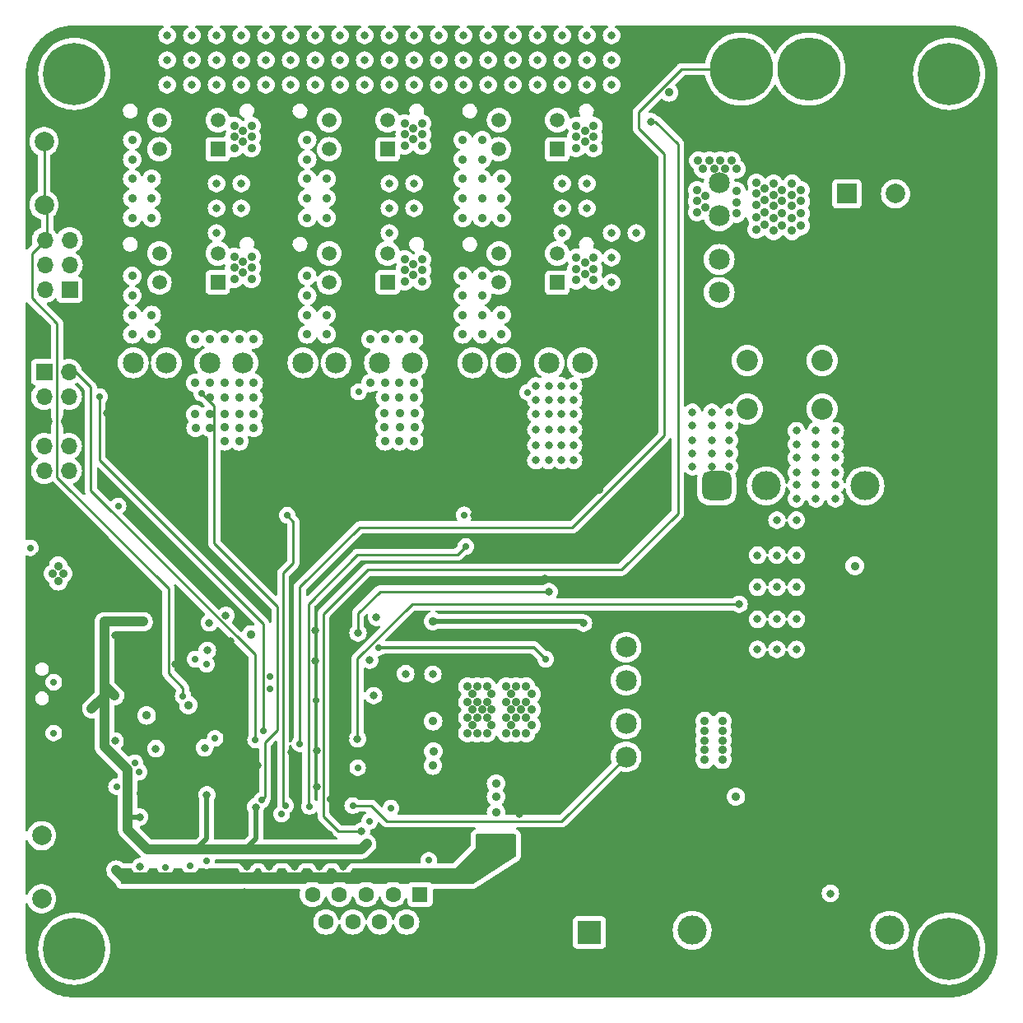
<source format=gbr>
%TF.GenerationSoftware,KiCad,Pcbnew,7.0.6*%
%TF.CreationDate,2024-03-09T23:02:32-07:00*%
%TF.ProjectId,Batt-Power-Prototype-2023_Lucy_V1,42617474-2d50-46f7-9765-722d50726f74,2*%
%TF.SameCoordinates,Original*%
%TF.FileFunction,Copper,L2,Inr*%
%TF.FilePolarity,Positive*%
%FSLAX46Y46*%
G04 Gerber Fmt 4.6, Leading zero omitted, Abs format (unit mm)*
G04 Created by KiCad (PCBNEW 7.0.6) date 2024-03-09 23:02:32*
%MOMM*%
%LPD*%
G01*
G04 APERTURE LIST*
G04 Aperture macros list*
%AMRoundRect*
0 Rectangle with rounded corners*
0 $1 Rounding radius*
0 $2 $3 $4 $5 $6 $7 $8 $9 X,Y pos of 4 corners*
0 Add a 4 corners polygon primitive as box body*
4,1,4,$2,$3,$4,$5,$6,$7,$8,$9,$2,$3,0*
0 Add four circle primitives for the rounded corners*
1,1,$1+$1,$2,$3*
1,1,$1+$1,$4,$5*
1,1,$1+$1,$6,$7*
1,1,$1+$1,$8,$9*
0 Add four rect primitives between the rounded corners*
20,1,$1+$1,$2,$3,$4,$5,0*
20,1,$1+$1,$4,$5,$6,$7,0*
20,1,$1+$1,$6,$7,$8,$9,0*
20,1,$1+$1,$8,$9,$2,$3,0*%
G04 Aperture macros list end*
%TA.AperFunction,ComponentPad*%
%ADD10C,2.200000*%
%TD*%
%TA.AperFunction,ComponentPad*%
%ADD11C,2.000000*%
%TD*%
%TA.AperFunction,ComponentPad*%
%ADD12R,1.520000X1.520000*%
%TD*%
%TA.AperFunction,ComponentPad*%
%ADD13C,1.520000*%
%TD*%
%TA.AperFunction,ComponentPad*%
%ADD14C,6.500000*%
%TD*%
%TA.AperFunction,ComponentPad*%
%ADD15R,1.700000X1.700000*%
%TD*%
%TA.AperFunction,ComponentPad*%
%ADD16O,1.700000X1.700000*%
%TD*%
%TA.AperFunction,ComponentPad*%
%ADD17C,6.400000*%
%TD*%
%TA.AperFunction,ComponentPad*%
%ADD18C,2.159000*%
%TD*%
%TA.AperFunction,ComponentPad*%
%ADD19O,1.550000X0.890000*%
%TD*%
%TA.AperFunction,ComponentPad*%
%ADD20O,0.950000X1.250000*%
%TD*%
%TA.AperFunction,ComponentPad*%
%ADD21R,2.400000X2.400000*%
%TD*%
%TA.AperFunction,ComponentPad*%
%ADD22C,2.400000*%
%TD*%
%TA.AperFunction,ComponentPad*%
%ADD23RoundRect,0.750000X-0.750000X-0.750000X0.750000X-0.750000X0.750000X0.750000X-0.750000X0.750000X0*%
%TD*%
%TA.AperFunction,ComponentPad*%
%ADD24C,3.000000*%
%TD*%
%TA.AperFunction,ComponentPad*%
%ADD25C,4.000000*%
%TD*%
%TA.AperFunction,ComponentPad*%
%ADD26R,1.600000X1.600000*%
%TD*%
%TA.AperFunction,ComponentPad*%
%ADD27C,1.600000*%
%TD*%
%TA.AperFunction,ComponentPad*%
%ADD28R,2.000000X2.000000*%
%TD*%
%TA.AperFunction,ViaPad*%
%ADD29C,0.900000*%
%TD*%
%TA.AperFunction,ViaPad*%
%ADD30C,0.800000*%
%TD*%
%TA.AperFunction,ViaPad*%
%ADD31C,0.700000*%
%TD*%
%TA.AperFunction,Conductor*%
%ADD32C,1.000000*%
%TD*%
%TA.AperFunction,Conductor*%
%ADD33C,0.500000*%
%TD*%
%TA.AperFunction,Conductor*%
%ADD34C,0.250000*%
%TD*%
%TA.AperFunction,Conductor*%
%ADD35C,0.254000*%
%TD*%
%TA.AperFunction,Conductor*%
%ADD36C,0.300000*%
%TD*%
G04 APERTURE END LIST*
D10*
%TO.N,/Power/Battery_Terminal_2*%
%TO.C,FL1*%
X174472000Y-75322000D03*
%TO.N,Net-(D10-K)*%
X166772000Y-75322000D03*
%TO.N,/Power/DCDC_V_{in}*%
X166772000Y-80322000D03*
%TO.N,Net-(JP2-B)*%
X174472000Y-80322000D03*
%TD*%
D11*
%TO.N,GND*%
%TO.C,SW3*%
X98925000Y-52800000D03*
X98925000Y-59300000D03*
%TO.N,/GPIO1*%
X94425000Y-52800000D03*
X94425000Y-59300000D03*
%TD*%
%TO.N,GND*%
%TO.C,SW1*%
X98675000Y-124200000D03*
X98675000Y-130700000D03*
%TO.N,/NRST*%
X94175000Y-124200000D03*
X94175000Y-130700000D03*
%TD*%
D12*
%TO.N,/Power/12V_PCBs*%
%TO.C,J9*%
X147217104Y-67318500D03*
D13*
%TO.N,GND*%
X144217105Y-67318500D03*
%TO.N,/Power/outputs/5V_3*%
X141217106Y-67318500D03*
%TO.N,/Power/12V_PCBs*%
X147217104Y-64318501D03*
%TO.N,GND*%
X144217105Y-64318501D03*
%TO.N,/Power/outputs/5V_3*%
X141217106Y-64318501D03*
%TD*%
D14*
%TO.N,/Power/Battery_Terminal_1_Unsensed*%
%TO.C,J6*%
X166156400Y-45350000D03*
%TO.N,/Power/Battery_Terminal_2*%
X173106400Y-45350000D03*
%TD*%
D12*
%TO.N,/Power/12V_PCBs*%
%TO.C,J12*%
X147220117Y-53601000D03*
D13*
%TO.N,GND*%
X144220118Y-53601000D03*
%TO.N,/Power/outputs/5V_3*%
X141220119Y-53601000D03*
%TO.N,/Power/12V_PCBs*%
X147220117Y-50601001D03*
%TO.N,GND*%
X144220118Y-50601001D03*
%TO.N,/Power/outputs/5V_3*%
X141220119Y-50601001D03*
%TD*%
D15*
%TO.N,unconnected-(J5-Pin_1-Pad1)*%
%TO.C,J5*%
X94425000Y-76500000D03*
D16*
%TO.N,/DEBUG_SWCLK*%
X96965000Y-76500000D03*
%TO.N,unconnected-(J5-Pin_3-Pad3)*%
X94425000Y-79040000D03*
%TO.N,/DEBUG_SWDIO*%
X96965000Y-79040000D03*
%TO.N,GND*%
X94425000Y-81580000D03*
X96965000Y-81580000D03*
%TO.N,+3V3*%
X94425000Y-84120000D03*
X96965000Y-84120000D03*
%TO.N,+5V*%
X94425000Y-86660000D03*
X96965000Y-86660000D03*
%TD*%
D17*
%TO.N,unconnected-(H7-Pad1)*%
%TO.C,H7*%
X187525000Y-135850000D03*
%TD*%
D18*
%TO.N,/Power/Battery_Terminal_1*%
%TO.C,F5*%
X163891000Y-57038449D03*
X163891000Y-60444450D03*
%TO.N,Net-(D9-K)*%
X163891000Y-64914451D03*
X163891000Y-68320453D03*
%TD*%
D15*
%TO.N,unconnected-(J1-Pin_1-Pad1)*%
%TO.C,J1*%
X97050000Y-68025000D03*
D16*
%TO.N,unconnected-(J1-Pin_2-Pad2)*%
X94510000Y-68025000D03*
%TO.N,unconnected-(J1-Pin_3-Pad3)*%
X97050000Y-65485000D03*
%TO.N,unconnected-(J1-Pin_4-Pad4)*%
X94510000Y-65485000D03*
%TO.N,unconnected-(J1-Pin_5-Pad5)*%
X97050000Y-62945000D03*
%TO.N,/GPIO1*%
X94510000Y-62945000D03*
%TD*%
D18*
%TO.N,/Power/5V_2*%
%TO.C,F2*%
X132344504Y-75576000D03*
X128938503Y-75576000D03*
%TO.N,/Power/outputs/5V_2*%
X124468502Y-75576000D03*
X121062500Y-75576000D03*
%TD*%
D17*
%TO.N,unconnected-(H6-Pad1)*%
%TO.C,H6*%
X187525000Y-45850000D03*
%TD*%
D19*
%TO.N,GND*%
%TO.C,J2*%
X93958000Y-114300000D03*
D20*
X96658000Y-115300000D03*
X96658000Y-120300000D03*
D19*
X93958000Y-121300000D03*
%TD*%
D17*
%TO.N,unconnected-(H5-Pad1)*%
%TO.C,H5*%
X97525000Y-45850000D03*
%TD*%
D12*
%TO.N,/Power/12V_PCBs*%
%TO.C,J11*%
X129756110Y-53601000D03*
D13*
%TO.N,GND*%
X126756111Y-53601000D03*
%TO.N,/Power/outputs/5V_2*%
X123756112Y-53601000D03*
%TO.N,/Power/12V_PCBs*%
X129756110Y-50601001D03*
%TO.N,GND*%
X126756111Y-50601001D03*
%TO.N,/Power/outputs/5V_2*%
X123756112Y-50601001D03*
%TD*%
D18*
%TO.N,/Power/5V_1*%
%TO.C,F1*%
X114882004Y-75576000D03*
X111476003Y-75576000D03*
%TO.N,/Power/outputs/5V_1*%
X107006002Y-75576000D03*
X103600000Y-75576000D03*
%TD*%
D12*
%TO.N,/Power/12V_PCBs*%
%TO.C,J8*%
X129754604Y-67300000D03*
D13*
%TO.N,GND*%
X126754605Y-67300000D03*
%TO.N,/Power/outputs/5V_2*%
X123754606Y-67300000D03*
%TO.N,/Power/12V_PCBs*%
X129754604Y-64300001D03*
%TO.N,GND*%
X126754605Y-64300001D03*
%TO.N,/Power/outputs/5V_2*%
X123754606Y-64300001D03*
%TD*%
D17*
%TO.N,unconnected-(H8-Pad1)*%
%TO.C,H8*%
X97525000Y-135850000D03*
%TD*%
D12*
%TO.N,/Power/12V_PCBs*%
%TO.C,J7*%
X112292104Y-67300500D03*
D13*
%TO.N,GND*%
X109292105Y-67300500D03*
%TO.N,/Power/outputs/5V_1*%
X106292106Y-67300500D03*
%TO.N,/Power/12V_PCBs*%
X112292104Y-64300501D03*
%TO.N,GND*%
X109292105Y-64300501D03*
%TO.N,/Power/outputs/5V_1*%
X106292106Y-64300501D03*
%TD*%
D21*
%TO.N,/Power/12V_Unsensed*%
%TO.C,C24*%
X150525000Y-134173959D03*
D22*
%TO.N,GND*%
X150525000Y-129173959D03*
%TD*%
D23*
%TO.N,/Power/DCDC_V_{in}*%
%TO.C,U7*%
X163637000Y-88225200D03*
D24*
%TO.N,Net-(JP2-B)*%
X168717000Y-88225200D03*
%TO.N,/Power/DCDC_CTRL*%
X178877000Y-88225200D03*
%TO.N,Net-(U7-Trim)*%
X181417000Y-133945200D03*
%TO.N,GND*%
X171257000Y-133945200D03*
%TO.N,/Power/12V_Unsensed*%
X161097000Y-133945200D03*
%TD*%
D25*
%TO.N,GND*%
%TO.C,J4*%
X115075000Y-131670000D03*
X140075000Y-131670000D03*
D26*
%TO.N,unconnected-(J4-Pad1)*%
X133115000Y-130250000D03*
D27*
%TO.N,/CAN_L*%
X130345000Y-130250000D03*
%TO.N,unconnected-(J4-Pad3)*%
X127575000Y-130250000D03*
%TO.N,unconnected-(J4-Pad4)*%
X124805000Y-130250000D03*
%TO.N,Net-(JP1-A)*%
X122035000Y-130250000D03*
%TO.N,unconnected-(J4-Pad6)*%
X131730000Y-133090000D03*
%TO.N,/CAN_H*%
X128960000Y-133090000D03*
%TO.N,unconnected-(J4-Pad8)*%
X126190000Y-133090000D03*
%TO.N,unconnected-(J4-Pad9)*%
X123420000Y-133090000D03*
%TD*%
D12*
%TO.N,/Power/12V_PCBs*%
%TO.C,J10*%
X112292104Y-53601000D03*
D13*
%TO.N,GND*%
X109292105Y-53601000D03*
%TO.N,/Power/outputs/5V_1*%
X106292106Y-53601000D03*
%TO.N,/Power/12V_PCBs*%
X112292104Y-50601001D03*
%TO.N,GND*%
X109292105Y-50601001D03*
%TO.N,/Power/outputs/5V_1*%
X106292106Y-50601001D03*
%TD*%
D28*
%TO.N,Net-(D10-K)*%
%TO.C,C19*%
X177017323Y-58177000D03*
D11*
%TO.N,/Power/Battery_Terminal_2*%
X182017323Y-58177000D03*
%TD*%
D18*
%TO.N,/Power/12V_Unsensed*%
%TO.C,F4*%
X154300000Y-116100000D03*
X154300000Y-112693999D03*
%TO.N,/Power/Current & Voltage Senseing/12V_Unsensed*%
X154300000Y-108223998D03*
X154300000Y-104817996D03*
%TD*%
%TO.N,/Power/5V_3*%
%TO.C,F3*%
X149807004Y-75576000D03*
X146401003Y-75576000D03*
%TO.N,/Power/outputs/5V_3*%
X141931002Y-75576000D03*
X138525000Y-75576000D03*
%TD*%
D29*
%TO.N,+3V3*%
X101975000Y-102200000D03*
X115719814Y-103501477D03*
D30*
X116194185Y-121259667D03*
D29*
X100625000Y-102200000D03*
X127620231Y-125051090D03*
D30*
X99325000Y-111150000D03*
X104250500Y-122287500D03*
D29*
X103325000Y-102200000D03*
D30*
X101675000Y-109824500D03*
X104625000Y-102200000D03*
X111175000Y-120015500D03*
D29*
X109275000Y-110770000D03*
D30*
%TO.N,GND*%
X186336430Y-82526000D03*
X176176430Y-115546000D03*
X102516430Y-138406000D03*
X114950000Y-90950000D03*
X188876430Y-90146000D03*
X106625000Y-90250000D03*
X178716430Y-128246000D03*
X181256430Y-79986000D03*
X191416430Y-82526000D03*
X105056430Y-135866000D03*
X167039162Y-135866000D03*
X117575000Y-127400000D03*
X186336430Y-123166000D03*
X183796430Y-100306000D03*
X173636430Y-138406000D03*
X149925000Y-103850000D03*
X172119162Y-120626000D03*
X181256430Y-125706000D03*
X104675000Y-79700000D03*
X181256430Y-85066000D03*
X178716430Y-100306000D03*
X112700500Y-118850000D03*
X183796430Y-113006000D03*
X153316430Y-52046000D03*
X138076430Y-135866000D03*
X112425000Y-121890500D03*
X181256430Y-123166000D03*
X117756430Y-64746000D03*
X117756430Y-62206000D03*
X135536430Y-135866000D03*
X191416430Y-120626000D03*
X172119162Y-125706000D03*
X107596430Y-135866000D03*
X176176430Y-120626000D03*
X191416430Y-57126000D03*
X93875000Y-95400000D03*
X106648000Y-87023000D03*
X135275000Y-74900000D03*
X169579162Y-115546000D03*
X188876430Y-115546000D03*
X127916430Y-138406000D03*
X150776430Y-138406000D03*
X143156430Y-135866000D03*
X150776430Y-125706000D03*
D31*
X108302487Y-117706203D03*
D30*
X117756430Y-67286000D03*
D31*
X122375000Y-110250000D03*
D30*
X186336430Y-115546000D03*
X181256430Y-130786000D03*
X188876430Y-52046000D03*
X191416430Y-90146000D03*
X105056430Y-133326000D03*
X191416430Y-59666000D03*
D29*
X144275000Y-62800000D03*
D30*
X113625000Y-104200000D03*
X176176430Y-138406000D03*
X148236430Y-113006000D03*
X191416430Y-92686000D03*
X135325000Y-62300000D03*
X130456430Y-115546000D03*
D29*
X151527345Y-88652345D03*
D30*
X178716430Y-102846000D03*
X188876430Y-110466000D03*
X117756430Y-52046000D03*
X95912000Y-102250000D03*
X171096430Y-138406000D03*
X186336430Y-120626000D03*
X150776430Y-113006000D03*
X97436430Y-72366000D03*
X104675000Y-82500000D03*
X99976430Y-69826000D03*
X153316430Y-49506000D03*
X188876430Y-62206000D03*
D29*
X144275000Y-57600000D03*
D30*
X188876430Y-92686000D03*
X135536430Y-133326000D03*
X97436430Y-57126000D03*
X110136430Y-138406000D03*
X117756430Y-54586000D03*
X120175000Y-127400000D03*
X120296430Y-138406000D03*
X168556430Y-138406000D03*
X114425000Y-108050000D03*
X160936430Y-138406000D03*
X128775000Y-126550000D03*
X117756430Y-59666000D03*
X181256430Y-128246000D03*
X167039162Y-125706000D03*
X143325000Y-122000000D03*
X191416430Y-102846000D03*
X112925000Y-108050000D03*
X181256430Y-110466000D03*
X119825000Y-115650000D03*
X142500000Y-82525000D03*
X186336430Y-110466000D03*
X138075000Y-83300000D03*
X160936430Y-72366000D03*
X112676430Y-138406000D03*
X188876430Y-105386000D03*
X136725000Y-83250000D03*
X107596430Y-138406000D03*
X191416430Y-49506000D03*
X135575000Y-78850000D03*
D31*
X104300500Y-119850000D03*
D30*
X142075000Y-90300000D03*
X191416430Y-62206000D03*
X122025000Y-83800000D03*
X191416430Y-123166000D03*
D31*
X100425000Y-117350000D03*
D30*
X124975000Y-79600000D03*
X117756430Y-135866000D03*
X119025000Y-78850000D03*
X107949500Y-106600000D03*
X107596430Y-130786000D03*
X181256430Y-138406000D03*
D29*
X144275000Y-55300000D03*
D30*
X178716430Y-105386000D03*
X186336430Y-128246000D03*
D29*
X129175000Y-70950000D03*
D30*
X186336430Y-85066000D03*
X183796430Y-79986000D03*
D29*
X109425000Y-70950000D03*
D30*
X145696430Y-125706000D03*
X99976430Y-64746000D03*
X183796430Y-123166000D03*
X135325000Y-69850000D03*
X188876430Y-123166000D03*
X138075000Y-78850000D03*
X183796430Y-102846000D03*
X97425000Y-124050000D03*
X160936430Y-77446000D03*
X119025000Y-80000000D03*
X112676430Y-135866000D03*
X186336430Y-97766000D03*
X160936430Y-125706000D03*
X135525000Y-83250000D03*
D29*
X134175000Y-70950000D03*
D30*
X186336430Y-87606000D03*
X183796430Y-87606000D03*
X101775000Y-103600000D03*
D31*
X111425000Y-116750000D03*
D30*
X94896430Y-49506000D03*
X123825000Y-87050000D03*
X191416430Y-113006000D03*
X178716430Y-125706000D03*
X176176430Y-123166000D03*
X138675000Y-91250000D03*
X97436430Y-69826000D03*
X178716430Y-123166000D03*
D31*
X123849500Y-120424500D03*
D30*
X138075000Y-80000000D03*
X169579162Y-123166000D03*
X125376430Y-135866000D03*
X183796430Y-97766000D03*
X102516430Y-135866000D03*
X158396430Y-44426000D03*
X188876430Y-107926000D03*
X183796430Y-110466000D03*
D29*
X126775000Y-62700000D03*
D30*
X181256430Y-118086000D03*
X115216430Y-138406000D03*
X191416430Y-107926000D03*
X186336430Y-105386000D03*
X183796430Y-95226000D03*
X183796430Y-85066000D03*
D29*
X109275000Y-62750000D03*
D30*
X183796430Y-118086000D03*
D29*
X109275000Y-60450000D03*
D30*
X191416430Y-52046000D03*
X181256430Y-113006000D03*
X167039162Y-128246000D03*
X117756430Y-57126000D03*
X183796430Y-82526000D03*
X148236430Y-115546000D03*
D29*
X166025000Y-98650000D03*
D30*
X172119162Y-123166000D03*
X105056430Y-107926000D03*
X139825000Y-78850000D03*
X102516430Y-133326000D03*
X168556430Y-54586000D03*
X155856430Y-138406000D03*
X150776430Y-115546000D03*
X158396430Y-138406000D03*
X191416430Y-97766000D03*
X188876430Y-128246000D03*
X120989862Y-91304128D03*
X105056430Y-138406000D03*
X167039162Y-123166000D03*
X125425000Y-114150000D03*
X188876430Y-82526000D03*
X188876430Y-74906000D03*
X122349500Y-106250000D03*
X118525000Y-84550000D03*
D29*
X144725000Y-71600000D03*
D30*
X132996430Y-135866000D03*
X191416430Y-128246000D03*
X150776430Y-123166000D03*
X132382942Y-120059657D03*
X167039162Y-133326000D03*
X116425000Y-116950000D03*
X145696430Y-130786000D03*
X183796430Y-115546000D03*
X191416430Y-54586000D03*
X125376430Y-138406000D03*
X188876430Y-59666000D03*
X163476430Y-125706000D03*
X166016430Y-138406000D03*
X186336430Y-113006000D03*
X130456430Y-138406000D03*
X181256430Y-102846000D03*
D29*
X132375000Y-102525000D03*
D30*
X163476430Y-128246000D03*
X110075000Y-101550000D03*
D29*
X144275000Y-60300000D03*
D30*
X188876430Y-118086000D03*
X117756430Y-138406000D03*
X135275000Y-64750000D03*
X107625000Y-82500000D03*
X104625000Y-103600000D03*
X97436430Y-54586000D03*
X169579162Y-118086000D03*
X107596430Y-133326000D03*
X191416430Y-67286000D03*
X178716430Y-85066000D03*
D29*
X147225000Y-71600000D03*
D30*
X183796430Y-90146000D03*
X141575000Y-89500000D03*
X191416430Y-87606000D03*
X181256430Y-100306000D03*
D29*
X151925000Y-80250000D03*
D30*
X136825000Y-80000000D03*
X163476430Y-138406000D03*
X124975000Y-82400000D03*
X127916430Y-135866000D03*
X191416430Y-72366000D03*
X124875000Y-109000000D03*
X99976430Y-74906000D03*
X188876430Y-57126000D03*
X143156430Y-138406000D03*
X141625000Y-87100000D03*
X186336430Y-92686000D03*
X143156430Y-130786000D03*
D29*
X111925000Y-70950000D03*
D30*
X142500000Y-79725000D03*
X99976430Y-41886000D03*
X135325000Y-72450000D03*
D29*
X109275000Y-57750000D03*
D30*
X186336430Y-118086000D03*
X135275000Y-57100000D03*
X181256430Y-107926000D03*
X172119162Y-128246000D03*
X188876430Y-54586000D03*
X181256430Y-115546000D03*
X188876430Y-130786000D03*
X173636430Y-135866000D03*
X110136430Y-135866000D03*
X120296430Y-135866000D03*
X122450500Y-119150000D03*
X104675000Y-83650000D03*
X135275000Y-77450000D03*
D29*
X116925000Y-70950000D03*
D30*
X186336430Y-125706000D03*
X178716430Y-113006000D03*
X99525500Y-117350000D03*
X178716430Y-82526000D03*
X114425000Y-109650000D03*
X176176430Y-118086000D03*
X188876430Y-125706000D03*
X183796430Y-107926000D03*
X178716430Y-130786000D03*
X186336430Y-79986000D03*
X178716430Y-79986000D03*
X178716430Y-120626000D03*
X181256430Y-105386000D03*
X169579162Y-128246000D03*
X178716430Y-135866000D03*
X117775000Y-78850000D03*
X112925000Y-109650000D03*
X122025000Y-78850000D03*
X191416430Y-85066000D03*
D31*
X111475000Y-117750000D03*
X108298637Y-116900527D03*
X129575000Y-94150000D03*
D30*
X159825000Y-103700000D03*
X188876430Y-95226000D03*
X140616430Y-138406000D03*
X186336430Y-130786000D03*
X176176430Y-128246000D03*
X183796430Y-105386000D03*
X102516430Y-130786000D03*
X124625000Y-102374150D03*
X148236430Y-118086000D03*
D31*
X104625000Y-115500000D03*
D30*
X135325000Y-52100000D03*
X104675000Y-84850000D03*
X188876430Y-79986000D03*
X122836430Y-135866000D03*
X191416430Y-125706000D03*
D29*
X152225000Y-71600000D03*
D30*
X191416430Y-133326000D03*
X104675000Y-81050000D03*
X120275000Y-80050000D03*
X188876430Y-77446000D03*
D29*
X126775000Y-55200000D03*
D30*
X120275000Y-78850000D03*
X132687701Y-121312701D03*
X178716430Y-138406000D03*
X183796430Y-128246000D03*
D29*
X151925000Y-86450000D03*
D30*
X124375000Y-90100000D03*
X191416430Y-74906000D03*
X153316430Y-54586000D03*
X135325000Y-49500000D03*
X158396430Y-41886000D03*
X169579162Y-120626000D03*
X148236430Y-128246000D03*
X176176430Y-125706000D03*
X125225000Y-127400000D03*
X105056430Y-130786000D03*
X99976430Y-62206000D03*
X106875000Y-120350000D03*
X183796430Y-125706000D03*
X122775000Y-127400000D03*
X178716430Y-110466000D03*
X178716430Y-115546000D03*
X188876430Y-97766000D03*
X145696430Y-138406000D03*
D29*
X126675000Y-70950000D03*
D30*
X155856430Y-54586000D03*
X148236430Y-138406000D03*
X160936430Y-128246000D03*
X153316430Y-57126000D03*
X98075000Y-102900000D03*
X176176430Y-113006000D03*
X118525000Y-83450000D03*
X138125000Y-116750000D03*
X138575000Y-120649500D03*
X178716430Y-107926000D03*
X106625000Y-89350000D03*
X110136430Y-133326000D03*
D29*
X131875000Y-70950000D03*
D30*
X107625000Y-79700000D03*
X160936430Y-123166000D03*
X181256430Y-97766000D03*
X186336430Y-102846000D03*
X122836430Y-138406000D03*
X188876430Y-67286000D03*
D29*
X119675000Y-132300000D03*
D30*
X109237701Y-120387299D03*
X130125000Y-109150000D03*
X186336430Y-90146000D03*
X181256430Y-82526000D03*
X103175000Y-91250000D03*
X110136430Y-130786000D03*
X119575000Y-83450000D03*
X183796430Y-120626000D03*
X191416430Y-105386000D03*
D29*
X149925000Y-71600000D03*
D30*
X115216430Y-135866000D03*
D29*
X114625000Y-70950000D03*
D30*
X135275000Y-54550000D03*
X191416430Y-69826000D03*
X123775000Y-124100000D03*
X135275000Y-67300000D03*
X94625000Y-89650000D03*
X139825000Y-80000000D03*
X178716430Y-118086000D03*
X122025000Y-80000000D03*
X181256430Y-120626000D03*
X191416430Y-95226000D03*
X159825000Y-98000000D03*
X188876430Y-87606000D03*
X135325000Y-59700000D03*
X132375000Y-90450000D03*
X146525000Y-104850000D03*
X188876430Y-100306000D03*
X124975000Y-80950000D03*
D29*
X126775000Y-57500000D03*
D30*
X191416430Y-110466000D03*
X120575000Y-83450000D03*
X160936430Y-130786000D03*
D29*
X151925000Y-78950000D03*
D30*
X145696430Y-128246000D03*
X191416430Y-100306000D03*
X142500000Y-81075000D03*
X138076430Y-138406000D03*
D29*
X151925000Y-81450000D03*
D30*
X191416430Y-118086000D03*
X95225000Y-90650000D03*
X169579162Y-125706000D03*
X186336430Y-95226000D03*
X145925000Y-97750000D03*
X153316430Y-138406000D03*
X188876430Y-69826000D03*
X188876430Y-120626000D03*
X191416430Y-79986000D03*
X186336430Y-100306000D03*
X115275000Y-127400000D03*
X136825000Y-78850000D03*
X191416430Y-130786000D03*
X160936430Y-74906000D03*
X141925000Y-115450000D03*
X183796430Y-130786000D03*
X117756430Y-49506000D03*
X107625000Y-81050000D03*
X135675000Y-80000000D03*
X102516430Y-41886000D03*
X172119162Y-118086000D03*
X186336430Y-107926000D03*
X183796430Y-138406000D03*
D29*
X151925000Y-82850000D03*
D30*
X99976430Y-72366000D03*
X188876430Y-113006000D03*
X100675000Y-121050000D03*
D29*
X126775000Y-60200000D03*
D30*
X122450500Y-115450000D03*
X117756430Y-74906000D03*
X135536430Y-138406000D03*
X188876430Y-72366000D03*
X183796430Y-92686000D03*
X100925000Y-80750000D03*
X176176430Y-135866000D03*
X135536430Y-130786000D03*
X102516430Y-44426000D03*
X172119162Y-115546000D03*
D31*
X133080500Y-119350000D03*
D30*
X188876430Y-102846000D03*
X148236430Y-130786000D03*
D29*
X151775000Y-91250000D03*
D30*
X143156430Y-128246000D03*
X122349500Y-103063500D03*
X130456430Y-135866000D03*
X188876430Y-64746000D03*
D29*
X151925000Y-85350000D03*
D30*
X103275000Y-103600000D03*
X163476430Y-123166000D03*
X155856430Y-57126000D03*
X140616430Y-135866000D03*
X123875000Y-89437750D03*
D29*
X109275000Y-55250000D03*
D30*
X117775000Y-80100000D03*
X148236430Y-125706000D03*
X132996430Y-138406000D03*
X102516430Y-46966000D03*
X188876430Y-85066000D03*
X99976430Y-67286000D03*
X108575000Y-113275500D03*
X143156430Y-133326000D03*
X191416430Y-115546000D03*
X191416430Y-64746000D03*
X191416430Y-77446000D03*
D29*
X151925000Y-84150000D03*
D31*
%TO.N,/NRST*%
X93025000Y-94600000D03*
D29*
%TO.N,+5V*%
X134475000Y-115550000D03*
X95875000Y-96450000D03*
X104975000Y-111850000D03*
D30*
X140925000Y-124800000D03*
D29*
X95325000Y-97250000D03*
X95875000Y-98050000D03*
D30*
X134425000Y-107600000D03*
D29*
X140925000Y-118850000D03*
X96375000Y-97250000D03*
D30*
X149925000Y-102350000D03*
X142125000Y-124800000D03*
D29*
X165600000Y-120200000D03*
X158725000Y-47750000D03*
X140925000Y-120200000D03*
X101825000Y-127750000D03*
X134425000Y-117000000D03*
X134460002Y-112435002D03*
X134425000Y-102150000D03*
D30*
X139375000Y-124800000D03*
D29*
X140925000Y-121800000D03*
D30*
X131625000Y-107550000D03*
D31*
%TO.N,Net-(C9-Pad2)*%
X104225000Y-117650000D03*
%TO.N,Net-(C10-Pad2)*%
X103776396Y-116702370D03*
D30*
%TO.N,VBUS_UP*%
X101724500Y-114474500D03*
D31*
X101875000Y-119150000D03*
D29*
%TO.N,Net-(D10-K)*%
X172273000Y-57796000D03*
X171384000Y-57161000D03*
X167701000Y-60590000D03*
X171384000Y-59447000D03*
X167701000Y-59320000D03*
X169479000Y-61987000D03*
X170368000Y-61479000D03*
X167701000Y-57034000D03*
X169479000Y-59447000D03*
X168590000Y-60082000D03*
X171384000Y-60717000D03*
X170368000Y-57796000D03*
X167701000Y-58177000D03*
X171384000Y-58304000D03*
X168590000Y-58812000D03*
X168590000Y-61352000D03*
X170368000Y-58939000D03*
X168590000Y-57669000D03*
X172273000Y-58939000D03*
X170368000Y-60209000D03*
X171384000Y-61987000D03*
X169479000Y-57161000D03*
X172273000Y-60209000D03*
X169479000Y-60717000D03*
X172273000Y-61479000D03*
X167701000Y-61860000D03*
X169479000Y-58304000D03*
%TO.N,/Power/DCDC_V_{in}*%
X162400000Y-116400000D03*
D30*
X164925000Y-82050000D03*
X163125000Y-86250000D03*
D29*
X162400000Y-114400000D03*
X162400000Y-112400000D03*
X164200000Y-113400000D03*
X177825000Y-96450000D03*
D30*
X164925000Y-84850000D03*
X164925000Y-86250000D03*
X161125000Y-80650000D03*
X161125000Y-84850000D03*
X164925000Y-83550000D03*
D29*
X162400000Y-115400000D03*
D30*
X163125000Y-80650000D03*
X163125000Y-82050000D03*
X161125000Y-82050000D03*
X163125000Y-84850000D03*
D29*
X162400000Y-113400000D03*
D30*
X161125000Y-83550000D03*
D29*
X164200000Y-115400000D03*
X164200000Y-116400000D03*
X164200000Y-112400000D03*
D30*
X164925000Y-80650000D03*
X163125000Y-83550000D03*
X161125000Y-86250000D03*
D29*
X164200000Y-114400000D03*
D30*
%TO.N,/Power/12V_Unsensed*%
X175325000Y-130150000D03*
D31*
X126175000Y-121120000D03*
D30*
%TO.N,Net-(JP2-B)*%
X175825000Y-83950000D03*
X171825000Y-105050000D03*
X175825000Y-86850000D03*
X169825000Y-98650000D03*
X173825000Y-82550000D03*
X171825000Y-82550000D03*
X175825000Y-82550000D03*
X171825000Y-98650000D03*
X171825000Y-86850000D03*
X169825000Y-101950000D03*
X175825000Y-89550000D03*
X173825000Y-89550000D03*
X171825000Y-83950000D03*
X171825000Y-88150000D03*
X171825000Y-101950000D03*
X175825000Y-88150000D03*
X169825000Y-105050000D03*
X171825000Y-95350000D03*
X171825000Y-91750000D03*
X167825000Y-101950000D03*
X175825000Y-85350000D03*
X171825000Y-89550000D03*
X173825000Y-86850000D03*
X169825000Y-95350000D03*
X173825000Y-88150000D03*
X167825000Y-95350000D03*
X167825000Y-105050000D03*
X169825000Y-91750000D03*
X173825000Y-83950000D03*
X167825000Y-98650000D03*
X171825000Y-85350000D03*
X173825000Y-85350000D03*
D29*
%TO.N,/Power/12V_Buck*%
X142475000Y-109650000D03*
X144025000Y-113650000D03*
X138975000Y-110450000D03*
X140475000Y-112850000D03*
X138975000Y-113650000D03*
X142975000Y-112050000D03*
X140475000Y-109650000D03*
X142975000Y-110450000D03*
X144575000Y-111250000D03*
X144025000Y-108850000D03*
X143475000Y-111250000D03*
X144025000Y-112050000D03*
X142475000Y-112850000D03*
X138975000Y-112050000D03*
X137975000Y-112050000D03*
X138475000Y-109650000D03*
X144575000Y-109650000D03*
X144575000Y-112850000D03*
X141975000Y-112050000D03*
X137975000Y-108850000D03*
X142975000Y-113650000D03*
X141975000Y-113650000D03*
X142975000Y-108850000D03*
X142475000Y-111250000D03*
X137975000Y-113650000D03*
X139975000Y-113650000D03*
X139525000Y-111250000D03*
X138475000Y-111250000D03*
X144025000Y-110450000D03*
X141975000Y-108850000D03*
X139975000Y-110450000D03*
X138975000Y-108850000D03*
X139975000Y-112050000D03*
X141975000Y-110450000D03*
X138475000Y-112850000D03*
X137975000Y-110450000D03*
X139975000Y-108850000D03*
X140475000Y-111250000D03*
%TO.N,/Power/5V_1*%
X114496430Y-73146000D03*
X114496430Y-83646000D03*
X115996430Y-79146000D03*
X111496430Y-73146000D03*
X111500000Y-80825000D03*
X109996430Y-73146000D03*
X114500000Y-82250000D03*
D31*
X110625000Y-78700000D03*
D29*
X112996430Y-73146000D03*
X111500000Y-82250000D03*
X114500000Y-80825000D03*
X114496430Y-77646000D03*
X112996430Y-83646000D03*
X109996430Y-77646000D03*
D31*
X116825000Y-120550000D03*
D29*
X113000000Y-82225000D03*
X111496430Y-79146000D03*
X111496430Y-77646000D03*
X116000000Y-82250000D03*
X115996430Y-77646000D03*
D31*
X102051444Y-90300000D03*
D29*
X112996430Y-79146000D03*
X116000000Y-80825000D03*
X112996430Y-77646000D03*
X115996430Y-73146000D03*
X113000000Y-80800000D03*
X110025000Y-82250000D03*
X114496430Y-79146000D03*
X110000000Y-80850000D03*
%TO.N,/Power/5V_2*%
X130996430Y-79146000D03*
X131000000Y-82175000D03*
X129475000Y-80775000D03*
X132496430Y-73146000D03*
X129496430Y-79146000D03*
D31*
X119275000Y-121100000D03*
X126775000Y-78550000D03*
D29*
X129475000Y-82175000D03*
X127996430Y-73146000D03*
X130996430Y-83646000D03*
X132496430Y-79146000D03*
X129496430Y-83646000D03*
X132496430Y-83646000D03*
X129496430Y-77646000D03*
D31*
X119425000Y-91250000D03*
D29*
X127996430Y-77646000D03*
X129496430Y-73146000D03*
X132525000Y-82175000D03*
X131000000Y-80775000D03*
X132496430Y-77646000D03*
X130996430Y-77646000D03*
X130996430Y-73146000D03*
X132525000Y-80775000D03*
D30*
%TO.N,/Power/5V_3*%
X148900000Y-79425000D03*
X147650000Y-82450000D03*
X145025000Y-80825000D03*
X148900000Y-84050000D03*
X146325000Y-82450000D03*
X148900000Y-77925000D03*
D31*
X144175000Y-78600000D03*
D30*
X145025000Y-85600000D03*
X145025000Y-82450000D03*
X146325000Y-85600000D03*
X147650000Y-85600000D03*
X148900000Y-82450000D03*
X145025000Y-84050000D03*
X145025000Y-77925000D03*
X148900000Y-80825000D03*
X146325000Y-80825000D03*
X147600000Y-84050000D03*
X147600000Y-79425000D03*
X146325000Y-84050000D03*
X146325000Y-79425000D03*
X148900000Y-85600000D03*
X147600000Y-77925000D03*
X146325000Y-77925000D03*
D31*
X137625000Y-91200000D03*
X137791526Y-94463145D03*
D30*
X147600000Y-80825000D03*
D31*
X121725000Y-121200000D03*
D30*
X145025000Y-79425000D03*
%TO.N,Net-(D18-K)*%
X165925000Y-100400000D03*
X126675000Y-114250000D03*
%TO.N,Net-(D19-K)*%
X156825000Y-50750000D03*
X127081098Y-123750000D03*
%TO.N,Net-(D21-K)*%
X126725000Y-103350000D03*
X146375000Y-99100000D03*
D29*
%TO.N,/Power/outputs/5V_1*%
X103496430Y-58646000D03*
X105496430Y-58646000D03*
X103496430Y-72646000D03*
X103496430Y-54646000D03*
X105496430Y-70646000D03*
X103496430Y-52646000D03*
X103496430Y-70646000D03*
X105496430Y-72646000D03*
X103496430Y-66646000D03*
X103496430Y-56646000D03*
X105496430Y-56646000D03*
X105496430Y-60646000D03*
X103496430Y-60646000D03*
X103496430Y-68646000D03*
%TO.N,/Power/outputs/5V_2*%
X123496430Y-72646000D03*
X121496430Y-68646000D03*
X121496430Y-66646000D03*
X123496430Y-70646000D03*
X121496430Y-54646000D03*
X121496430Y-72646000D03*
X121496430Y-58646000D03*
X123496430Y-56646000D03*
X123496430Y-58646000D03*
X121496430Y-60646000D03*
X123496430Y-60646000D03*
X121496430Y-70646000D03*
X121496430Y-56646000D03*
X121496430Y-52646000D03*
%TO.N,/Power/outputs/5V_3*%
X137496430Y-68646000D03*
X139496430Y-58646000D03*
X137496430Y-72646000D03*
X137496430Y-66646000D03*
X139496430Y-52646000D03*
X137496430Y-56646000D03*
X139496430Y-66646000D03*
X141496430Y-72646000D03*
X139496430Y-72646000D03*
X141496430Y-60646000D03*
X141496430Y-58646000D03*
X141496430Y-56646000D03*
X139496430Y-54646000D03*
X139496430Y-56646000D03*
X139496430Y-70646000D03*
X137496430Y-54646000D03*
X141496430Y-70646000D03*
X137496430Y-52646000D03*
X137496430Y-58646000D03*
X137496430Y-70646000D03*
X137496430Y-60646000D03*
X139496430Y-60646000D03*
X139496430Y-68646000D03*
D30*
%TO.N,/Power/12V_PCBs*%
X150266969Y-46966000D03*
X127406969Y-41886000D03*
X140106969Y-41886000D03*
X147726969Y-44426000D03*
D29*
X150950004Y-64781000D03*
D30*
X147726969Y-41886000D03*
D29*
X150950004Y-53478000D03*
X149172004Y-52335000D03*
D30*
X117246969Y-44426000D03*
D29*
X114882004Y-52843000D03*
D30*
X155346969Y-62206000D03*
D29*
X132408004Y-51446000D03*
D30*
X129946969Y-57126000D03*
D29*
X133297004Y-50938000D03*
D30*
X122326969Y-46966000D03*
X112166969Y-57126000D03*
X147726969Y-59666000D03*
X135026969Y-46966000D03*
D29*
X115771004Y-51192000D03*
D30*
X150266969Y-41886000D03*
X114706969Y-44426000D03*
D29*
X133297004Y-64908000D03*
D30*
X152806969Y-64746000D03*
D29*
X149172004Y-64781000D03*
X115771004Y-66940000D03*
X131519004Y-67194000D03*
D30*
X137566969Y-41886000D03*
D29*
X115771004Y-64654000D03*
D30*
X119786969Y-46966000D03*
X112166969Y-44426000D03*
X150266969Y-57126000D03*
D29*
X150061004Y-65289000D03*
D30*
X114706969Y-46966000D03*
X135026969Y-44426000D03*
X150266969Y-59666000D03*
X135026969Y-41886000D03*
X145186969Y-41886000D03*
X132486969Y-44426000D03*
D29*
X131519004Y-64908000D03*
D30*
X107086969Y-41886000D03*
X140106969Y-44426000D03*
D29*
X115771004Y-52335000D03*
D30*
X109626969Y-44426000D03*
X152806969Y-67286000D03*
D29*
X131519004Y-52081000D03*
X133297004Y-53224000D03*
D30*
X137566969Y-46966000D03*
X140106969Y-46966000D03*
X152806969Y-44426000D03*
D29*
X132408004Y-66559000D03*
X113993004Y-65797000D03*
D30*
X132486969Y-59666000D03*
X152806969Y-62206000D03*
X112166969Y-62206000D03*
D29*
X131519004Y-53224000D03*
X131519004Y-50938000D03*
D30*
X112166969Y-41886000D03*
D29*
X149172004Y-67067000D03*
D30*
X119786969Y-44426000D03*
D29*
X149172004Y-51192000D03*
X132408004Y-52589000D03*
D30*
X124866969Y-41886000D03*
D29*
X150950004Y-65924000D03*
X133297004Y-66051000D03*
D30*
X119786969Y-41886000D03*
D29*
X113993004Y-51192000D03*
D30*
X152806969Y-46966000D03*
X150266969Y-44426000D03*
X117246969Y-46966000D03*
X129946969Y-46966000D03*
D29*
X150950004Y-67067000D03*
D30*
X142646969Y-46966000D03*
D29*
X149172004Y-53478000D03*
D30*
X124866969Y-46966000D03*
D29*
X150950004Y-51192000D03*
D30*
X122326969Y-44426000D03*
X142646969Y-41886000D03*
X147726969Y-57126000D03*
D29*
X113993004Y-53478000D03*
D30*
X117246969Y-41886000D03*
D29*
X115771004Y-65797000D03*
D30*
X109626969Y-41886000D03*
X112166969Y-59666000D03*
D29*
X114882004Y-65162000D03*
D30*
X122326969Y-41886000D03*
X129946969Y-44426000D03*
D29*
X113993004Y-66940000D03*
D30*
X129946969Y-59666000D03*
D29*
X150061004Y-51700000D03*
D30*
X142646969Y-44426000D03*
X132486969Y-46966000D03*
X137566969Y-44426000D03*
X127406969Y-44426000D03*
X129946969Y-41886000D03*
X107086969Y-46966000D03*
D29*
X131519004Y-66051000D03*
D30*
X132486969Y-57126000D03*
X145186969Y-44426000D03*
D29*
X150061004Y-66432000D03*
X133297004Y-52081000D03*
X149172004Y-65924000D03*
D30*
X107086969Y-44426000D03*
D29*
X133297004Y-67194000D03*
X150950004Y-52335000D03*
X114882004Y-66305000D03*
D30*
X132486969Y-41886000D03*
X129946969Y-62206000D03*
D29*
X113993004Y-52335000D03*
D30*
X114706969Y-57126000D03*
D29*
X115771004Y-53478000D03*
D30*
X152806969Y-41886000D03*
X114706969Y-59666000D03*
D29*
X150061004Y-52843000D03*
X132408004Y-65416000D03*
D30*
X147726969Y-62206000D03*
X127406969Y-46966000D03*
X109626969Y-46966000D03*
D29*
X113993004Y-64654000D03*
D30*
X124866969Y-44426000D03*
D29*
X114882004Y-51700000D03*
D30*
X112166969Y-46966000D03*
X147726969Y-46966000D03*
X145186969Y-46966000D03*
X114706969Y-41886000D03*
D31*
%TO.N,/Power/Current & Voltage Senseing/12V_Unsensed*%
X146025000Y-106050000D03*
X128825000Y-104850000D03*
D29*
%TO.N,/Power/Battery_Terminal_1*%
X164526000Y-55637000D03*
X161605000Y-58939000D03*
X165669000Y-59066000D03*
X162240000Y-55637000D03*
X161732000Y-54748000D03*
X165669000Y-60209000D03*
X164018000Y-54748000D03*
X163383000Y-55637000D03*
X161605000Y-57796000D03*
X162875000Y-54748000D03*
X165669000Y-55637000D03*
X162494000Y-59574000D03*
X165669000Y-57923000D03*
X161605000Y-60082000D03*
X162494000Y-58431000D03*
X165161000Y-54748000D03*
D31*
%TO.N,/DEBUG_SWCLK*%
X116175000Y-114350000D03*
%TO.N,/DEBUG_SWDIO*%
X100125000Y-79050000D03*
X116951000Y-113450000D03*
%TO.N,/GPIO1*%
X108725000Y-109850000D03*
%TO.N,/Power/Battery_Terminal_1_Unsensed*%
X120725000Y-114750000D03*
%TO.N,/BOOT0*%
X95425000Y-108424498D03*
X95425000Y-113650000D03*
X112025000Y-114200000D03*
D30*
%TO.N,Net-(U2-CBUS0)*%
X105925000Y-115250000D03*
X104325000Y-127400500D03*
X110942811Y-115174211D03*
D31*
%TO.N,/GPLED1*%
X106925000Y-127450500D03*
%TO.N,/GPLED2*%
X109475000Y-127350000D03*
%TO.N,/GPLED3*%
X111175000Y-126775500D03*
%TO.N,Net-(U3-PA8)*%
X117625500Y-107806758D03*
%TO.N,/ADC_Battery_Voltage*%
X109975000Y-106050000D03*
X126690000Y-117201827D03*
%TO.N,/Battery_Curr*%
X111125000Y-106599500D03*
X127925000Y-122724500D03*
D30*
%TO.N,/12V_Current_Out*%
X128324750Y-109800250D03*
X111225000Y-105150500D03*
%TO.N,/ADC_12V_Voltage_Out*%
X111425000Y-102314000D03*
X127925000Y-106150000D03*
%TO.N,/12V_Current_Buck*%
X113125000Y-101550000D03*
X128625000Y-101750000D03*
D31*
%TO.N,/CAN_RX*%
X130125000Y-121375500D03*
X117646357Y-109073304D03*
%TO.N,/CAN_TX*%
X118875000Y-122000000D03*
%TO.N,/CAN_STBY*%
X134025000Y-126750000D03*
%TD*%
D32*
%TO.N,+3V3*%
X127620231Y-125051090D02*
X127071321Y-125600000D01*
X101975000Y-102200000D02*
X103325000Y-102200000D01*
X100625000Y-102200000D02*
X101975000Y-102200000D01*
D33*
X115125000Y-125600000D02*
X116194185Y-124530815D01*
D32*
X100625000Y-108774500D02*
X101675000Y-109824500D01*
X100625000Y-108774500D02*
X100625000Y-109850000D01*
D33*
X111175000Y-120015500D02*
X111175000Y-124500000D01*
D32*
X100625000Y-115035075D02*
X103025000Y-117435075D01*
D33*
X104250500Y-122287500D02*
X103037500Y-122287500D01*
D32*
X100625000Y-108400000D02*
X100625000Y-108774500D01*
X100625000Y-108400000D02*
X100625000Y-111650000D01*
X100625000Y-111650000D02*
X100625000Y-115035075D01*
X103025000Y-117435075D02*
X103025000Y-122300000D01*
X103325000Y-102200000D02*
X104625000Y-102200000D01*
D33*
X111175000Y-124500000D02*
X110075000Y-125600000D01*
D32*
X127071321Y-125600000D02*
X105075000Y-125600000D01*
X103025000Y-123550000D02*
X103025000Y-122300000D01*
X100625000Y-102200000D02*
X100625000Y-108400000D01*
D33*
X116194185Y-124530815D02*
X116194185Y-121259667D01*
D32*
X105075000Y-125600000D02*
X103025000Y-123550000D01*
D33*
X103037500Y-122287500D02*
X103025000Y-122300000D01*
D32*
X100625000Y-109850000D02*
X99325000Y-111150000D01*
D33*
%TO.N,+5V*%
X134425000Y-102150000D02*
X149725000Y-102150000D01*
D32*
X140875000Y-124800000D02*
X140925000Y-124800000D01*
X101825000Y-127750000D02*
X102575000Y-128500000D01*
X137175000Y-128500000D02*
X140875000Y-124800000D01*
X102575000Y-128500000D02*
X137175000Y-128500000D01*
D33*
X149725000Y-102150000D02*
X149925000Y-102350000D01*
D34*
%TO.N,/Power/12V_Unsensed*%
X129705000Y-122725000D02*
X128100000Y-121120000D01*
X147675000Y-122725000D02*
X129705000Y-122725000D01*
X154300000Y-116100000D02*
X147675000Y-122725000D01*
X128100000Y-121120000D02*
X126175000Y-121120000D01*
%TO.N,/Power/5V_1*%
X117150000Y-120225000D02*
X116825000Y-120550000D01*
X111925000Y-80000000D02*
X111925000Y-94100000D01*
X118425000Y-100600000D02*
X118425000Y-113350000D01*
X110625000Y-78700000D02*
X111925000Y-80000000D01*
X111925000Y-94100000D02*
X118425000Y-100600000D01*
X118425000Y-113350000D02*
X117150000Y-114625000D01*
X117150000Y-114625000D02*
X117150000Y-120225000D01*
%TO.N,/Power/5V_2*%
X120075000Y-96150000D02*
X119025000Y-97200000D01*
X119025000Y-120850000D02*
X119275000Y-121100000D01*
X119025000Y-97200000D02*
X119025000Y-120850000D01*
X120075000Y-91900000D02*
X120075000Y-96150000D01*
X119425000Y-91250000D02*
X120075000Y-91900000D01*
D35*
%TO.N,/Power/5V_3*%
X137791526Y-94463145D02*
X136954671Y-95300000D01*
X126675000Y-95300000D02*
X121622500Y-100352500D01*
X121622500Y-121097500D02*
X121725000Y-121200000D01*
X121622500Y-100352500D02*
X121622500Y-121097500D01*
X136954671Y-95300000D02*
X126675000Y-95300000D01*
D34*
%TO.N,Net-(D18-K)*%
X165925000Y-100400000D02*
X132275000Y-100400000D01*
X132275000Y-100400000D02*
X126675000Y-106000000D01*
X126675000Y-106000000D02*
X126675000Y-114250000D01*
%TO.N,Net-(D19-K)*%
X159625000Y-53050000D02*
X159625000Y-91050000D01*
X157325000Y-50750000D02*
X159625000Y-53050000D01*
X159625000Y-91050000D02*
X153825000Y-96850000D01*
X127725000Y-96850000D02*
X123175000Y-101400000D01*
X123175000Y-101400000D02*
X123175000Y-122200000D01*
X123175000Y-122200000D02*
X124725000Y-123750000D01*
X153825000Y-96850000D02*
X127725000Y-96850000D01*
X156825000Y-50750000D02*
X157325000Y-50750000D01*
X124725000Y-123750000D02*
X127081098Y-123750000D01*
%TO.N,Net-(D21-K)*%
X126725000Y-103350000D02*
X126725000Y-101350000D01*
X126725000Y-101350000D02*
X128975000Y-99100000D01*
X128975000Y-99100000D02*
X146375000Y-99100000D01*
D36*
%TO.N,/Power/Current & Voltage Senseing/12V_Unsensed*%
X146025000Y-106050000D02*
X144825000Y-104850000D01*
X144825000Y-104850000D02*
X128825000Y-104850000D01*
D34*
%TO.N,/DEBUG_SWCLK*%
X116099500Y-105574500D02*
X99225000Y-88700000D01*
X99225000Y-78050000D02*
X97675000Y-76500000D01*
X116175000Y-114350000D02*
X116099500Y-114274500D01*
X97675000Y-76500000D02*
X96965000Y-76500000D01*
X99225000Y-88700000D02*
X99225000Y-78050000D01*
X116099500Y-114274500D02*
X116099500Y-105574500D01*
%TO.N,/DEBUG_SWDIO*%
X100125000Y-79050000D02*
X100125000Y-85550000D01*
X100125000Y-85550000D02*
X116951000Y-102376000D01*
X116951000Y-102376000D02*
X116951000Y-113450000D01*
%TO.N,/GPIO1*%
X95775000Y-87321701D02*
X95775000Y-71500000D01*
X93175000Y-64280000D02*
X94510000Y-62945000D01*
X108725000Y-109850000D02*
X108725000Y-109000000D01*
X94510000Y-62945000D02*
X94735000Y-62720000D01*
X93175000Y-68900000D02*
X93175000Y-64280000D01*
X94735000Y-59610000D02*
X94425000Y-59300000D01*
X107225000Y-107500000D02*
X107225000Y-98771701D01*
X108725000Y-109000000D02*
X107225000Y-107500000D01*
X95775000Y-71500000D02*
X93175000Y-68900000D01*
X107225000Y-98771701D02*
X95775000Y-87321701D01*
X94425000Y-52800000D02*
X94425000Y-59300000D01*
X94735000Y-62720000D02*
X94735000Y-59610000D01*
%TO.N,/Power/Battery_Terminal_1_Unsensed*%
X155625000Y-49750000D02*
X160025000Y-45350000D01*
X148775000Y-92500000D02*
X158225000Y-83050000D01*
X126875000Y-92500000D02*
X148775000Y-92500000D01*
X158225000Y-54050000D02*
X155625000Y-51450000D01*
X155625000Y-51450000D02*
X155625000Y-49750000D01*
X160025000Y-45350000D02*
X166156400Y-45350000D01*
X158225000Y-83050000D02*
X158225000Y-54050000D01*
X120725000Y-114750000D02*
X120725000Y-98650000D01*
X120725000Y-98650000D02*
X126875000Y-92500000D01*
%TD*%
%TA.AperFunction,Conductor*%
%TO.N,GND*%
G36*
X106682443Y-40870185D02*
G01*
X106728198Y-40922989D01*
X106738142Y-40992147D01*
X106709117Y-41055703D01*
X106665840Y-41087779D01*
X106634239Y-41101848D01*
X106634234Y-41101851D01*
X106481098Y-41213111D01*
X106354435Y-41353785D01*
X106259790Y-41517715D01*
X106259787Y-41517722D01*
X106201296Y-41697740D01*
X106201295Y-41697744D01*
X106181509Y-41886000D01*
X106201295Y-42074256D01*
X106201296Y-42074259D01*
X106259787Y-42254277D01*
X106259790Y-42254284D01*
X106354436Y-42418216D01*
X106396368Y-42464786D01*
X106481098Y-42558888D01*
X106634234Y-42670148D01*
X106634239Y-42670151D01*
X106807161Y-42747142D01*
X106807166Y-42747144D01*
X106992323Y-42786500D01*
X106992324Y-42786500D01*
X107181613Y-42786500D01*
X107181615Y-42786500D01*
X107366772Y-42747144D01*
X107539699Y-42670151D01*
X107692840Y-42558888D01*
X107819502Y-42418216D01*
X107914148Y-42254284D01*
X107972643Y-42074256D01*
X107992429Y-41886000D01*
X107972643Y-41697744D01*
X107914148Y-41517716D01*
X107819502Y-41353784D01*
X107692840Y-41213112D01*
X107692839Y-41213111D01*
X107539703Y-41101851D01*
X107539698Y-41101848D01*
X107508098Y-41087779D01*
X107454861Y-41042528D01*
X107434540Y-40975679D01*
X107453586Y-40908456D01*
X107505952Y-40862201D01*
X107558534Y-40850500D01*
X109155404Y-40850500D01*
X109222443Y-40870185D01*
X109268198Y-40922989D01*
X109278142Y-40992147D01*
X109249117Y-41055703D01*
X109205840Y-41087779D01*
X109174239Y-41101848D01*
X109174234Y-41101851D01*
X109021098Y-41213111D01*
X108894435Y-41353785D01*
X108799790Y-41517715D01*
X108799787Y-41517722D01*
X108741296Y-41697740D01*
X108741295Y-41697744D01*
X108721509Y-41886000D01*
X108741295Y-42074256D01*
X108741296Y-42074259D01*
X108799787Y-42254277D01*
X108799790Y-42254284D01*
X108894436Y-42418216D01*
X108936368Y-42464786D01*
X109021098Y-42558888D01*
X109174234Y-42670148D01*
X109174239Y-42670151D01*
X109347161Y-42747142D01*
X109347166Y-42747144D01*
X109532323Y-42786500D01*
X109532324Y-42786500D01*
X109721613Y-42786500D01*
X109721615Y-42786500D01*
X109906772Y-42747144D01*
X110079699Y-42670151D01*
X110232840Y-42558888D01*
X110359502Y-42418216D01*
X110454148Y-42254284D01*
X110512643Y-42074256D01*
X110532429Y-41886000D01*
X110512643Y-41697744D01*
X110454148Y-41517716D01*
X110359502Y-41353784D01*
X110232840Y-41213112D01*
X110232839Y-41213111D01*
X110079703Y-41101851D01*
X110079698Y-41101848D01*
X110048098Y-41087779D01*
X109994861Y-41042528D01*
X109974540Y-40975679D01*
X109993586Y-40908456D01*
X110045952Y-40862201D01*
X110098534Y-40850500D01*
X111695404Y-40850500D01*
X111762443Y-40870185D01*
X111808198Y-40922989D01*
X111818142Y-40992147D01*
X111789117Y-41055703D01*
X111745840Y-41087779D01*
X111714239Y-41101848D01*
X111714234Y-41101851D01*
X111561098Y-41213111D01*
X111434435Y-41353785D01*
X111339790Y-41517715D01*
X111339787Y-41517722D01*
X111281296Y-41697740D01*
X111281295Y-41697744D01*
X111261509Y-41886000D01*
X111281295Y-42074256D01*
X111281296Y-42074259D01*
X111339787Y-42254277D01*
X111339790Y-42254284D01*
X111434436Y-42418216D01*
X111476368Y-42464786D01*
X111561098Y-42558888D01*
X111714234Y-42670148D01*
X111714239Y-42670151D01*
X111887161Y-42747142D01*
X111887166Y-42747144D01*
X112072323Y-42786500D01*
X112072324Y-42786500D01*
X112261613Y-42786500D01*
X112261615Y-42786500D01*
X112446772Y-42747144D01*
X112619699Y-42670151D01*
X112772840Y-42558888D01*
X112899502Y-42418216D01*
X112994148Y-42254284D01*
X113052643Y-42074256D01*
X113072429Y-41886000D01*
X113052643Y-41697744D01*
X112994148Y-41517716D01*
X112899502Y-41353784D01*
X112772840Y-41213112D01*
X112772839Y-41213111D01*
X112619703Y-41101851D01*
X112619698Y-41101848D01*
X112588098Y-41087779D01*
X112534861Y-41042528D01*
X112514540Y-40975679D01*
X112533586Y-40908456D01*
X112585952Y-40862201D01*
X112638534Y-40850500D01*
X114235404Y-40850500D01*
X114302443Y-40870185D01*
X114348198Y-40922989D01*
X114358142Y-40992147D01*
X114329117Y-41055703D01*
X114285840Y-41087779D01*
X114254239Y-41101848D01*
X114254234Y-41101851D01*
X114101098Y-41213111D01*
X113974435Y-41353785D01*
X113879790Y-41517715D01*
X113879787Y-41517722D01*
X113821296Y-41697740D01*
X113821295Y-41697744D01*
X113801509Y-41886000D01*
X113821295Y-42074256D01*
X113821296Y-42074259D01*
X113879787Y-42254277D01*
X113879790Y-42254284D01*
X113974436Y-42418216D01*
X114016368Y-42464786D01*
X114101098Y-42558888D01*
X114254234Y-42670148D01*
X114254239Y-42670151D01*
X114427161Y-42747142D01*
X114427166Y-42747144D01*
X114612323Y-42786500D01*
X114612324Y-42786500D01*
X114801613Y-42786500D01*
X114801615Y-42786500D01*
X114986772Y-42747144D01*
X115159699Y-42670151D01*
X115312840Y-42558888D01*
X115439502Y-42418216D01*
X115534148Y-42254284D01*
X115592643Y-42074256D01*
X115612429Y-41886000D01*
X115592643Y-41697744D01*
X115534148Y-41517716D01*
X115439502Y-41353784D01*
X115312840Y-41213112D01*
X115312839Y-41213111D01*
X115159703Y-41101851D01*
X115159698Y-41101848D01*
X115128098Y-41087779D01*
X115074861Y-41042528D01*
X115054540Y-40975679D01*
X115073586Y-40908456D01*
X115125952Y-40862201D01*
X115178534Y-40850500D01*
X116775404Y-40850500D01*
X116842443Y-40870185D01*
X116888198Y-40922989D01*
X116898142Y-40992147D01*
X116869117Y-41055703D01*
X116825840Y-41087779D01*
X116794239Y-41101848D01*
X116794234Y-41101851D01*
X116641098Y-41213111D01*
X116514435Y-41353785D01*
X116419790Y-41517715D01*
X116419787Y-41517722D01*
X116361296Y-41697740D01*
X116361295Y-41697744D01*
X116341509Y-41886000D01*
X116361295Y-42074256D01*
X116361296Y-42074259D01*
X116419787Y-42254277D01*
X116419790Y-42254284D01*
X116514436Y-42418216D01*
X116556368Y-42464786D01*
X116641098Y-42558888D01*
X116794234Y-42670148D01*
X116794239Y-42670151D01*
X116967161Y-42747142D01*
X116967166Y-42747144D01*
X117152323Y-42786500D01*
X117152324Y-42786500D01*
X117341613Y-42786500D01*
X117341615Y-42786500D01*
X117526772Y-42747144D01*
X117699699Y-42670151D01*
X117852840Y-42558888D01*
X117979502Y-42418216D01*
X118074148Y-42254284D01*
X118132643Y-42074256D01*
X118152429Y-41886000D01*
X118132643Y-41697744D01*
X118074148Y-41517716D01*
X117979502Y-41353784D01*
X117852840Y-41213112D01*
X117852839Y-41213111D01*
X117699703Y-41101851D01*
X117699698Y-41101848D01*
X117668098Y-41087779D01*
X117614861Y-41042528D01*
X117594540Y-40975679D01*
X117613586Y-40908456D01*
X117665952Y-40862201D01*
X117718534Y-40850500D01*
X119315404Y-40850500D01*
X119382443Y-40870185D01*
X119428198Y-40922989D01*
X119438142Y-40992147D01*
X119409117Y-41055703D01*
X119365840Y-41087779D01*
X119334239Y-41101848D01*
X119334234Y-41101851D01*
X119181098Y-41213111D01*
X119054435Y-41353785D01*
X118959790Y-41517715D01*
X118959787Y-41517722D01*
X118901296Y-41697740D01*
X118901295Y-41697744D01*
X118881509Y-41886000D01*
X118901295Y-42074256D01*
X118901296Y-42074259D01*
X118959787Y-42254277D01*
X118959790Y-42254284D01*
X119054436Y-42418216D01*
X119096368Y-42464786D01*
X119181098Y-42558888D01*
X119334234Y-42670148D01*
X119334239Y-42670151D01*
X119507161Y-42747142D01*
X119507166Y-42747144D01*
X119692323Y-42786500D01*
X119692324Y-42786500D01*
X119881613Y-42786500D01*
X119881615Y-42786500D01*
X120066772Y-42747144D01*
X120239699Y-42670151D01*
X120392840Y-42558888D01*
X120519502Y-42418216D01*
X120614148Y-42254284D01*
X120672643Y-42074256D01*
X120692429Y-41886000D01*
X120672643Y-41697744D01*
X120614148Y-41517716D01*
X120519502Y-41353784D01*
X120392840Y-41213112D01*
X120392839Y-41213111D01*
X120239703Y-41101851D01*
X120239698Y-41101848D01*
X120208098Y-41087779D01*
X120154861Y-41042528D01*
X120134540Y-40975679D01*
X120153586Y-40908456D01*
X120205952Y-40862201D01*
X120258534Y-40850500D01*
X121855404Y-40850500D01*
X121922443Y-40870185D01*
X121968198Y-40922989D01*
X121978142Y-40992147D01*
X121949117Y-41055703D01*
X121905840Y-41087779D01*
X121874239Y-41101848D01*
X121874234Y-41101851D01*
X121721098Y-41213111D01*
X121594435Y-41353785D01*
X121499790Y-41517715D01*
X121499787Y-41517722D01*
X121441296Y-41697740D01*
X121441295Y-41697744D01*
X121421509Y-41886000D01*
X121441295Y-42074256D01*
X121441296Y-42074259D01*
X121499787Y-42254277D01*
X121499790Y-42254284D01*
X121594436Y-42418216D01*
X121636368Y-42464786D01*
X121721098Y-42558888D01*
X121874234Y-42670148D01*
X121874239Y-42670151D01*
X122047161Y-42747142D01*
X122047166Y-42747144D01*
X122232323Y-42786500D01*
X122232324Y-42786500D01*
X122421613Y-42786500D01*
X122421615Y-42786500D01*
X122606772Y-42747144D01*
X122779699Y-42670151D01*
X122932840Y-42558888D01*
X123059502Y-42418216D01*
X123154148Y-42254284D01*
X123212643Y-42074256D01*
X123232429Y-41886000D01*
X123212643Y-41697744D01*
X123154148Y-41517716D01*
X123059502Y-41353784D01*
X122932840Y-41213112D01*
X122932839Y-41213111D01*
X122779703Y-41101851D01*
X122779698Y-41101848D01*
X122748098Y-41087779D01*
X122694861Y-41042528D01*
X122674540Y-40975679D01*
X122693586Y-40908456D01*
X122745952Y-40862201D01*
X122798534Y-40850500D01*
X124395404Y-40850500D01*
X124462443Y-40870185D01*
X124508198Y-40922989D01*
X124518142Y-40992147D01*
X124489117Y-41055703D01*
X124445840Y-41087779D01*
X124414239Y-41101848D01*
X124414234Y-41101851D01*
X124261098Y-41213111D01*
X124134435Y-41353785D01*
X124039790Y-41517715D01*
X124039787Y-41517722D01*
X123981296Y-41697740D01*
X123981295Y-41697744D01*
X123961509Y-41886000D01*
X123981295Y-42074256D01*
X123981296Y-42074259D01*
X124039787Y-42254277D01*
X124039790Y-42254284D01*
X124134436Y-42418216D01*
X124176368Y-42464786D01*
X124261098Y-42558888D01*
X124414234Y-42670148D01*
X124414239Y-42670151D01*
X124587161Y-42747142D01*
X124587166Y-42747144D01*
X124772323Y-42786500D01*
X124772324Y-42786500D01*
X124961613Y-42786500D01*
X124961615Y-42786500D01*
X125146772Y-42747144D01*
X125319699Y-42670151D01*
X125472840Y-42558888D01*
X125599502Y-42418216D01*
X125694148Y-42254284D01*
X125752643Y-42074256D01*
X125772429Y-41886000D01*
X125752643Y-41697744D01*
X125694148Y-41517716D01*
X125599502Y-41353784D01*
X125472840Y-41213112D01*
X125472839Y-41213111D01*
X125319703Y-41101851D01*
X125319698Y-41101848D01*
X125288098Y-41087779D01*
X125234861Y-41042528D01*
X125214540Y-40975679D01*
X125233586Y-40908456D01*
X125285952Y-40862201D01*
X125338534Y-40850500D01*
X126935404Y-40850500D01*
X127002443Y-40870185D01*
X127048198Y-40922989D01*
X127058142Y-40992147D01*
X127029117Y-41055703D01*
X126985840Y-41087779D01*
X126954239Y-41101848D01*
X126954234Y-41101851D01*
X126801098Y-41213111D01*
X126674435Y-41353785D01*
X126579790Y-41517715D01*
X126579787Y-41517722D01*
X126521296Y-41697740D01*
X126521295Y-41697744D01*
X126501509Y-41886000D01*
X126521295Y-42074256D01*
X126521296Y-42074259D01*
X126579787Y-42254277D01*
X126579790Y-42254284D01*
X126674436Y-42418216D01*
X126716368Y-42464786D01*
X126801098Y-42558888D01*
X126954234Y-42670148D01*
X126954239Y-42670151D01*
X127127161Y-42747142D01*
X127127166Y-42747144D01*
X127312323Y-42786500D01*
X127312324Y-42786500D01*
X127501613Y-42786500D01*
X127501615Y-42786500D01*
X127686772Y-42747144D01*
X127859699Y-42670151D01*
X128012840Y-42558888D01*
X128139502Y-42418216D01*
X128234148Y-42254284D01*
X128292643Y-42074256D01*
X128312429Y-41886000D01*
X128292643Y-41697744D01*
X128234148Y-41517716D01*
X128139502Y-41353784D01*
X128012840Y-41213112D01*
X128012839Y-41213111D01*
X127859703Y-41101851D01*
X127859698Y-41101848D01*
X127828098Y-41087779D01*
X127774861Y-41042528D01*
X127754540Y-40975679D01*
X127773586Y-40908456D01*
X127825952Y-40862201D01*
X127878534Y-40850500D01*
X129475404Y-40850500D01*
X129542443Y-40870185D01*
X129588198Y-40922989D01*
X129598142Y-40992147D01*
X129569117Y-41055703D01*
X129525840Y-41087779D01*
X129494239Y-41101848D01*
X129494234Y-41101851D01*
X129341098Y-41213111D01*
X129214435Y-41353785D01*
X129119790Y-41517715D01*
X129119787Y-41517722D01*
X129061296Y-41697740D01*
X129061295Y-41697744D01*
X129041509Y-41886000D01*
X129061295Y-42074256D01*
X129061296Y-42074259D01*
X129119787Y-42254277D01*
X129119790Y-42254284D01*
X129214436Y-42418216D01*
X129256368Y-42464786D01*
X129341098Y-42558888D01*
X129494234Y-42670148D01*
X129494239Y-42670151D01*
X129667161Y-42747142D01*
X129667166Y-42747144D01*
X129852323Y-42786500D01*
X129852324Y-42786500D01*
X130041613Y-42786500D01*
X130041615Y-42786500D01*
X130226772Y-42747144D01*
X130399699Y-42670151D01*
X130552840Y-42558888D01*
X130679502Y-42418216D01*
X130774148Y-42254284D01*
X130832643Y-42074256D01*
X130852429Y-41886000D01*
X130832643Y-41697744D01*
X130774148Y-41517716D01*
X130679502Y-41353784D01*
X130552840Y-41213112D01*
X130552839Y-41213111D01*
X130399703Y-41101851D01*
X130399698Y-41101848D01*
X130368098Y-41087779D01*
X130314861Y-41042528D01*
X130294540Y-40975679D01*
X130313586Y-40908456D01*
X130365952Y-40862201D01*
X130418534Y-40850500D01*
X132015404Y-40850500D01*
X132082443Y-40870185D01*
X132128198Y-40922989D01*
X132138142Y-40992147D01*
X132109117Y-41055703D01*
X132065840Y-41087779D01*
X132034239Y-41101848D01*
X132034234Y-41101851D01*
X131881098Y-41213111D01*
X131754435Y-41353785D01*
X131659790Y-41517715D01*
X131659787Y-41517722D01*
X131601296Y-41697740D01*
X131601295Y-41697744D01*
X131581509Y-41886000D01*
X131601295Y-42074256D01*
X131601296Y-42074259D01*
X131659787Y-42254277D01*
X131659790Y-42254284D01*
X131754436Y-42418216D01*
X131796368Y-42464786D01*
X131881098Y-42558888D01*
X132034234Y-42670148D01*
X132034239Y-42670151D01*
X132207161Y-42747142D01*
X132207166Y-42747144D01*
X132392323Y-42786500D01*
X132392324Y-42786500D01*
X132581613Y-42786500D01*
X132581615Y-42786500D01*
X132766772Y-42747144D01*
X132939699Y-42670151D01*
X133092840Y-42558888D01*
X133219502Y-42418216D01*
X133314148Y-42254284D01*
X133372643Y-42074256D01*
X133392429Y-41886000D01*
X133372643Y-41697744D01*
X133314148Y-41517716D01*
X133219502Y-41353784D01*
X133092840Y-41213112D01*
X133092839Y-41213111D01*
X132939703Y-41101851D01*
X132939698Y-41101848D01*
X132908098Y-41087779D01*
X132854861Y-41042528D01*
X132834540Y-40975679D01*
X132853586Y-40908456D01*
X132905952Y-40862201D01*
X132958534Y-40850500D01*
X134555404Y-40850500D01*
X134622443Y-40870185D01*
X134668198Y-40922989D01*
X134678142Y-40992147D01*
X134649117Y-41055703D01*
X134605840Y-41087779D01*
X134574239Y-41101848D01*
X134574234Y-41101851D01*
X134421098Y-41213111D01*
X134294435Y-41353785D01*
X134199790Y-41517715D01*
X134199787Y-41517722D01*
X134141296Y-41697740D01*
X134141295Y-41697744D01*
X134121509Y-41886000D01*
X134141295Y-42074256D01*
X134141296Y-42074259D01*
X134199787Y-42254277D01*
X134199790Y-42254284D01*
X134294436Y-42418216D01*
X134336368Y-42464786D01*
X134421098Y-42558888D01*
X134574234Y-42670148D01*
X134574239Y-42670151D01*
X134747161Y-42747142D01*
X134747166Y-42747144D01*
X134932323Y-42786500D01*
X134932324Y-42786500D01*
X135121613Y-42786500D01*
X135121615Y-42786500D01*
X135306772Y-42747144D01*
X135479699Y-42670151D01*
X135632840Y-42558888D01*
X135759502Y-42418216D01*
X135854148Y-42254284D01*
X135912643Y-42074256D01*
X135932429Y-41886000D01*
X135912643Y-41697744D01*
X135854148Y-41517716D01*
X135759502Y-41353784D01*
X135632840Y-41213112D01*
X135632839Y-41213111D01*
X135479703Y-41101851D01*
X135479698Y-41101848D01*
X135448098Y-41087779D01*
X135394861Y-41042528D01*
X135374540Y-40975679D01*
X135393586Y-40908456D01*
X135445952Y-40862201D01*
X135498534Y-40850500D01*
X137095404Y-40850500D01*
X137162443Y-40870185D01*
X137208198Y-40922989D01*
X137218142Y-40992147D01*
X137189117Y-41055703D01*
X137145840Y-41087779D01*
X137114239Y-41101848D01*
X137114234Y-41101851D01*
X136961098Y-41213111D01*
X136834435Y-41353785D01*
X136739790Y-41517715D01*
X136739787Y-41517722D01*
X136681296Y-41697740D01*
X136681295Y-41697744D01*
X136661509Y-41886000D01*
X136681295Y-42074256D01*
X136681296Y-42074259D01*
X136739787Y-42254277D01*
X136739790Y-42254284D01*
X136834436Y-42418216D01*
X136876368Y-42464786D01*
X136961098Y-42558888D01*
X137114234Y-42670148D01*
X137114239Y-42670151D01*
X137287161Y-42747142D01*
X137287166Y-42747144D01*
X137472323Y-42786500D01*
X137472324Y-42786500D01*
X137661613Y-42786500D01*
X137661615Y-42786500D01*
X137846772Y-42747144D01*
X138019699Y-42670151D01*
X138172840Y-42558888D01*
X138299502Y-42418216D01*
X138394148Y-42254284D01*
X138452643Y-42074256D01*
X138472429Y-41886000D01*
X138452643Y-41697744D01*
X138394148Y-41517716D01*
X138299502Y-41353784D01*
X138172840Y-41213112D01*
X138172839Y-41213111D01*
X138019703Y-41101851D01*
X138019698Y-41101848D01*
X137988098Y-41087779D01*
X137934861Y-41042528D01*
X137914540Y-40975679D01*
X137933586Y-40908456D01*
X137985952Y-40862201D01*
X138038534Y-40850500D01*
X139635404Y-40850500D01*
X139702443Y-40870185D01*
X139748198Y-40922989D01*
X139758142Y-40992147D01*
X139729117Y-41055703D01*
X139685840Y-41087779D01*
X139654239Y-41101848D01*
X139654234Y-41101851D01*
X139501098Y-41213111D01*
X139374435Y-41353785D01*
X139279790Y-41517715D01*
X139279787Y-41517722D01*
X139221296Y-41697740D01*
X139221295Y-41697744D01*
X139201509Y-41886000D01*
X139221295Y-42074256D01*
X139221296Y-42074259D01*
X139279787Y-42254277D01*
X139279790Y-42254284D01*
X139374436Y-42418216D01*
X139416368Y-42464786D01*
X139501098Y-42558888D01*
X139654234Y-42670148D01*
X139654239Y-42670151D01*
X139827161Y-42747142D01*
X139827166Y-42747144D01*
X140012323Y-42786500D01*
X140012324Y-42786500D01*
X140201613Y-42786500D01*
X140201615Y-42786500D01*
X140386772Y-42747144D01*
X140559699Y-42670151D01*
X140712840Y-42558888D01*
X140839502Y-42418216D01*
X140934148Y-42254284D01*
X140992643Y-42074256D01*
X141012429Y-41886000D01*
X140992643Y-41697744D01*
X140934148Y-41517716D01*
X140839502Y-41353784D01*
X140712840Y-41213112D01*
X140712839Y-41213111D01*
X140559703Y-41101851D01*
X140559698Y-41101848D01*
X140528098Y-41087779D01*
X140474861Y-41042528D01*
X140454540Y-40975679D01*
X140473586Y-40908456D01*
X140525952Y-40862201D01*
X140578534Y-40850500D01*
X142175404Y-40850500D01*
X142242443Y-40870185D01*
X142288198Y-40922989D01*
X142298142Y-40992147D01*
X142269117Y-41055703D01*
X142225840Y-41087779D01*
X142194239Y-41101848D01*
X142194234Y-41101851D01*
X142041098Y-41213111D01*
X141914435Y-41353785D01*
X141819790Y-41517715D01*
X141819787Y-41517722D01*
X141761296Y-41697740D01*
X141761295Y-41697744D01*
X141741509Y-41886000D01*
X141761295Y-42074256D01*
X141761296Y-42074259D01*
X141819787Y-42254277D01*
X141819790Y-42254284D01*
X141914436Y-42418216D01*
X141956368Y-42464786D01*
X142041098Y-42558888D01*
X142194234Y-42670148D01*
X142194239Y-42670151D01*
X142367161Y-42747142D01*
X142367166Y-42747144D01*
X142552323Y-42786500D01*
X142552324Y-42786500D01*
X142741613Y-42786500D01*
X142741615Y-42786500D01*
X142926772Y-42747144D01*
X143099699Y-42670151D01*
X143252840Y-42558888D01*
X143379502Y-42418216D01*
X143474148Y-42254284D01*
X143532643Y-42074256D01*
X143552429Y-41886000D01*
X143532643Y-41697744D01*
X143474148Y-41517716D01*
X143379502Y-41353784D01*
X143252840Y-41213112D01*
X143252839Y-41213111D01*
X143099703Y-41101851D01*
X143099698Y-41101848D01*
X143068098Y-41087779D01*
X143014861Y-41042528D01*
X142994540Y-40975679D01*
X143013586Y-40908456D01*
X143065952Y-40862201D01*
X143118534Y-40850500D01*
X144715404Y-40850500D01*
X144782443Y-40870185D01*
X144828198Y-40922989D01*
X144838142Y-40992147D01*
X144809117Y-41055703D01*
X144765840Y-41087779D01*
X144734239Y-41101848D01*
X144734234Y-41101851D01*
X144581098Y-41213111D01*
X144454435Y-41353785D01*
X144359790Y-41517715D01*
X144359787Y-41517722D01*
X144301296Y-41697740D01*
X144301295Y-41697744D01*
X144281509Y-41886000D01*
X144301295Y-42074256D01*
X144301296Y-42074259D01*
X144359787Y-42254277D01*
X144359790Y-42254284D01*
X144454436Y-42418216D01*
X144496368Y-42464786D01*
X144581098Y-42558888D01*
X144734234Y-42670148D01*
X144734239Y-42670151D01*
X144907161Y-42747142D01*
X144907166Y-42747144D01*
X145092323Y-42786500D01*
X145092324Y-42786500D01*
X145281613Y-42786500D01*
X145281615Y-42786500D01*
X145466772Y-42747144D01*
X145639699Y-42670151D01*
X145792840Y-42558888D01*
X145919502Y-42418216D01*
X146014148Y-42254284D01*
X146072643Y-42074256D01*
X146092429Y-41886000D01*
X146072643Y-41697744D01*
X146014148Y-41517716D01*
X145919502Y-41353784D01*
X145792840Y-41213112D01*
X145792839Y-41213111D01*
X145639703Y-41101851D01*
X145639698Y-41101848D01*
X145608098Y-41087779D01*
X145554861Y-41042528D01*
X145534540Y-40975679D01*
X145553586Y-40908456D01*
X145605952Y-40862201D01*
X145658534Y-40850500D01*
X147255404Y-40850500D01*
X147322443Y-40870185D01*
X147368198Y-40922989D01*
X147378142Y-40992147D01*
X147349117Y-41055703D01*
X147305840Y-41087779D01*
X147274239Y-41101848D01*
X147274234Y-41101851D01*
X147121098Y-41213111D01*
X146994435Y-41353785D01*
X146899790Y-41517715D01*
X146899787Y-41517722D01*
X146841296Y-41697740D01*
X146841295Y-41697744D01*
X146821509Y-41886000D01*
X146841295Y-42074256D01*
X146841296Y-42074259D01*
X146899787Y-42254277D01*
X146899790Y-42254284D01*
X146994436Y-42418216D01*
X147036368Y-42464786D01*
X147121098Y-42558888D01*
X147274234Y-42670148D01*
X147274239Y-42670151D01*
X147447161Y-42747142D01*
X147447166Y-42747144D01*
X147632323Y-42786500D01*
X147632324Y-42786500D01*
X147821613Y-42786500D01*
X147821615Y-42786500D01*
X148006772Y-42747144D01*
X148179699Y-42670151D01*
X148332840Y-42558888D01*
X148459502Y-42418216D01*
X148554148Y-42254284D01*
X148612643Y-42074256D01*
X148632429Y-41886000D01*
X148612643Y-41697744D01*
X148554148Y-41517716D01*
X148459502Y-41353784D01*
X148332840Y-41213112D01*
X148332839Y-41213111D01*
X148179703Y-41101851D01*
X148179698Y-41101848D01*
X148148098Y-41087779D01*
X148094861Y-41042528D01*
X148074540Y-40975679D01*
X148093586Y-40908456D01*
X148145952Y-40862201D01*
X148198534Y-40850500D01*
X149795404Y-40850500D01*
X149862443Y-40870185D01*
X149908198Y-40922989D01*
X149918142Y-40992147D01*
X149889117Y-41055703D01*
X149845840Y-41087779D01*
X149814239Y-41101848D01*
X149814234Y-41101851D01*
X149661098Y-41213111D01*
X149534435Y-41353785D01*
X149439790Y-41517715D01*
X149439787Y-41517722D01*
X149381296Y-41697740D01*
X149381295Y-41697744D01*
X149361509Y-41886000D01*
X149381295Y-42074256D01*
X149381296Y-42074259D01*
X149439787Y-42254277D01*
X149439790Y-42254284D01*
X149534436Y-42418216D01*
X149576368Y-42464786D01*
X149661098Y-42558888D01*
X149814234Y-42670148D01*
X149814239Y-42670151D01*
X149987161Y-42747142D01*
X149987166Y-42747144D01*
X150172323Y-42786500D01*
X150172324Y-42786500D01*
X150361613Y-42786500D01*
X150361615Y-42786500D01*
X150546772Y-42747144D01*
X150719699Y-42670151D01*
X150872840Y-42558888D01*
X150999502Y-42418216D01*
X151094148Y-42254284D01*
X151152643Y-42074256D01*
X151172429Y-41886000D01*
X151152643Y-41697744D01*
X151094148Y-41517716D01*
X150999502Y-41353784D01*
X150872840Y-41213112D01*
X150872839Y-41213111D01*
X150719703Y-41101851D01*
X150719698Y-41101848D01*
X150688098Y-41087779D01*
X150634861Y-41042528D01*
X150614540Y-40975679D01*
X150633586Y-40908456D01*
X150685952Y-40862201D01*
X150738534Y-40850500D01*
X152335404Y-40850500D01*
X152402443Y-40870185D01*
X152448198Y-40922989D01*
X152458142Y-40992147D01*
X152429117Y-41055703D01*
X152385840Y-41087779D01*
X152354239Y-41101848D01*
X152354234Y-41101851D01*
X152201098Y-41213111D01*
X152074435Y-41353785D01*
X151979790Y-41517715D01*
X151979787Y-41517722D01*
X151921296Y-41697740D01*
X151921295Y-41697744D01*
X151901509Y-41886000D01*
X151921295Y-42074256D01*
X151921296Y-42074259D01*
X151979787Y-42254277D01*
X151979790Y-42254284D01*
X152074436Y-42418216D01*
X152116368Y-42464786D01*
X152201098Y-42558888D01*
X152354234Y-42670148D01*
X152354239Y-42670151D01*
X152527161Y-42747142D01*
X152527166Y-42747144D01*
X152712323Y-42786500D01*
X152712324Y-42786500D01*
X152901613Y-42786500D01*
X152901615Y-42786500D01*
X153086772Y-42747144D01*
X153259699Y-42670151D01*
X153412840Y-42558888D01*
X153539502Y-42418216D01*
X153634148Y-42254284D01*
X153692643Y-42074256D01*
X153712429Y-41886000D01*
X153692643Y-41697744D01*
X153634148Y-41517716D01*
X153539502Y-41353784D01*
X153412840Y-41213112D01*
X153412839Y-41213111D01*
X153259703Y-41101851D01*
X153259698Y-41101848D01*
X153228098Y-41087779D01*
X153174861Y-41042528D01*
X153154540Y-40975679D01*
X153173586Y-40908456D01*
X153225952Y-40862201D01*
X153278534Y-40850500D01*
X187524500Y-40850500D01*
X187525000Y-40850500D01*
X187742318Y-40859488D01*
X187940934Y-40868160D01*
X187945865Y-40868574D01*
X188161792Y-40895489D01*
X188357940Y-40921313D01*
X188362265Y-40921883D01*
X188366894Y-40922671D01*
X188579183Y-40967183D01*
X188777534Y-41011157D01*
X188781778Y-41012257D01*
X188989544Y-41074112D01*
X189183658Y-41135317D01*
X189187530Y-41136680D01*
X189389457Y-41215472D01*
X189577817Y-41293494D01*
X189581252Y-41295045D01*
X189656343Y-41331755D01*
X189775992Y-41390249D01*
X189913629Y-41461897D01*
X189957009Y-41484479D01*
X189960107Y-41486207D01*
X190146382Y-41597202D01*
X190318662Y-41706957D01*
X190321377Y-41708789D01*
X190497918Y-41834837D01*
X190660098Y-41959282D01*
X190662426Y-41961159D01*
X190828055Y-42101439D01*
X190979895Y-42240574D01*
X191134424Y-42395103D01*
X191198278Y-42464787D01*
X191273555Y-42546938D01*
X191283676Y-42558888D01*
X191413839Y-42712572D01*
X191415716Y-42714900D01*
X191540162Y-42877081D01*
X191666209Y-43053621D01*
X191668040Y-43056335D01*
X191777797Y-43228617D01*
X191888791Y-43414891D01*
X191890525Y-43418000D01*
X191984750Y-43599007D01*
X192020395Y-43671917D01*
X192079953Y-43793744D01*
X192081524Y-43797229D01*
X192159536Y-43985566D01*
X192238309Y-44187445D01*
X192239681Y-44191340D01*
X192300899Y-44385496D01*
X192362735Y-44593200D01*
X192363843Y-44597472D01*
X192407818Y-44795826D01*
X192452326Y-45008101D01*
X192453115Y-45012733D01*
X192479524Y-45213319D01*
X192506422Y-45429114D01*
X192506839Y-45434080D01*
X192515513Y-45632728D01*
X192524500Y-45850000D01*
X192524500Y-135850000D01*
X192515513Y-136067271D01*
X192506839Y-136265918D01*
X192506422Y-136270884D01*
X192479524Y-136486680D01*
X192453115Y-136687265D01*
X192452326Y-136691897D01*
X192407818Y-136904173D01*
X192363843Y-137102526D01*
X192362735Y-137106798D01*
X192300899Y-137314503D01*
X192239681Y-137508658D01*
X192238309Y-137512552D01*
X192159536Y-137714433D01*
X192081524Y-137902769D01*
X192079944Y-137906274D01*
X191984750Y-138100992D01*
X191890525Y-138281998D01*
X191888791Y-138285107D01*
X191777797Y-138471382D01*
X191668040Y-138643663D01*
X191666209Y-138646377D01*
X191540162Y-138822918D01*
X191415716Y-138985099D01*
X191413839Y-138987426D01*
X191273557Y-139153059D01*
X191134426Y-139304895D01*
X190979895Y-139459426D01*
X190828059Y-139598557D01*
X190662426Y-139738839D01*
X190660099Y-139740716D01*
X190497918Y-139865162D01*
X190321377Y-139991209D01*
X190318663Y-139993040D01*
X190146382Y-140102797D01*
X189960107Y-140213791D01*
X189956998Y-140215525D01*
X189775992Y-140309750D01*
X189581274Y-140404944D01*
X189577769Y-140406524D01*
X189389433Y-140484536D01*
X189187552Y-140563309D01*
X189183658Y-140564681D01*
X188989503Y-140625899D01*
X188781798Y-140687735D01*
X188777526Y-140688843D01*
X188579173Y-140732818D01*
X188366897Y-140777326D01*
X188362265Y-140778115D01*
X188161680Y-140804524D01*
X187945884Y-140831422D01*
X187940918Y-140831839D01*
X187742271Y-140840513D01*
X187525000Y-140849500D01*
X97525000Y-140849500D01*
X97307728Y-140840513D01*
X97109080Y-140831839D01*
X97104114Y-140831422D01*
X96888319Y-140804524D01*
X96687733Y-140778115D01*
X96683101Y-140777326D01*
X96470826Y-140732818D01*
X96272472Y-140688843D01*
X96268200Y-140687735D01*
X96060496Y-140625899D01*
X95866340Y-140564681D01*
X95862445Y-140563309D01*
X95660566Y-140484536D01*
X95472229Y-140406524D01*
X95468744Y-140404953D01*
X95409503Y-140375992D01*
X95274007Y-140309750D01*
X95093000Y-140215525D01*
X95089891Y-140213791D01*
X94903617Y-140102797D01*
X94731335Y-139993040D01*
X94728621Y-139991209D01*
X94552081Y-139865162D01*
X94389900Y-139740716D01*
X94387572Y-139738839D01*
X94221940Y-139598557D01*
X94070103Y-139459424D01*
X93915574Y-139304895D01*
X93776439Y-139153055D01*
X93636159Y-138987426D01*
X93634282Y-138985098D01*
X93509837Y-138822918D01*
X93383789Y-138646377D01*
X93381957Y-138643662D01*
X93272202Y-138471382D01*
X93161207Y-138285107D01*
X93159473Y-138281998D01*
X93065249Y-138100992D01*
X93006755Y-137981343D01*
X92970045Y-137906252D01*
X92968494Y-137902817D01*
X92890463Y-137714433D01*
X92811680Y-137512530D01*
X92810317Y-137508658D01*
X92749100Y-137314503D01*
X92687257Y-137106778D01*
X92686155Y-137102526D01*
X92642181Y-136904173D01*
X92636495Y-136877057D01*
X92597671Y-136691894D01*
X92596883Y-136687265D01*
X92588084Y-136620429D01*
X92570489Y-136486791D01*
X92543574Y-136270865D01*
X92543160Y-136265934D01*
X92534486Y-136067271D01*
X92525500Y-135850000D01*
X93819422Y-135850000D01*
X93839722Y-136237339D01*
X93900397Y-136620427D01*
X93900397Y-136620429D01*
X94000788Y-136995094D01*
X94139787Y-137357197D01*
X94315877Y-137702793D01*
X94527122Y-138028082D01*
X94527124Y-138028084D01*
X94771219Y-138329516D01*
X95045484Y-138603781D01*
X95045488Y-138603784D01*
X95346917Y-138847877D01*
X95561804Y-138987426D01*
X95672211Y-139059125D01*
X96017806Y-139235214D01*
X96379913Y-139374214D01*
X96754567Y-139474602D01*
X97137662Y-139535278D01*
X97503576Y-139554455D01*
X97524999Y-139555578D01*
X97525000Y-139555578D01*
X97525001Y-139555578D01*
X97545301Y-139554514D01*
X97912338Y-139535278D01*
X98295433Y-139474602D01*
X98670087Y-139374214D01*
X99032194Y-139235214D01*
X99377789Y-139059125D01*
X99703084Y-138847876D01*
X100004516Y-138603781D01*
X100278781Y-138329516D01*
X100522876Y-138028084D01*
X100734125Y-137702789D01*
X100910214Y-137357194D01*
X101049214Y-136995087D01*
X101149602Y-136620433D01*
X101210278Y-136237338D01*
X101230578Y-135850000D01*
X101210278Y-135462662D01*
X101203811Y-135421829D01*
X148824500Y-135421829D01*
X148824501Y-135421835D01*
X148830908Y-135481442D01*
X148881202Y-135616287D01*
X148881206Y-135616294D01*
X148967452Y-135731503D01*
X148967455Y-135731506D01*
X149082664Y-135817752D01*
X149082671Y-135817756D01*
X149217517Y-135868050D01*
X149217516Y-135868050D01*
X149224444Y-135868794D01*
X149277127Y-135874459D01*
X151772872Y-135874458D01*
X151832483Y-135868050D01*
X151967331Y-135817755D01*
X152082546Y-135731505D01*
X152168796Y-135616290D01*
X152219091Y-135481442D01*
X152225500Y-135421832D01*
X152225499Y-133945201D01*
X159091390Y-133945201D01*
X159111804Y-134230633D01*
X159172628Y-134510237D01*
X159272635Y-134778366D01*
X159409770Y-135029509D01*
X159409775Y-135029517D01*
X159581254Y-135258587D01*
X159581270Y-135258605D01*
X159783594Y-135460929D01*
X159783612Y-135460945D01*
X160012682Y-135632424D01*
X160012690Y-135632429D01*
X160263833Y-135769564D01*
X160263832Y-135769564D01*
X160263836Y-135769565D01*
X160263839Y-135769567D01*
X160531954Y-135869569D01*
X160531960Y-135869570D01*
X160531962Y-135869571D01*
X160811566Y-135930395D01*
X160811568Y-135930395D01*
X160811572Y-135930396D01*
X161065220Y-135948537D01*
X161096999Y-135950810D01*
X161097000Y-135950810D01*
X161097001Y-135950810D01*
X161125595Y-135948764D01*
X161382428Y-135930396D01*
X161662046Y-135869569D01*
X161930161Y-135769567D01*
X162181315Y-135632426D01*
X162410395Y-135460939D01*
X162612739Y-135258595D01*
X162784226Y-135029515D01*
X162921367Y-134778361D01*
X163021369Y-134510246D01*
X163082196Y-134230628D01*
X163102610Y-133945201D01*
X179411390Y-133945201D01*
X179431804Y-134230633D01*
X179492628Y-134510237D01*
X179592635Y-134778366D01*
X179729770Y-135029509D01*
X179729775Y-135029517D01*
X179901254Y-135258587D01*
X179901270Y-135258605D01*
X180103594Y-135460929D01*
X180103612Y-135460945D01*
X180332682Y-135632424D01*
X180332690Y-135632429D01*
X180583833Y-135769564D01*
X180583832Y-135769564D01*
X180583836Y-135769565D01*
X180583839Y-135769567D01*
X180851954Y-135869569D01*
X180851960Y-135869570D01*
X180851962Y-135869571D01*
X181131566Y-135930395D01*
X181131568Y-135930395D01*
X181131572Y-135930396D01*
X181385220Y-135948537D01*
X181416999Y-135950810D01*
X181417000Y-135950810D01*
X181417001Y-135950810D01*
X181445595Y-135948764D01*
X181702428Y-135930396D01*
X181982046Y-135869569D01*
X182034512Y-135850000D01*
X183819422Y-135850000D01*
X183839722Y-136237339D01*
X183900397Y-136620427D01*
X183900397Y-136620429D01*
X184000788Y-136995094D01*
X184139787Y-137357197D01*
X184315877Y-137702793D01*
X184527122Y-138028082D01*
X184527124Y-138028084D01*
X184771219Y-138329516D01*
X185045484Y-138603781D01*
X185045488Y-138603784D01*
X185346917Y-138847877D01*
X185561804Y-138987426D01*
X185672211Y-139059125D01*
X186017806Y-139235214D01*
X186379913Y-139374214D01*
X186754567Y-139474602D01*
X187137662Y-139535278D01*
X187503576Y-139554455D01*
X187524999Y-139555578D01*
X187525000Y-139555578D01*
X187525001Y-139555578D01*
X187545300Y-139554514D01*
X187912338Y-139535278D01*
X188295433Y-139474602D01*
X188670087Y-139374214D01*
X189032194Y-139235214D01*
X189377789Y-139059125D01*
X189703084Y-138847876D01*
X190004516Y-138603781D01*
X190278781Y-138329516D01*
X190522876Y-138028084D01*
X190734125Y-137702789D01*
X190910214Y-137357194D01*
X191049214Y-136995087D01*
X191149602Y-136620433D01*
X191210278Y-136237338D01*
X191230578Y-135850000D01*
X191210278Y-135462662D01*
X191149602Y-135079567D01*
X191049214Y-134704913D01*
X190910214Y-134342806D01*
X190734125Y-133997211D01*
X190734122Y-133997206D01*
X190522877Y-133671917D01*
X190286618Y-133380162D01*
X190278781Y-133370484D01*
X190004516Y-133096219D01*
X189970164Y-133068401D01*
X189703082Y-132852122D01*
X189377793Y-132640877D01*
X189032197Y-132464787D01*
X188670094Y-132325788D01*
X188670087Y-132325786D01*
X188295433Y-132225398D01*
X188295429Y-132225397D01*
X188295428Y-132225397D01*
X187912339Y-132164722D01*
X187525001Y-132144422D01*
X187524999Y-132144422D01*
X187137660Y-132164722D01*
X186754572Y-132225397D01*
X186754570Y-132225397D01*
X186379905Y-132325788D01*
X186017802Y-132464787D01*
X185672206Y-132640877D01*
X185346917Y-132852122D01*
X185045488Y-133096215D01*
X185045480Y-133096222D01*
X184771222Y-133370480D01*
X184771215Y-133370488D01*
X184527122Y-133671917D01*
X184315877Y-133997206D01*
X184139787Y-134342802D01*
X184000788Y-134704905D01*
X183900397Y-135079570D01*
X183900397Y-135079572D01*
X183839722Y-135462660D01*
X183819422Y-135849999D01*
X183819422Y-135850000D01*
X182034512Y-135850000D01*
X182250161Y-135769567D01*
X182501315Y-135632426D01*
X182730395Y-135460939D01*
X182932739Y-135258595D01*
X183104226Y-135029515D01*
X183241367Y-134778361D01*
X183341369Y-134510246D01*
X183402196Y-134230628D01*
X183422610Y-133945200D01*
X183421461Y-133929141D01*
X183408129Y-133742732D01*
X183402196Y-133659772D01*
X183375379Y-133536497D01*
X183341371Y-133380162D01*
X183341370Y-133380160D01*
X183341369Y-133380154D01*
X183241367Y-133112039D01*
X183232730Y-133096222D01*
X183104229Y-132860890D01*
X183104224Y-132860882D01*
X182932745Y-132631812D01*
X182932729Y-132631794D01*
X182730405Y-132429470D01*
X182730387Y-132429454D01*
X182501317Y-132257975D01*
X182501309Y-132257970D01*
X182250166Y-132120835D01*
X182250167Y-132120835D01*
X182137539Y-132078827D01*
X181982046Y-132020831D01*
X181982043Y-132020830D01*
X181982037Y-132020828D01*
X181702433Y-131960004D01*
X181417001Y-131939590D01*
X181416999Y-131939590D01*
X181131566Y-131960004D01*
X180851962Y-132020828D01*
X180583833Y-132120835D01*
X180332690Y-132257970D01*
X180332682Y-132257975D01*
X180103612Y-132429454D01*
X180103594Y-132429470D01*
X179901270Y-132631794D01*
X179901254Y-132631812D01*
X179729775Y-132860882D01*
X179729770Y-132860890D01*
X179592635Y-133112033D01*
X179492628Y-133380162D01*
X179431804Y-133659766D01*
X179411390Y-133945198D01*
X179411390Y-133945201D01*
X163102610Y-133945201D01*
X163102610Y-133945200D01*
X163101461Y-133929141D01*
X163088129Y-133742732D01*
X163082196Y-133659772D01*
X163055379Y-133536497D01*
X163021371Y-133380162D01*
X163021370Y-133380160D01*
X163021369Y-133380154D01*
X162921367Y-133112039D01*
X162912730Y-133096222D01*
X162784229Y-132860890D01*
X162784224Y-132860882D01*
X162612745Y-132631812D01*
X162612729Y-132631794D01*
X162410405Y-132429470D01*
X162410387Y-132429454D01*
X162181317Y-132257975D01*
X162181309Y-132257970D01*
X161930166Y-132120835D01*
X161930167Y-132120835D01*
X161817539Y-132078827D01*
X161662046Y-132020831D01*
X161662043Y-132020830D01*
X161662037Y-132020828D01*
X161382433Y-131960004D01*
X161097001Y-131939590D01*
X161096999Y-131939590D01*
X160811566Y-131960004D01*
X160531962Y-132020828D01*
X160263833Y-132120835D01*
X160012690Y-132257970D01*
X160012682Y-132257975D01*
X159783612Y-132429454D01*
X159783594Y-132429470D01*
X159581270Y-132631794D01*
X159581254Y-132631812D01*
X159409775Y-132860882D01*
X159409770Y-132860890D01*
X159272635Y-133112033D01*
X159172628Y-133380162D01*
X159111804Y-133659766D01*
X159091390Y-133945198D01*
X159091390Y-133945201D01*
X152225499Y-133945201D01*
X152225499Y-132926087D01*
X152219091Y-132866476D01*
X152217911Y-132863313D01*
X152168797Y-132731630D01*
X152168793Y-132731623D01*
X152082547Y-132616414D01*
X152082544Y-132616411D01*
X151967335Y-132530165D01*
X151967328Y-132530161D01*
X151832482Y-132479867D01*
X151832483Y-132479867D01*
X151772883Y-132473460D01*
X151772881Y-132473459D01*
X151772873Y-132473459D01*
X151772864Y-132473459D01*
X149277129Y-132473459D01*
X149277123Y-132473460D01*
X149217516Y-132479867D01*
X149082671Y-132530161D01*
X149082664Y-132530165D01*
X148967455Y-132616411D01*
X148967452Y-132616414D01*
X148881206Y-132731623D01*
X148881202Y-132731630D01*
X148830908Y-132866476D01*
X148829742Y-132877326D01*
X148824501Y-132926082D01*
X148824500Y-132926094D01*
X148824500Y-135421829D01*
X101203811Y-135421829D01*
X101149602Y-135079567D01*
X101049214Y-134704913D01*
X100910214Y-134342806D01*
X100734125Y-133997211D01*
X100734122Y-133997206D01*
X100522877Y-133671917D01*
X100286618Y-133380162D01*
X100278781Y-133370484D01*
X100004516Y-133096219D01*
X99996837Y-133090001D01*
X122114532Y-133090001D01*
X122134364Y-133316686D01*
X122134366Y-133316697D01*
X122193258Y-133536488D01*
X122193261Y-133536497D01*
X122289431Y-133742732D01*
X122289432Y-133742734D01*
X122419954Y-133929141D01*
X122580858Y-134090045D01*
X122580861Y-134090047D01*
X122767266Y-134220568D01*
X122973504Y-134316739D01*
X123193308Y-134375635D01*
X123355230Y-134389801D01*
X123419998Y-134395468D01*
X123420000Y-134395468D01*
X123420002Y-134395468D01*
X123476673Y-134390509D01*
X123646692Y-134375635D01*
X123866496Y-134316739D01*
X124072734Y-134220568D01*
X124259139Y-134090047D01*
X124420047Y-133929139D01*
X124550568Y-133742734D01*
X124646739Y-133536496D01*
X124685225Y-133392861D01*
X124721588Y-133333203D01*
X124784435Y-133302673D01*
X124853810Y-133310967D01*
X124907689Y-133355452D01*
X124924774Y-133392862D01*
X124963259Y-133536490D01*
X124963261Y-133536497D01*
X125059431Y-133742732D01*
X125059432Y-133742734D01*
X125189954Y-133929141D01*
X125350858Y-134090045D01*
X125350861Y-134090047D01*
X125537266Y-134220568D01*
X125743504Y-134316739D01*
X125963308Y-134375635D01*
X126125230Y-134389801D01*
X126189998Y-134395468D01*
X126190000Y-134395468D01*
X126190002Y-134395468D01*
X126246672Y-134390509D01*
X126416692Y-134375635D01*
X126636496Y-134316739D01*
X126842734Y-134220568D01*
X127029139Y-134090047D01*
X127190047Y-133929139D01*
X127320568Y-133742734D01*
X127416739Y-133536496D01*
X127455225Y-133392861D01*
X127491588Y-133333203D01*
X127554435Y-133302673D01*
X127623810Y-133310967D01*
X127677689Y-133355452D01*
X127694774Y-133392862D01*
X127733259Y-133536490D01*
X127733261Y-133536497D01*
X127829431Y-133742732D01*
X127829432Y-133742734D01*
X127959954Y-133929141D01*
X128120858Y-134090045D01*
X128120861Y-134090047D01*
X128307266Y-134220568D01*
X128513504Y-134316739D01*
X128733308Y-134375635D01*
X128895230Y-134389801D01*
X128959998Y-134395468D01*
X128960000Y-134395468D01*
X128960002Y-134395468D01*
X129016673Y-134390509D01*
X129186692Y-134375635D01*
X129406496Y-134316739D01*
X129612734Y-134220568D01*
X129799139Y-134090047D01*
X129960047Y-133929139D01*
X130090568Y-133742734D01*
X130186739Y-133536496D01*
X130225225Y-133392862D01*
X130261590Y-133333202D01*
X130324437Y-133302673D01*
X130393812Y-133310968D01*
X130447690Y-133355453D01*
X130464775Y-133392863D01*
X130503258Y-133536488D01*
X130503261Y-133536497D01*
X130599431Y-133742732D01*
X130599432Y-133742734D01*
X130729954Y-133929141D01*
X130890858Y-134090045D01*
X130890861Y-134090047D01*
X131077266Y-134220568D01*
X131283504Y-134316739D01*
X131503308Y-134375635D01*
X131665230Y-134389801D01*
X131729998Y-134395468D01*
X131730000Y-134395468D01*
X131730002Y-134395468D01*
X131786672Y-134390509D01*
X131956692Y-134375635D01*
X132176496Y-134316739D01*
X132382734Y-134220568D01*
X132569139Y-134090047D01*
X132730047Y-133929139D01*
X132860568Y-133742734D01*
X132956739Y-133536496D01*
X133015635Y-133316692D01*
X133035468Y-133090000D01*
X133015635Y-132863308D01*
X132970916Y-132696415D01*
X132956741Y-132643511D01*
X132956738Y-132643502D01*
X132951284Y-132631805D01*
X132860568Y-132437266D01*
X132730047Y-132250861D01*
X132730045Y-132250858D01*
X132569141Y-132089954D01*
X132382734Y-131959432D01*
X132382732Y-131959431D01*
X132176497Y-131863261D01*
X132176488Y-131863258D01*
X131956697Y-131804366D01*
X131956693Y-131804365D01*
X131956692Y-131804365D01*
X131956691Y-131804364D01*
X131956686Y-131804364D01*
X131730002Y-131784532D01*
X131729998Y-131784532D01*
X131503313Y-131804364D01*
X131503302Y-131804366D01*
X131283511Y-131863258D01*
X131283502Y-131863261D01*
X131077267Y-131959431D01*
X131077265Y-131959432D01*
X130890858Y-132089954D01*
X130729954Y-132250858D01*
X130599432Y-132437265D01*
X130599431Y-132437267D01*
X130503261Y-132643502D01*
X130503258Y-132643511D01*
X130464775Y-132787136D01*
X130428410Y-132846797D01*
X130365563Y-132877326D01*
X130296188Y-132869031D01*
X130242310Y-132824546D01*
X130225225Y-132787136D01*
X130186741Y-132643511D01*
X130186738Y-132643502D01*
X130181284Y-132631805D01*
X130090568Y-132437266D01*
X129960047Y-132250861D01*
X129960045Y-132250858D01*
X129799141Y-132089954D01*
X129612734Y-131959432D01*
X129612732Y-131959431D01*
X129406497Y-131863261D01*
X129406488Y-131863258D01*
X129186697Y-131804366D01*
X129186693Y-131804365D01*
X129186692Y-131804365D01*
X129186691Y-131804364D01*
X129186686Y-131804364D01*
X128960002Y-131784532D01*
X128959998Y-131784532D01*
X128733313Y-131804364D01*
X128733302Y-131804366D01*
X128513511Y-131863258D01*
X128513502Y-131863261D01*
X128307267Y-131959431D01*
X128307265Y-131959432D01*
X128120858Y-132089954D01*
X127959954Y-132250858D01*
X127829432Y-132437265D01*
X127829431Y-132437267D01*
X127733261Y-132643502D01*
X127733258Y-132643511D01*
X127694775Y-132787136D01*
X127658410Y-132846797D01*
X127595563Y-132877326D01*
X127526188Y-132869031D01*
X127472310Y-132824546D01*
X127455225Y-132787136D01*
X127416741Y-132643511D01*
X127416738Y-132643502D01*
X127411284Y-132631805D01*
X127320568Y-132437266D01*
X127190047Y-132250861D01*
X127190045Y-132250858D01*
X127029141Y-132089954D01*
X126842734Y-131959432D01*
X126842732Y-131959431D01*
X126636497Y-131863261D01*
X126636488Y-131863258D01*
X126416697Y-131804366D01*
X126416693Y-131804365D01*
X126416692Y-131804365D01*
X126416691Y-131804364D01*
X126416686Y-131804364D01*
X126190002Y-131784532D01*
X126189998Y-131784532D01*
X125963313Y-131804364D01*
X125963302Y-131804366D01*
X125743511Y-131863258D01*
X125743502Y-131863261D01*
X125537267Y-131959431D01*
X125537265Y-131959432D01*
X125350858Y-132089954D01*
X125189954Y-132250858D01*
X125059432Y-132437265D01*
X125059431Y-132437267D01*
X124963261Y-132643502D01*
X124963259Y-132643509D01*
X124924774Y-132787137D01*
X124888409Y-132846797D01*
X124825562Y-132877326D01*
X124756186Y-132869031D01*
X124702308Y-132824546D01*
X124685225Y-132787137D01*
X124665611Y-132713938D01*
X124646742Y-132643513D01*
X124646738Y-132643502D01*
X124641284Y-132631805D01*
X124550568Y-132437266D01*
X124420047Y-132250861D01*
X124420045Y-132250858D01*
X124259141Y-132089954D01*
X124072734Y-131959432D01*
X124072732Y-131959431D01*
X123866497Y-131863261D01*
X123866488Y-131863258D01*
X123646697Y-131804366D01*
X123646693Y-131804365D01*
X123646692Y-131804365D01*
X123646691Y-131804364D01*
X123646686Y-131804364D01*
X123420002Y-131784532D01*
X123419998Y-131784532D01*
X123193313Y-131804364D01*
X123193302Y-131804366D01*
X122973511Y-131863258D01*
X122973502Y-131863261D01*
X122767267Y-131959431D01*
X122767265Y-131959432D01*
X122580858Y-132089954D01*
X122419954Y-132250858D01*
X122289432Y-132437265D01*
X122289431Y-132437267D01*
X122193261Y-132643502D01*
X122193258Y-132643511D01*
X122134366Y-132863302D01*
X122134364Y-132863313D01*
X122114532Y-133089998D01*
X122114532Y-133090001D01*
X99996837Y-133090001D01*
X99970164Y-133068401D01*
X99703082Y-132852122D01*
X99377793Y-132640877D01*
X99032197Y-132464787D01*
X98670094Y-132325788D01*
X98670087Y-132325786D01*
X98295433Y-132225398D01*
X98295429Y-132225397D01*
X98295428Y-132225397D01*
X97912339Y-132164722D01*
X97525001Y-132144422D01*
X97524999Y-132144422D01*
X97137660Y-132164722D01*
X96754572Y-132225397D01*
X96754570Y-132225397D01*
X96379905Y-132325788D01*
X96017802Y-132464787D01*
X95672206Y-132640877D01*
X95346917Y-132852122D01*
X95045488Y-133096215D01*
X95045480Y-133096222D01*
X94771222Y-133370480D01*
X94771215Y-133370488D01*
X94527122Y-133671917D01*
X94315877Y-133997206D01*
X94139787Y-134342802D01*
X94000788Y-134704905D01*
X93900397Y-135079570D01*
X93900397Y-135079572D01*
X93839722Y-135462660D01*
X93819422Y-135849999D01*
X93819422Y-135850000D01*
X92525500Y-135850000D01*
X92525500Y-135849500D01*
X92525499Y-131266318D01*
X92545185Y-131199280D01*
X92597989Y-131153525D01*
X92667147Y-131143581D01*
X92730703Y-131172606D01*
X92763055Y-131216508D01*
X92787900Y-131273150D01*
X92850826Y-131416606D01*
X92986833Y-131624782D01*
X92986836Y-131624785D01*
X93155256Y-131807738D01*
X93351491Y-131960474D01*
X93570190Y-132078828D01*
X93805386Y-132159571D01*
X94050665Y-132200500D01*
X94299335Y-132200500D01*
X94544614Y-132159571D01*
X94779810Y-132078828D01*
X94998509Y-131960474D01*
X95194744Y-131807738D01*
X95363164Y-131624785D01*
X95499173Y-131416607D01*
X95599063Y-131188881D01*
X95660108Y-130947821D01*
X95663844Y-130902732D01*
X95680643Y-130700005D01*
X95680643Y-130699994D01*
X95660109Y-130452187D01*
X95660107Y-130452175D01*
X95599063Y-130211118D01*
X95499173Y-129983393D01*
X95363166Y-129775217D01*
X95317108Y-129725185D01*
X95194744Y-129592262D01*
X94998509Y-129439526D01*
X94998507Y-129439525D01*
X94998506Y-129439524D01*
X94779811Y-129321172D01*
X94779802Y-129321169D01*
X94544616Y-129240429D01*
X94299335Y-129199500D01*
X94050665Y-129199500D01*
X93805383Y-129240429D01*
X93570197Y-129321169D01*
X93570188Y-129321172D01*
X93351493Y-129439524D01*
X93155257Y-129592261D01*
X92986833Y-129775217D01*
X92850826Y-129983393D01*
X92763056Y-130183490D01*
X92718100Y-130236976D01*
X92651364Y-130257666D01*
X92584036Y-130238991D01*
X92537493Y-130186881D01*
X92525500Y-130133680D01*
X92525500Y-124766319D01*
X92545185Y-124699280D01*
X92597989Y-124653525D01*
X92667147Y-124643581D01*
X92730703Y-124672606D01*
X92763055Y-124716508D01*
X92787900Y-124773150D01*
X92850826Y-124916606D01*
X92986833Y-125124782D01*
X92986836Y-125124785D01*
X93155256Y-125307738D01*
X93351491Y-125460474D01*
X93570190Y-125578828D01*
X93805386Y-125659571D01*
X94050665Y-125700500D01*
X94299335Y-125700500D01*
X94544614Y-125659571D01*
X94779810Y-125578828D01*
X94998509Y-125460474D01*
X95194744Y-125307738D01*
X95363164Y-125124785D01*
X95499173Y-124916607D01*
X95599063Y-124688881D01*
X95660108Y-124447821D01*
X95667121Y-124363185D01*
X95680643Y-124200005D01*
X95680643Y-124199994D01*
X95660109Y-123952187D01*
X95660107Y-123952175D01*
X95599063Y-123711118D01*
X95499173Y-123483393D01*
X95363166Y-123275217D01*
X95326202Y-123235064D01*
X95194744Y-123092262D01*
X94998509Y-122939526D01*
X94998507Y-122939525D01*
X94998506Y-122939524D01*
X94779811Y-122821172D01*
X94779802Y-122821169D01*
X94544616Y-122740429D01*
X94299335Y-122699500D01*
X94050665Y-122699500D01*
X93805383Y-122740429D01*
X93570197Y-122821169D01*
X93570188Y-122821172D01*
X93351493Y-122939524D01*
X93155257Y-123092261D01*
X92986833Y-123275217D01*
X92850826Y-123483393D01*
X92763056Y-123683490D01*
X92718100Y-123736976D01*
X92651364Y-123757666D01*
X92584036Y-123738991D01*
X92537493Y-123686881D01*
X92525500Y-123633680D01*
X92525500Y-113649999D01*
X94569815Y-113649999D01*
X94588503Y-113827805D01*
X94588504Y-113827807D01*
X94643747Y-113997829D01*
X94643750Y-113997835D01*
X94733141Y-114152665D01*
X94774812Y-114198946D01*
X94852764Y-114285521D01*
X94852767Y-114285523D01*
X94852770Y-114285526D01*
X94997407Y-114390612D01*
X95160733Y-114463329D01*
X95335609Y-114500500D01*
X95335610Y-114500500D01*
X95514389Y-114500500D01*
X95514391Y-114500500D01*
X95689267Y-114463329D01*
X95852593Y-114390612D01*
X95997230Y-114285526D01*
X96006125Y-114275648D01*
X96031619Y-114247333D01*
X96116859Y-114152665D01*
X96206250Y-113997835D01*
X96261497Y-113827803D01*
X96280185Y-113650000D01*
X96261497Y-113472197D01*
X96211200Y-113317398D01*
X96206252Y-113302170D01*
X96206249Y-113302164D01*
X96116859Y-113147335D01*
X96066052Y-113090908D01*
X95997235Y-113014478D01*
X95997232Y-113014476D01*
X95997231Y-113014475D01*
X95997230Y-113014474D01*
X95852593Y-112909388D01*
X95689267Y-112836671D01*
X95689265Y-112836670D01*
X95540732Y-112805099D01*
X95514391Y-112799500D01*
X95335609Y-112799500D01*
X95309268Y-112805099D01*
X95160733Y-112836670D01*
X95160728Y-112836672D01*
X94997408Y-112909387D01*
X94852768Y-113014475D01*
X94733140Y-113147336D01*
X94643750Y-113302164D01*
X94643747Y-113302170D01*
X94588504Y-113472192D01*
X94588503Y-113472194D01*
X94569815Y-113649999D01*
X92525500Y-113649999D01*
X92525500Y-110159056D01*
X93529500Y-110159056D01*
X93538669Y-110196258D01*
X93570210Y-110324226D01*
X93649263Y-110474849D01*
X93658722Y-110485526D01*
X93762071Y-110602183D01*
X93847852Y-110661394D01*
X93902068Y-110698817D01*
X93902069Y-110698817D01*
X93902070Y-110698818D01*
X94061128Y-110759140D01*
X94137028Y-110768356D01*
X94187626Y-110774500D01*
X94187628Y-110774500D01*
X94272374Y-110774500D01*
X94314538Y-110769380D01*
X94398872Y-110759140D01*
X94557930Y-110698818D01*
X94697929Y-110602183D01*
X94810734Y-110474852D01*
X94813740Y-110469126D01*
X94848081Y-110403692D01*
X94889790Y-110324225D01*
X94930500Y-110159056D01*
X94930500Y-109988944D01*
X94889790Y-109823775D01*
X94871733Y-109789370D01*
X94810736Y-109673150D01*
X94756553Y-109611990D01*
X94697929Y-109545817D01*
X94634687Y-109502164D01*
X94557931Y-109449182D01*
X94398874Y-109388860D01*
X94398868Y-109388859D01*
X94272374Y-109373500D01*
X94272372Y-109373500D01*
X94187628Y-109373500D01*
X94187626Y-109373500D01*
X94061131Y-109388859D01*
X94061125Y-109388860D01*
X93902068Y-109449182D01*
X93762072Y-109545816D01*
X93649263Y-109673150D01*
X93570210Y-109823773D01*
X93548895Y-109910253D01*
X93529500Y-109988944D01*
X93529500Y-110159056D01*
X92525500Y-110159056D01*
X92525500Y-108424498D01*
X94569815Y-108424498D01*
X94588503Y-108602303D01*
X94588504Y-108602305D01*
X94643747Y-108772327D01*
X94643750Y-108772333D01*
X94733141Y-108927163D01*
X94763293Y-108960650D01*
X94852764Y-109060019D01*
X94852767Y-109060021D01*
X94852770Y-109060024D01*
X94997407Y-109165110D01*
X95160733Y-109237827D01*
X95335609Y-109274998D01*
X95335610Y-109274998D01*
X95514389Y-109274998D01*
X95514391Y-109274998D01*
X95689267Y-109237827D01*
X95852593Y-109165110D01*
X95997230Y-109060024D01*
X95997853Y-109059333D01*
X96023148Y-109031239D01*
X96116859Y-108927163D01*
X96206250Y-108772333D01*
X96261497Y-108602301D01*
X96280185Y-108424498D01*
X96261497Y-108246695D01*
X96224300Y-108132214D01*
X96206252Y-108076668D01*
X96206249Y-108076662D01*
X96116859Y-107921833D01*
X96046594Y-107843796D01*
X95997235Y-107788976D01*
X95997232Y-107788974D01*
X95997231Y-107788973D01*
X95997230Y-107788972D01*
X95852593Y-107683886D01*
X95689267Y-107611169D01*
X95689265Y-107611168D01*
X95561594Y-107584031D01*
X95514391Y-107573998D01*
X95335609Y-107573998D01*
X95304954Y-107580513D01*
X95160733Y-107611168D01*
X95160728Y-107611170D01*
X94997408Y-107683886D01*
X94997403Y-107683888D01*
X94872694Y-107774495D01*
X94853529Y-107781332D01*
X94848437Y-107793533D01*
X94844249Y-107798435D01*
X94733140Y-107921834D01*
X94643750Y-108076662D01*
X94643747Y-108076668D01*
X94588504Y-108246690D01*
X94588503Y-108246692D01*
X94569815Y-108424498D01*
X92525500Y-108424498D01*
X92525500Y-107159055D01*
X93529500Y-107159055D01*
X93570210Y-107324226D01*
X93649263Y-107474849D01*
X93649266Y-107474852D01*
X93762071Y-107602183D01*
X93812393Y-107636918D01*
X93902068Y-107698817D01*
X93902069Y-107698817D01*
X93902070Y-107698818D01*
X93920077Y-107705647D01*
X94038050Y-107750388D01*
X94061128Y-107759140D01*
X94131082Y-107767634D01*
X94187626Y-107774500D01*
X94187628Y-107774500D01*
X94272374Y-107774500D01*
X94314538Y-107769380D01*
X94398872Y-107759140D01*
X94557930Y-107698818D01*
X94681661Y-107613411D01*
X94697871Y-107608065D01*
X94701613Y-107598456D01*
X94706985Y-107591960D01*
X94810734Y-107474852D01*
X94889790Y-107324225D01*
X94930500Y-107159056D01*
X94930500Y-106988944D01*
X94889790Y-106823775D01*
X94889789Y-106823773D01*
X94810736Y-106673150D01*
X94757738Y-106613328D01*
X94697929Y-106545817D01*
X94648177Y-106511475D01*
X94557931Y-106449182D01*
X94398874Y-106388860D01*
X94398868Y-106388859D01*
X94272374Y-106373500D01*
X94272372Y-106373500D01*
X94187628Y-106373500D01*
X94187626Y-106373500D01*
X94061131Y-106388859D01*
X94061125Y-106388860D01*
X93902068Y-106449182D01*
X93762072Y-106545816D01*
X93649263Y-106673150D01*
X93570210Y-106823773D01*
X93529500Y-106988944D01*
X93529500Y-107159055D01*
X92525500Y-107159055D01*
X92525500Y-97250000D01*
X94369901Y-97250000D01*
X94388252Y-97436331D01*
X94388253Y-97436333D01*
X94442604Y-97615502D01*
X94530862Y-97780623D01*
X94530864Y-97780626D01*
X94649642Y-97925357D01*
X94794373Y-98044135D01*
X94794376Y-98044137D01*
X94867811Y-98083388D01*
X94917656Y-98132350D01*
X94932762Y-98180591D01*
X94938253Y-98236332D01*
X94938253Y-98236333D01*
X94992604Y-98415502D01*
X95080862Y-98580623D01*
X95080864Y-98580626D01*
X95199642Y-98725357D01*
X95344373Y-98844135D01*
X95344376Y-98844137D01*
X95509497Y-98932395D01*
X95509499Y-98932396D01*
X95601987Y-98960452D01*
X95688666Y-98986746D01*
X95688668Y-98986747D01*
X95707020Y-98988554D01*
X95875000Y-99005099D01*
X96061331Y-98986747D01*
X96240501Y-98932396D01*
X96405625Y-98844136D01*
X96550357Y-98725357D01*
X96669136Y-98580625D01*
X96757396Y-98415501D01*
X96810981Y-98238856D01*
X96811747Y-98236332D01*
X96815374Y-98199500D01*
X96820014Y-98152383D01*
X96846174Y-98087597D01*
X96884965Y-98055178D01*
X96905625Y-98044136D01*
X97050357Y-97925357D01*
X97169136Y-97780625D01*
X97257396Y-97615501D01*
X97311747Y-97436331D01*
X97330099Y-97250000D01*
X97311747Y-97063669D01*
X97257396Y-96884499D01*
X97254489Y-96879061D01*
X97169137Y-96719376D01*
X97169135Y-96719373D01*
X97050357Y-96574642D01*
X96905626Y-96455864D01*
X96905623Y-96455862D01*
X96884964Y-96444820D01*
X96835119Y-96395858D01*
X96820014Y-96347617D01*
X96811747Y-96263669D01*
X96757396Y-96084499D01*
X96757395Y-96084497D01*
X96669137Y-95919376D01*
X96669135Y-95919373D01*
X96550357Y-95774642D01*
X96405626Y-95655864D01*
X96405623Y-95655862D01*
X96240502Y-95567604D01*
X96061333Y-95513253D01*
X96061331Y-95513252D01*
X95875000Y-95494901D01*
X95688668Y-95513252D01*
X95688666Y-95513253D01*
X95509497Y-95567604D01*
X95344376Y-95655862D01*
X95344373Y-95655864D01*
X95199642Y-95774642D01*
X95080864Y-95919373D01*
X95080862Y-95919376D01*
X94992604Y-96084497D01*
X94938253Y-96263666D01*
X94932762Y-96319408D01*
X94906599Y-96384194D01*
X94867815Y-96416608D01*
X94794371Y-96455866D01*
X94649642Y-96574642D01*
X94530864Y-96719373D01*
X94530862Y-96719376D01*
X94442604Y-96884497D01*
X94388253Y-97063666D01*
X94388252Y-97063668D01*
X94369901Y-97250000D01*
X92525500Y-97250000D01*
X92525500Y-95499539D01*
X92545185Y-95432500D01*
X92597989Y-95386745D01*
X92667147Y-95376801D01*
X92699932Y-95386258D01*
X92760733Y-95413329D01*
X92935609Y-95450500D01*
X92935610Y-95450500D01*
X93114389Y-95450500D01*
X93114391Y-95450500D01*
X93289267Y-95413329D01*
X93452593Y-95340612D01*
X93597230Y-95235526D01*
X93716859Y-95102665D01*
X93806250Y-94947835D01*
X93861497Y-94777803D01*
X93880185Y-94600000D01*
X93861497Y-94422197D01*
X93833873Y-94337180D01*
X93806252Y-94252170D01*
X93806249Y-94252164D01*
X93797447Y-94236918D01*
X93716859Y-94097335D01*
X93665833Y-94040665D01*
X93597235Y-93964478D01*
X93597232Y-93964476D01*
X93597231Y-93964475D01*
X93597230Y-93964474D01*
X93452593Y-93859388D01*
X93289267Y-93786671D01*
X93289265Y-93786670D01*
X93161594Y-93759533D01*
X93114391Y-93749500D01*
X92935609Y-93749500D01*
X92904954Y-93756015D01*
X92760733Y-93786670D01*
X92699935Y-93813740D01*
X92630685Y-93823024D01*
X92567409Y-93793396D01*
X92530196Y-93734261D01*
X92525500Y-93700460D01*
X92525500Y-69437996D01*
X92545185Y-69370957D01*
X92597989Y-69325202D01*
X92667147Y-69315258D01*
X92728539Y-69342451D01*
X92749828Y-69360063D01*
X92751309Y-69361288D01*
X92755620Y-69365210D01*
X94036410Y-70646000D01*
X95113181Y-71722771D01*
X95146666Y-71784094D01*
X95149500Y-71810452D01*
X95149500Y-75025500D01*
X95129815Y-75092539D01*
X95077011Y-75138294D01*
X95025500Y-75149500D01*
X93527129Y-75149500D01*
X93527123Y-75149501D01*
X93467516Y-75155908D01*
X93332671Y-75206202D01*
X93332664Y-75206206D01*
X93217455Y-75292452D01*
X93217452Y-75292455D01*
X93131206Y-75407664D01*
X93131202Y-75407671D01*
X93080908Y-75542517D01*
X93074501Y-75602116D01*
X93074500Y-75602135D01*
X93074500Y-77397870D01*
X93074501Y-77397876D01*
X93080908Y-77457483D01*
X93131202Y-77592328D01*
X93131206Y-77592335D01*
X93217452Y-77707544D01*
X93217455Y-77707547D01*
X93332664Y-77793793D01*
X93332671Y-77793797D01*
X93464081Y-77842810D01*
X93520015Y-77884681D01*
X93544432Y-77950145D01*
X93529580Y-78018418D01*
X93508430Y-78046673D01*
X93386503Y-78168600D01*
X93250965Y-78362169D01*
X93250964Y-78362171D01*
X93151098Y-78576335D01*
X93151094Y-78576344D01*
X93089938Y-78804586D01*
X93089936Y-78804596D01*
X93069341Y-79039999D01*
X93069341Y-79040000D01*
X93089936Y-79275403D01*
X93089938Y-79275413D01*
X93151094Y-79503655D01*
X93151096Y-79503659D01*
X93151097Y-79503663D01*
X93216984Y-79644957D01*
X93250965Y-79717830D01*
X93250967Y-79717834D01*
X93359281Y-79872521D01*
X93386505Y-79911401D01*
X93553599Y-80078495D01*
X93633391Y-80134366D01*
X93747165Y-80214032D01*
X93747167Y-80214033D01*
X93747170Y-80214035D01*
X93961337Y-80313903D01*
X93961343Y-80313904D01*
X93961344Y-80313905D01*
X93991556Y-80322000D01*
X94189592Y-80375063D01*
X94377918Y-80391539D01*
X94424999Y-80395659D01*
X94425000Y-80395659D01*
X94425001Y-80395659D01*
X94464234Y-80392226D01*
X94660408Y-80375063D01*
X94888663Y-80313903D01*
X94973096Y-80274530D01*
X95042172Y-80264039D01*
X95105956Y-80292558D01*
X95144196Y-80351035D01*
X95149500Y-80386913D01*
X95149500Y-82773086D01*
X95129815Y-82840125D01*
X95077011Y-82885880D01*
X95007853Y-82895824D01*
X94973096Y-82885468D01*
X94888669Y-82846099D01*
X94888655Y-82846094D01*
X94660413Y-82784938D01*
X94660403Y-82784936D01*
X94425001Y-82764341D01*
X94424999Y-82764341D01*
X94189596Y-82784936D01*
X94189586Y-82784938D01*
X93961344Y-82846094D01*
X93961337Y-82846096D01*
X93961337Y-82846097D01*
X93947816Y-82852401D01*
X93747171Y-82945964D01*
X93747169Y-82945965D01*
X93553597Y-83081505D01*
X93386505Y-83248597D01*
X93250965Y-83442169D01*
X93250964Y-83442171D01*
X93151098Y-83656335D01*
X93151094Y-83656344D01*
X93089938Y-83884586D01*
X93089936Y-83884596D01*
X93069341Y-84119999D01*
X93069341Y-84120000D01*
X93089936Y-84355403D01*
X93089938Y-84355413D01*
X93151094Y-84583655D01*
X93151096Y-84583659D01*
X93151097Y-84583663D01*
X93218155Y-84727469D01*
X93250965Y-84797830D01*
X93250967Y-84797834D01*
X93341489Y-84927112D01*
X93379723Y-84981716D01*
X93386501Y-84991395D01*
X93386506Y-84991402D01*
X93553597Y-85158493D01*
X93553603Y-85158498D01*
X93739158Y-85288425D01*
X93782783Y-85343002D01*
X93789977Y-85412500D01*
X93758454Y-85474855D01*
X93739158Y-85491575D01*
X93553597Y-85621505D01*
X93386505Y-85788597D01*
X93250965Y-85982169D01*
X93250964Y-85982171D01*
X93151098Y-86196335D01*
X93151094Y-86196344D01*
X93089938Y-86424586D01*
X93089936Y-86424596D01*
X93069341Y-86659999D01*
X93069341Y-86660000D01*
X93089936Y-86895403D01*
X93089938Y-86895413D01*
X93151094Y-87123655D01*
X93151096Y-87123659D01*
X93151097Y-87123663D01*
X93195217Y-87218278D01*
X93250965Y-87337830D01*
X93250967Y-87337834D01*
X93350528Y-87480021D01*
X93386505Y-87531401D01*
X93553599Y-87698495D01*
X93648961Y-87765268D01*
X93747165Y-87834032D01*
X93747167Y-87834033D01*
X93747170Y-87834035D01*
X93961337Y-87933903D01*
X93961343Y-87933904D01*
X93961344Y-87933905D01*
X93992082Y-87942141D01*
X94189592Y-87995063D01*
X94377918Y-88011539D01*
X94424999Y-88015659D01*
X94425000Y-88015659D01*
X94425001Y-88015659D01*
X94469370Y-88011777D01*
X94660408Y-87995063D01*
X94888663Y-87933903D01*
X95102830Y-87834035D01*
X95193443Y-87770586D01*
X95259647Y-87748259D01*
X95327415Y-87765268D01*
X95343598Y-87776610D01*
X95351314Y-87782993D01*
X95355619Y-87786910D01*
X101181354Y-93612645D01*
X106563181Y-98994472D01*
X106596666Y-99055795D01*
X106599500Y-99082153D01*
X106599500Y-107417255D01*
X106597775Y-107432872D01*
X106598061Y-107432899D01*
X106597326Y-107440665D01*
X106599500Y-107509814D01*
X106599500Y-107539343D01*
X106599501Y-107539360D01*
X106600368Y-107546231D01*
X106600826Y-107552050D01*
X106602290Y-107598624D01*
X106602291Y-107598627D01*
X106607880Y-107617867D01*
X106611824Y-107636911D01*
X106614336Y-107656792D01*
X106630975Y-107698818D01*
X106631490Y-107700119D01*
X106633382Y-107705647D01*
X106646381Y-107750388D01*
X106656580Y-107767634D01*
X106665136Y-107785100D01*
X106666671Y-107788976D01*
X106672514Y-107803732D01*
X106699898Y-107841423D01*
X106703106Y-107846307D01*
X106726827Y-107886416D01*
X106726833Y-107886424D01*
X106740990Y-107900580D01*
X106753628Y-107915376D01*
X106765405Y-107931586D01*
X106765406Y-107931587D01*
X106801309Y-107961288D01*
X106805620Y-107965210D01*
X107425030Y-108584620D01*
X108023312Y-109182902D01*
X108056797Y-109244225D01*
X108051813Y-109313917D01*
X108035954Y-109343461D01*
X108033144Y-109347328D01*
X107943750Y-109502164D01*
X107943747Y-109502170D01*
X107888504Y-109672192D01*
X107888503Y-109672194D01*
X107869815Y-109850000D01*
X107888503Y-110027805D01*
X107888504Y-110027807D01*
X107943747Y-110197829D01*
X107943750Y-110197835D01*
X108033141Y-110352665D01*
X108074812Y-110398946D01*
X108152764Y-110485521D01*
X108152767Y-110485523D01*
X108152770Y-110485526D01*
X108277405Y-110576080D01*
X108320070Y-110631409D01*
X108327922Y-110688550D01*
X108319901Y-110769998D01*
X108319901Y-110769999D01*
X108338252Y-110956331D01*
X108338253Y-110956333D01*
X108392604Y-111135502D01*
X108480862Y-111300623D01*
X108480864Y-111300626D01*
X108599642Y-111445357D01*
X108744373Y-111564135D01*
X108744376Y-111564137D01*
X108887924Y-111640864D01*
X108909499Y-111652396D01*
X109015328Y-111684499D01*
X109088666Y-111706746D01*
X109088668Y-111706747D01*
X109107019Y-111708554D01*
X109275000Y-111725099D01*
X109461331Y-111706747D01*
X109640501Y-111652396D01*
X109805625Y-111564136D01*
X109950357Y-111445357D01*
X110069136Y-111300625D01*
X110157396Y-111135501D01*
X110211747Y-110956331D01*
X110230099Y-110770000D01*
X110211747Y-110583669D01*
X110157396Y-110404499D01*
X110132807Y-110358495D01*
X110069137Y-110239376D01*
X110069135Y-110239373D01*
X109950357Y-110094642D01*
X109805626Y-109975864D01*
X109805623Y-109975862D01*
X109638776Y-109886681D01*
X109588932Y-109837719D01*
X109573908Y-109790288D01*
X109561497Y-109672197D01*
X109533873Y-109587181D01*
X109506252Y-109502170D01*
X109506249Y-109502164D01*
X109416859Y-109347335D01*
X109398029Y-109326422D01*
X109382349Y-109309007D01*
X109352120Y-109246015D01*
X109350500Y-109226036D01*
X109350500Y-109082737D01*
X109352224Y-109067123D01*
X109351938Y-109067096D01*
X109352672Y-109059333D01*
X109350500Y-108990203D01*
X109350500Y-108960651D01*
X109350500Y-108960650D01*
X109349629Y-108953759D01*
X109349172Y-108947945D01*
X109349033Y-108943521D01*
X109347709Y-108901373D01*
X109342121Y-108882139D01*
X109338174Y-108863081D01*
X109335664Y-108843208D01*
X109318507Y-108799875D01*
X109316614Y-108794346D01*
X109303618Y-108749614D01*
X109303617Y-108749610D01*
X109293420Y-108732368D01*
X109284863Y-108714902D01*
X109277486Y-108696268D01*
X109250083Y-108658550D01*
X109246900Y-108653705D01*
X109223170Y-108613579D01*
X109223165Y-108613573D01*
X109209005Y-108599413D01*
X109196370Y-108584620D01*
X109184593Y-108568412D01*
X109148693Y-108538713D01*
X109144381Y-108534790D01*
X107886819Y-107277227D01*
X107853334Y-107215904D01*
X107850500Y-107189546D01*
X107850500Y-106050000D01*
X109119815Y-106050000D01*
X109138503Y-106227805D01*
X109138504Y-106227807D01*
X109193747Y-106397829D01*
X109193750Y-106397835D01*
X109283141Y-106552665D01*
X109324812Y-106598946D01*
X109402764Y-106685521D01*
X109402767Y-106685523D01*
X109402770Y-106685526D01*
X109547407Y-106790612D01*
X109710733Y-106863329D01*
X109885609Y-106900500D01*
X109885610Y-106900500D01*
X110064389Y-106900500D01*
X110064391Y-106900500D01*
X110202330Y-106871180D01*
X110271996Y-106876496D01*
X110327730Y-106918633D01*
X110341386Y-106942027D01*
X110343747Y-106947330D01*
X110343750Y-106947335D01*
X110433141Y-107102165D01*
X110434176Y-107103314D01*
X110552764Y-107235021D01*
X110552767Y-107235023D01*
X110552770Y-107235026D01*
X110697407Y-107340112D01*
X110860733Y-107412829D01*
X111035609Y-107450000D01*
X111035610Y-107450000D01*
X111214389Y-107450000D01*
X111214391Y-107450000D01*
X111389267Y-107412829D01*
X111552593Y-107340112D01*
X111697230Y-107235026D01*
X111700211Y-107231716D01*
X111723148Y-107206241D01*
X111816859Y-107102165D01*
X111906250Y-106947335D01*
X111961497Y-106777303D01*
X111980185Y-106599500D01*
X111961497Y-106421697D01*
X111933873Y-106336680D01*
X111906252Y-106251670D01*
X111906249Y-106251664D01*
X111816859Y-106096835D01*
X111765707Y-106040025D01*
X111735477Y-105977034D01*
X111744102Y-105907698D01*
X111784971Y-105856735D01*
X111830871Y-105823388D01*
X111957533Y-105682716D01*
X112052179Y-105518784D01*
X112110674Y-105338756D01*
X112130460Y-105150500D01*
X112110674Y-104962244D01*
X112052179Y-104782216D01*
X111957533Y-104618284D01*
X111830871Y-104477612D01*
X111830870Y-104477611D01*
X111677734Y-104366351D01*
X111677729Y-104366348D01*
X111504807Y-104289357D01*
X111504802Y-104289355D01*
X111359001Y-104258365D01*
X111319646Y-104250000D01*
X111130354Y-104250000D01*
X111097897Y-104256898D01*
X110945197Y-104289355D01*
X110945192Y-104289357D01*
X110772270Y-104366348D01*
X110772265Y-104366351D01*
X110619129Y-104477611D01*
X110492466Y-104618285D01*
X110397821Y-104782215D01*
X110397818Y-104782222D01*
X110339327Y-104962240D01*
X110339326Y-104962244D01*
X110323322Y-105114517D01*
X110296737Y-105179131D01*
X110239440Y-105219116D01*
X110174220Y-105222844D01*
X110064391Y-105199500D01*
X109885609Y-105199500D01*
X109854954Y-105206015D01*
X109710733Y-105236670D01*
X109710728Y-105236672D01*
X109547408Y-105309387D01*
X109402768Y-105414475D01*
X109283140Y-105547336D01*
X109193750Y-105702164D01*
X109193747Y-105702170D01*
X109138504Y-105872192D01*
X109138503Y-105872194D01*
X109119815Y-106050000D01*
X107850500Y-106050000D01*
X107850500Y-98854438D01*
X107852224Y-98838825D01*
X107851938Y-98838798D01*
X107852671Y-98831036D01*
X107852672Y-98831033D01*
X107850499Y-98761904D01*
X107850500Y-98732351D01*
X107849629Y-98725459D01*
X107849172Y-98719647D01*
X107847709Y-98673074D01*
X107842121Y-98653840D01*
X107838174Y-98634782D01*
X107837595Y-98630196D01*
X107835664Y-98614909D01*
X107822090Y-98580626D01*
X107818507Y-98571576D01*
X107816614Y-98566047D01*
X107806601Y-98531583D01*
X107803617Y-98521311D01*
X107793420Y-98504069D01*
X107784861Y-98486598D01*
X107781027Y-98476915D01*
X107774655Y-98407338D01*
X107806911Y-98345359D01*
X107867554Y-98310658D01*
X107937332Y-98314252D01*
X107984004Y-98343594D01*
X110984282Y-101343872D01*
X111017767Y-101405195D01*
X111012783Y-101474887D01*
X110970911Y-101530820D01*
X110969486Y-101531871D01*
X110819129Y-101641111D01*
X110692466Y-101781785D01*
X110597821Y-101945715D01*
X110597818Y-101945722D01*
X110539327Y-102125740D01*
X110539326Y-102125744D01*
X110519540Y-102314000D01*
X110539326Y-102502256D01*
X110539327Y-102502259D01*
X110597818Y-102682277D01*
X110597821Y-102682284D01*
X110692467Y-102846216D01*
X110819128Y-102986888D01*
X110819129Y-102986888D01*
X110972265Y-103098148D01*
X110972270Y-103098151D01*
X111145192Y-103175142D01*
X111145197Y-103175144D01*
X111330354Y-103214500D01*
X111330355Y-103214500D01*
X111519644Y-103214500D01*
X111519646Y-103214500D01*
X111704803Y-103175144D01*
X111877730Y-103098151D01*
X112030871Y-102986888D01*
X112157533Y-102846216D01*
X112197191Y-102777526D01*
X112247754Y-102729313D01*
X112316361Y-102716089D01*
X112381226Y-102742056D01*
X112392257Y-102751847D01*
X115437681Y-105797271D01*
X115471166Y-105858594D01*
X115474000Y-105884952D01*
X115473999Y-113829941D01*
X115457387Y-113891940D01*
X115393749Y-114002165D01*
X115338504Y-114172192D01*
X115338503Y-114172194D01*
X115319815Y-114350000D01*
X115338503Y-114527805D01*
X115338504Y-114527807D01*
X115393747Y-114697829D01*
X115393750Y-114697835D01*
X115483141Y-114852665D01*
X115511802Y-114884496D01*
X115602764Y-114985521D01*
X115602767Y-114985523D01*
X115602770Y-114985526D01*
X115747407Y-115090612D01*
X115910733Y-115163329D01*
X116085609Y-115200500D01*
X116085610Y-115200500D01*
X116264389Y-115200500D01*
X116264391Y-115200500D01*
X116374719Y-115177049D01*
X116444386Y-115182365D01*
X116500120Y-115224502D01*
X116524225Y-115290082D01*
X116524500Y-115298339D01*
X116524500Y-119672276D01*
X116504815Y-119739315D01*
X116452011Y-119785070D01*
X116450936Y-119785555D01*
X116397409Y-119809386D01*
X116252768Y-119914475D01*
X116133140Y-120047336D01*
X116043750Y-120202164D01*
X116043748Y-120202168D01*
X116006936Y-120315465D01*
X115967498Y-120373140D01*
X115920322Y-120395782D01*
X115920561Y-120396515D01*
X115915097Y-120398290D01*
X115914798Y-120398434D01*
X115914383Y-120398522D01*
X115914379Y-120398523D01*
X115741455Y-120475515D01*
X115741450Y-120475518D01*
X115588314Y-120586778D01*
X115461651Y-120727452D01*
X115367006Y-120891382D01*
X115367003Y-120891389D01*
X115314602Y-121052665D01*
X115308511Y-121071411D01*
X115288725Y-121259667D01*
X115308511Y-121447923D01*
X115308512Y-121447926D01*
X115367006Y-121627952D01*
X115427071Y-121731988D01*
X115443684Y-121793988D01*
X115443684Y-124168585D01*
X115423999Y-124235624D01*
X115407365Y-124256266D01*
X115100451Y-124563181D01*
X115039128Y-124596666D01*
X115012770Y-124599500D01*
X112049500Y-124599500D01*
X111982461Y-124579815D01*
X111936706Y-124527011D01*
X111925500Y-124475500D01*
X111925500Y-120549821D01*
X111942113Y-120487821D01*
X111944045Y-120484475D01*
X112002179Y-120383784D01*
X112060674Y-120203756D01*
X112080460Y-120015500D01*
X112060674Y-119827244D01*
X112006112Y-119659323D01*
X112002181Y-119647222D01*
X112002180Y-119647221D01*
X112002179Y-119647216D01*
X111907533Y-119483284D01*
X111780871Y-119342612D01*
X111760491Y-119327805D01*
X111627734Y-119231351D01*
X111627729Y-119231348D01*
X111454807Y-119154357D01*
X111454802Y-119154355D01*
X111309001Y-119123365D01*
X111269646Y-119115000D01*
X111080354Y-119115000D01*
X111047897Y-119121898D01*
X110895197Y-119154355D01*
X110895192Y-119154357D01*
X110722270Y-119231348D01*
X110722265Y-119231351D01*
X110569129Y-119342611D01*
X110442466Y-119483285D01*
X110347821Y-119647215D01*
X110347818Y-119647222D01*
X110289327Y-119827240D01*
X110289326Y-119827244D01*
X110282666Y-119890610D01*
X110269733Y-120013668D01*
X110269540Y-120015500D01*
X110289326Y-120203756D01*
X110289327Y-120203759D01*
X110347818Y-120383777D01*
X110347821Y-120383784D01*
X110405954Y-120484474D01*
X110407887Y-120487821D01*
X110424500Y-120549821D01*
X110424500Y-124137770D01*
X110404815Y-124204809D01*
X110388181Y-124225451D01*
X110050451Y-124563181D01*
X109989128Y-124596666D01*
X109962770Y-124599500D01*
X105540782Y-124599500D01*
X105473743Y-124579815D01*
X105453101Y-124563181D01*
X104286251Y-123396331D01*
X104252766Y-123335008D01*
X104257750Y-123265316D01*
X104299622Y-123209383D01*
X104348143Y-123187362D01*
X104530303Y-123148644D01*
X104530307Y-123148642D01*
X104530308Y-123148642D01*
X104628743Y-123104815D01*
X104703230Y-123071651D01*
X104856371Y-122960388D01*
X104983033Y-122819716D01*
X105077679Y-122655784D01*
X105136174Y-122475756D01*
X105155960Y-122287500D01*
X105136174Y-122099244D01*
X105077679Y-121919216D01*
X104983033Y-121755284D01*
X104856371Y-121614612D01*
X104855069Y-121613666D01*
X104703234Y-121503351D01*
X104703229Y-121503348D01*
X104530307Y-121426357D01*
X104530302Y-121426355D01*
X104384500Y-121395365D01*
X104345146Y-121387000D01*
X104155854Y-121387000D01*
X104149500Y-121387000D01*
X104082461Y-121367315D01*
X104036706Y-121314511D01*
X104025500Y-121263000D01*
X104025500Y-118624500D01*
X104045185Y-118557461D01*
X104097989Y-118511706D01*
X104149500Y-118500500D01*
X104314389Y-118500500D01*
X104314391Y-118500500D01*
X104489267Y-118463329D01*
X104652593Y-118390612D01*
X104797230Y-118285526D01*
X104916859Y-118152665D01*
X105006250Y-117997835D01*
X105061497Y-117827803D01*
X105080185Y-117650000D01*
X105061497Y-117472197D01*
X105026829Y-117365501D01*
X105006252Y-117302170D01*
X105006249Y-117302164D01*
X104994836Y-117282396D01*
X104916859Y-117147335D01*
X104870003Y-117095296D01*
X104797235Y-117014478D01*
X104797232Y-117014476D01*
X104797231Y-117014475D01*
X104797230Y-117014474D01*
X104670772Y-116922596D01*
X104628109Y-116867268D01*
X104620339Y-116809322D01*
X104631581Y-116702370D01*
X104612893Y-116524567D01*
X104568682Y-116388499D01*
X104557648Y-116354540D01*
X104557645Y-116354534D01*
X104468255Y-116199705D01*
X104421399Y-116147666D01*
X104348631Y-116066848D01*
X104348628Y-116066846D01*
X104348627Y-116066845D01*
X104348626Y-116066844D01*
X104203989Y-115961758D01*
X104040663Y-115889041D01*
X104040661Y-115889040D01*
X103912990Y-115861903D01*
X103865787Y-115851870D01*
X103687005Y-115851870D01*
X103656350Y-115858385D01*
X103512129Y-115889040D01*
X103512124Y-115889042D01*
X103348804Y-115961758D01*
X103348799Y-115961760D01*
X103213115Y-116060341D01*
X103147309Y-116083821D01*
X103079255Y-116067995D01*
X103052549Y-116047704D01*
X102329030Y-115324185D01*
X102295545Y-115262862D01*
X102296465Y-115250000D01*
X105019540Y-115250000D01*
X105039326Y-115438256D01*
X105039327Y-115438259D01*
X105097818Y-115618277D01*
X105097821Y-115618284D01*
X105192467Y-115782216D01*
X105307480Y-115909950D01*
X105319129Y-115922888D01*
X105472265Y-116034148D01*
X105472270Y-116034151D01*
X105645192Y-116111142D01*
X105645197Y-116111144D01*
X105830354Y-116150500D01*
X105830355Y-116150500D01*
X106019644Y-116150500D01*
X106019646Y-116150500D01*
X106204803Y-116111144D01*
X106377730Y-116034151D01*
X106530871Y-115922888D01*
X106657533Y-115782216D01*
X106752179Y-115618284D01*
X106810674Y-115438256D01*
X106830460Y-115250000D01*
X106822494Y-115174211D01*
X110037351Y-115174211D01*
X110057137Y-115362467D01*
X110057138Y-115362470D01*
X110115629Y-115542488D01*
X110115632Y-115542495D01*
X110210278Y-115706427D01*
X110285695Y-115790186D01*
X110336940Y-115847099D01*
X110490076Y-115958359D01*
X110490081Y-115958362D01*
X110663003Y-116035353D01*
X110663008Y-116035355D01*
X110848165Y-116074711D01*
X110848166Y-116074711D01*
X111037455Y-116074711D01*
X111037457Y-116074711D01*
X111222614Y-116035355D01*
X111395541Y-115958362D01*
X111548682Y-115847099D01*
X111675344Y-115706427D01*
X111769990Y-115542495D01*
X111828485Y-115362467D01*
X111848271Y-115174211D01*
X111848270Y-115174209D01*
X111848950Y-115167748D01*
X111850214Y-115167880D01*
X111867956Y-115107461D01*
X111920760Y-115061706D01*
X111972271Y-115050500D01*
X112114389Y-115050500D01*
X112114391Y-115050500D01*
X112289267Y-115013329D01*
X112452593Y-114940612D01*
X112597230Y-114835526D01*
X112613194Y-114817797D01*
X112623882Y-114805926D01*
X112716859Y-114702665D01*
X112806250Y-114547835D01*
X112861497Y-114377803D01*
X112880185Y-114200000D01*
X112861497Y-114022197D01*
X112815852Y-113881716D01*
X112806252Y-113852170D01*
X112806249Y-113852164D01*
X112797109Y-113836333D01*
X112716859Y-113697335D01*
X112668956Y-113644134D01*
X112597235Y-113564478D01*
X112597232Y-113564476D01*
X112597231Y-113564475D01*
X112597230Y-113564474D01*
X112452593Y-113459388D01*
X112289267Y-113386671D01*
X112289265Y-113386670D01*
X112161594Y-113359533D01*
X112114391Y-113349500D01*
X111935609Y-113349500D01*
X111904954Y-113356015D01*
X111760733Y-113386670D01*
X111760728Y-113386672D01*
X111597408Y-113459387D01*
X111452768Y-113564475D01*
X111333140Y-113697336D01*
X111243750Y-113852164D01*
X111243747Y-113852170D01*
X111188504Y-114022192D01*
X111188503Y-114022194D01*
X111184347Y-114061740D01*
X111174791Y-114152663D01*
X111173668Y-114163345D01*
X111147083Y-114227959D01*
X111089786Y-114267944D01*
X111043955Y-114272980D01*
X111043955Y-114273711D01*
X111037457Y-114273711D01*
X110848165Y-114273711D01*
X110823823Y-114278885D01*
X110663008Y-114313066D01*
X110663003Y-114313068D01*
X110490081Y-114390059D01*
X110490076Y-114390062D01*
X110336940Y-114501322D01*
X110210277Y-114641996D01*
X110115632Y-114805926D01*
X110115629Y-114805933D01*
X110066074Y-114958450D01*
X110057137Y-114985955D01*
X110037351Y-115174211D01*
X106822494Y-115174211D01*
X106810674Y-115061744D01*
X106752179Y-114881716D01*
X106657533Y-114717784D01*
X106530871Y-114577112D01*
X106524106Y-114572197D01*
X106377734Y-114465851D01*
X106377729Y-114465848D01*
X106204807Y-114388857D01*
X106204802Y-114388855D01*
X106059000Y-114357865D01*
X106019646Y-114349500D01*
X105830354Y-114349500D01*
X105797897Y-114356398D01*
X105645197Y-114388855D01*
X105645192Y-114388857D01*
X105472270Y-114465848D01*
X105472265Y-114465851D01*
X105319129Y-114577111D01*
X105192466Y-114717785D01*
X105097821Y-114881715D01*
X105097818Y-114881722D01*
X105042979Y-115050500D01*
X105039326Y-115061744D01*
X105019540Y-115250000D01*
X102296465Y-115250000D01*
X102300529Y-115193170D01*
X102327499Y-115153548D01*
X102326022Y-115152218D01*
X102362734Y-115111445D01*
X102457033Y-115006716D01*
X102551679Y-114842784D01*
X102610174Y-114662756D01*
X102629960Y-114474500D01*
X102610174Y-114286244D01*
X102551679Y-114106216D01*
X102457033Y-113942284D01*
X102330371Y-113801612D01*
X102330370Y-113801611D01*
X102177234Y-113690351D01*
X102177229Y-113690348D01*
X102004307Y-113613357D01*
X102004302Y-113613355D01*
X101858500Y-113582365D01*
X101819146Y-113574000D01*
X101749500Y-113574000D01*
X101682461Y-113554315D01*
X101636706Y-113501511D01*
X101625500Y-113450000D01*
X101625500Y-111850000D01*
X104019901Y-111850000D01*
X104038252Y-112036331D01*
X104038253Y-112036333D01*
X104092604Y-112215502D01*
X104180862Y-112380623D01*
X104180864Y-112380626D01*
X104299642Y-112525357D01*
X104444373Y-112644135D01*
X104444376Y-112644137D01*
X104596330Y-112725357D01*
X104609499Y-112732396D01*
X104718628Y-112765500D01*
X104788666Y-112786746D01*
X104788668Y-112786747D01*
X104805374Y-112788392D01*
X104975000Y-112805099D01*
X105161331Y-112786747D01*
X105340501Y-112732396D01*
X105505625Y-112644136D01*
X105650357Y-112525357D01*
X105769136Y-112380625D01*
X105857396Y-112215501D01*
X105911747Y-112036331D01*
X105930099Y-111850000D01*
X105911747Y-111663669D01*
X105857396Y-111484499D01*
X105831650Y-111436331D01*
X105769137Y-111319376D01*
X105769135Y-111319373D01*
X105650357Y-111174642D01*
X105505626Y-111055864D01*
X105505623Y-111055862D01*
X105340502Y-110967604D01*
X105161333Y-110913253D01*
X105161331Y-110913252D01*
X104975000Y-110894901D01*
X104788668Y-110913252D01*
X104788666Y-110913253D01*
X104609497Y-110967604D01*
X104444376Y-111055862D01*
X104444373Y-111055864D01*
X104299642Y-111174642D01*
X104180864Y-111319373D01*
X104180862Y-111319376D01*
X104092604Y-111484497D01*
X104038253Y-111663666D01*
X104038252Y-111663668D01*
X104019901Y-111850000D01*
X101625500Y-111850000D01*
X101625500Y-110948595D01*
X101645185Y-110881556D01*
X101697989Y-110835801D01*
X101733835Y-110825589D01*
X101902320Y-110804131D01*
X101902319Y-110804131D01*
X101902328Y-110804130D01*
X102094872Y-110738316D01*
X102270227Y-110635090D01*
X102421213Y-110498679D01*
X102541649Y-110334667D01*
X102626605Y-110149768D01*
X102639398Y-110094642D01*
X102672602Y-109951553D01*
X102674222Y-109887604D01*
X102677756Y-109748137D01*
X102641858Y-109547847D01*
X102566377Y-109358883D01*
X102566372Y-109358876D01*
X102566370Y-109358871D01*
X102454403Y-109188982D01*
X102454400Y-109188978D01*
X101661819Y-108396397D01*
X101628334Y-108335074D01*
X101625500Y-108308716D01*
X101625500Y-103324500D01*
X101645185Y-103257461D01*
X101697989Y-103211706D01*
X101749500Y-103200500D01*
X104675743Y-103200500D01*
X104827439Y-103185074D01*
X105021579Y-103124162D01*
X105021580Y-103124161D01*
X105021588Y-103124159D01*
X105199502Y-103025409D01*
X105353895Y-102892866D01*
X105476648Y-102734284D01*
X105478445Y-102731962D01*
X105478445Y-102731961D01*
X105478448Y-102731958D01*
X105568060Y-102549271D01*
X105619063Y-102352285D01*
X105629369Y-102149064D01*
X105598556Y-101947929D01*
X105537156Y-101782143D01*
X105527888Y-101757118D01*
X105527887Y-101757117D01*
X105527886Y-101757113D01*
X105420252Y-101584429D01*
X105280059Y-101436947D01*
X105170102Y-101360415D01*
X105113050Y-101320705D01*
X104926056Y-101240459D01*
X104726741Y-101199500D01*
X103426741Y-101199500D01*
X102076741Y-101199500D01*
X100651929Y-101199500D01*
X100648789Y-101199420D01*
X100574065Y-101195631D01*
X100574058Y-101195631D01*
X100500124Y-101206957D01*
X100497010Y-101207354D01*
X100422566Y-101214925D01*
X100422557Y-101214927D01*
X100407187Y-101219749D01*
X100388858Y-101224003D01*
X100372929Y-101226444D01*
X100372926Y-101226445D01*
X100302773Y-101252425D01*
X100299802Y-101253441D01*
X100228412Y-101275840D01*
X100214322Y-101283661D01*
X100197220Y-101291518D01*
X100182118Y-101297111D01*
X100182108Y-101297116D01*
X100118626Y-101336685D01*
X100115919Y-101338278D01*
X100050506Y-101374585D01*
X100050499Y-101374590D01*
X100038278Y-101385081D01*
X100023114Y-101396216D01*
X100009430Y-101404746D01*
X100009427Y-101404749D01*
X99955200Y-101456295D01*
X99952870Y-101458400D01*
X99896108Y-101507129D01*
X99896102Y-101507136D01*
X99886243Y-101519872D01*
X99873631Y-101533832D01*
X99861949Y-101544938D01*
X99861948Y-101544939D01*
X99819215Y-101606335D01*
X99817356Y-101608865D01*
X99771550Y-101668043D01*
X99764452Y-101682513D01*
X99754907Y-101698728D01*
X99745706Y-101711948D01*
X99745705Y-101711949D01*
X99716199Y-101780704D01*
X99714888Y-101783556D01*
X99681939Y-101850729D01*
X99681938Y-101850733D01*
X99677901Y-101866324D01*
X99671815Y-101884129D01*
X99665461Y-101898937D01*
X99650399Y-101972225D01*
X99649689Y-101975285D01*
X99630936Y-102047716D01*
X99630119Y-102063811D01*
X99627743Y-102082474D01*
X99624500Y-102098260D01*
X99624500Y-102173070D01*
X99624420Y-102176210D01*
X99620631Y-102250935D01*
X99620631Y-102250936D01*
X99623070Y-102266862D01*
X99624499Y-102285633D01*
X99624500Y-108298258D01*
X99624500Y-108761784D01*
X99622242Y-108850859D01*
X99622242Y-108850861D01*
X99622555Y-108852605D01*
X99624500Y-108874479D01*
X99624500Y-109384218D01*
X99604815Y-109451257D01*
X99588181Y-109471899D01*
X98581662Y-110478417D01*
X98490179Y-110590612D01*
X98485302Y-110596593D01*
X98464545Y-110636331D01*
X98391090Y-110776953D01*
X98335112Y-110972584D01*
X98319662Y-111175474D01*
X98319662Y-111175477D01*
X98345368Y-111377321D01*
X98345370Y-111377329D01*
X98411183Y-111569870D01*
X98411189Y-111569882D01*
X98514406Y-111745221D01*
X98514411Y-111745228D01*
X98621418Y-111863669D01*
X98650821Y-111896213D01*
X98680917Y-111918313D01*
X98814828Y-112016646D01*
X98814835Y-112016650D01*
X98929860Y-112069501D01*
X98999732Y-112101605D01*
X99065460Y-112116858D01*
X99197945Y-112147603D01*
X99401356Y-112152757D01*
X99401356Y-112152756D01*
X99401363Y-112152757D01*
X99478627Y-112138908D01*
X99548083Y-112146456D01*
X99602437Y-112190359D01*
X99624426Y-112256678D01*
X99624500Y-112260963D01*
X99624500Y-115022358D01*
X99622243Y-115111437D01*
X99622243Y-115111445D01*
X99629790Y-115153548D01*
X99632457Y-115168431D01*
X99633064Y-115171814D01*
X99633718Y-115176479D01*
X99639925Y-115237505D01*
X99639927Y-115237519D01*
X99650208Y-115270288D01*
X99652079Y-115277912D01*
X99658142Y-115311727D01*
X99658142Y-115311730D01*
X99673710Y-115350704D01*
X99678889Y-115363669D01*
X99680894Y-115368687D01*
X99682474Y-115373126D01*
X99700841Y-115431663D01*
X99700844Y-115431670D01*
X99717509Y-115461694D01*
X99720879Y-115468789D01*
X99733622Y-115500689D01*
X99733627Y-115500699D01*
X99755808Y-115534355D01*
X99766119Y-115550000D01*
X99767377Y-115551908D01*
X99769818Y-115555938D01*
X99799588Y-115609573D01*
X99799589Y-115609574D01*
X99799591Y-115609577D01*
X99821968Y-115635642D01*
X99826693Y-115641910D01*
X99839263Y-115660981D01*
X99845598Y-115670594D01*
X99888978Y-115713974D01*
X99892169Y-115717418D01*
X99932131Y-115763967D01*
X99932134Y-115763970D01*
X99955706Y-115782216D01*
X99959294Y-115784993D01*
X99965190Y-115790186D01*
X101988180Y-117813177D01*
X102021665Y-117874500D01*
X102024499Y-117900858D01*
X102024499Y-118055864D01*
X102024500Y-118175500D01*
X102004816Y-118242539D01*
X101952012Y-118288294D01*
X101900500Y-118299500D01*
X101785609Y-118299500D01*
X101754954Y-118306015D01*
X101610733Y-118336670D01*
X101610728Y-118336672D01*
X101447408Y-118409387D01*
X101302768Y-118514475D01*
X101183140Y-118647336D01*
X101093750Y-118802164D01*
X101093747Y-118802170D01*
X101038504Y-118972192D01*
X101038503Y-118972194D01*
X101019815Y-119149999D01*
X101038503Y-119327805D01*
X101038504Y-119327807D01*
X101093747Y-119497829D01*
X101093750Y-119497835D01*
X101183141Y-119652665D01*
X101200799Y-119672276D01*
X101302764Y-119785521D01*
X101302767Y-119785523D01*
X101302770Y-119785526D01*
X101447407Y-119890612D01*
X101610733Y-119963329D01*
X101785609Y-120000500D01*
X101785610Y-120000500D01*
X101900500Y-120000500D01*
X101967539Y-120020185D01*
X102013294Y-120072989D01*
X102024500Y-120124500D01*
X102024500Y-122198259D01*
X102024499Y-123537284D01*
X102022243Y-123626359D01*
X102022243Y-123626367D01*
X102030425Y-123672017D01*
X102032481Y-123683490D01*
X102033064Y-123686739D01*
X102033718Y-123691404D01*
X102039925Y-123752430D01*
X102039927Y-123752444D01*
X102050208Y-123785213D01*
X102052079Y-123792837D01*
X102058142Y-123826652D01*
X102058142Y-123826655D01*
X102080894Y-123883612D01*
X102082474Y-123888051D01*
X102100841Y-123946588D01*
X102100844Y-123946595D01*
X102117509Y-123976619D01*
X102120879Y-123983714D01*
X102133387Y-124015027D01*
X102133622Y-124015614D01*
X102133627Y-124015624D01*
X102136609Y-124020148D01*
X102167186Y-124066544D01*
X102167377Y-124066833D01*
X102169818Y-124070863D01*
X102199588Y-124124498D01*
X102199589Y-124124499D01*
X102199591Y-124124502D01*
X102221968Y-124150567D01*
X102226693Y-124156835D01*
X102238000Y-124173990D01*
X102245598Y-124185519D01*
X102288978Y-124228899D01*
X102292169Y-124232343D01*
X102332131Y-124278892D01*
X102332130Y-124278892D01*
X102359299Y-124299923D01*
X102365186Y-124305107D01*
X103358631Y-125298551D01*
X104348398Y-126288319D01*
X104381883Y-126349642D01*
X104376899Y-126419334D01*
X104335027Y-126475267D01*
X104269563Y-126499684D01*
X104260717Y-126500000D01*
X104230354Y-126500000D01*
X104197897Y-126506898D01*
X104045197Y-126539355D01*
X104045192Y-126539357D01*
X103872270Y-126616348D01*
X103872265Y-126616351D01*
X103719129Y-126727611D01*
X103592465Y-126868285D01*
X103520881Y-126992274D01*
X103470314Y-127040490D01*
X103401707Y-127053713D01*
X103395848Y-127053012D01*
X103336643Y-127044500D01*
X103336642Y-127044500D01*
X102585782Y-127044500D01*
X102518743Y-127024815D01*
X102498101Y-127008181D01*
X102496582Y-127006662D01*
X102483908Y-126996327D01*
X102378407Y-126910302D01*
X102198049Y-126816091D01*
X102194145Y-126814974D01*
X102038257Y-126770368D01*
X102002418Y-126760113D01*
X102002417Y-126760112D01*
X102002416Y-126760112D01*
X101799525Y-126744662D01*
X101799522Y-126744662D01*
X101597678Y-126770368D01*
X101597670Y-126770370D01*
X101405129Y-126836183D01*
X101405117Y-126836189D01*
X101229778Y-126939406D01*
X101229771Y-126939411D01*
X101078787Y-127075820D01*
X101078787Y-127075821D01*
X100958353Y-127239828D01*
X100958349Y-127239835D01*
X100873397Y-127424725D01*
X100873393Y-127424737D01*
X100827396Y-127622945D01*
X100822242Y-127826358D01*
X100858140Y-128026648D01*
X100858142Y-128026654D01*
X100933623Y-128215616D01*
X100933629Y-128215628D01*
X101045596Y-128385517D01*
X101045599Y-128385521D01*
X101801836Y-129141756D01*
X101835320Y-129203075D01*
X101842259Y-129234968D01*
X101842259Y-129234969D01*
X101876383Y-129337497D01*
X101876386Y-129337503D01*
X101954171Y-129458537D01*
X101954179Y-129458548D01*
X101999923Y-129511340D01*
X101999926Y-129511343D01*
X101999930Y-129511347D01*
X102108664Y-129605567D01*
X102108667Y-129605568D01*
X102108668Y-129605569D01*
X102237515Y-129664413D01*
X102239541Y-129665338D01*
X102284357Y-129678497D01*
X102306575Y-129685022D01*
X102306580Y-129685023D01*
X102306584Y-129685024D01*
X102449000Y-129705500D01*
X102449003Y-129705500D01*
X114680293Y-129705500D01*
X114680294Y-129705500D01*
X114688237Y-129705250D01*
X114696182Y-129705000D01*
X114719798Y-129703513D01*
X114735596Y-129702019D01*
X114945609Y-129675488D01*
X114953377Y-129675000D01*
X115196615Y-129675000D01*
X115204382Y-129675488D01*
X115414405Y-129702020D01*
X115430205Y-129703514D01*
X115453822Y-129705000D01*
X115469707Y-129705500D01*
X120672921Y-129705500D01*
X120739960Y-129725185D01*
X120785715Y-129777989D01*
X120795659Y-129847147D01*
X120792696Y-129861593D01*
X120749366Y-130023302D01*
X120749364Y-130023313D01*
X120729532Y-130249998D01*
X120729532Y-130250001D01*
X120749364Y-130476686D01*
X120749366Y-130476697D01*
X120808258Y-130696488D01*
X120808261Y-130696497D01*
X120904431Y-130902732D01*
X120904432Y-130902734D01*
X121034954Y-131089141D01*
X121195858Y-131250045D01*
X121195861Y-131250047D01*
X121382266Y-131380568D01*
X121588504Y-131476739D01*
X121808308Y-131535635D01*
X121970230Y-131549801D01*
X122034998Y-131555468D01*
X122035000Y-131555468D01*
X122035002Y-131555468D01*
X122091807Y-131550498D01*
X122261692Y-131535635D01*
X122481496Y-131476739D01*
X122687734Y-131380568D01*
X122874139Y-131250047D01*
X123035047Y-131089139D01*
X123165568Y-130902734D01*
X123261739Y-130696496D01*
X123300225Y-130552862D01*
X123336590Y-130493202D01*
X123399437Y-130462673D01*
X123468812Y-130470968D01*
X123522690Y-130515453D01*
X123539775Y-130552863D01*
X123578258Y-130696488D01*
X123578261Y-130696497D01*
X123674431Y-130902732D01*
X123674432Y-130902734D01*
X123804954Y-131089141D01*
X123965858Y-131250045D01*
X123965861Y-131250047D01*
X124152266Y-131380568D01*
X124358504Y-131476739D01*
X124578308Y-131535635D01*
X124740230Y-131549801D01*
X124804998Y-131555468D01*
X124805000Y-131555468D01*
X124805002Y-131555468D01*
X124861807Y-131550498D01*
X125031692Y-131535635D01*
X125251496Y-131476739D01*
X125457734Y-131380568D01*
X125644139Y-131250047D01*
X125805047Y-131089139D01*
X125935568Y-130902734D01*
X126031739Y-130696496D01*
X126070225Y-130552862D01*
X126106590Y-130493202D01*
X126169437Y-130462673D01*
X126238812Y-130470968D01*
X126292690Y-130515453D01*
X126309775Y-130552863D01*
X126348258Y-130696488D01*
X126348261Y-130696497D01*
X126444431Y-130902732D01*
X126444432Y-130902734D01*
X126574954Y-131089141D01*
X126735858Y-131250045D01*
X126735861Y-131250047D01*
X126922266Y-131380568D01*
X127128504Y-131476739D01*
X127348308Y-131535635D01*
X127510230Y-131549801D01*
X127574998Y-131555468D01*
X127575000Y-131555468D01*
X127575002Y-131555468D01*
X127631807Y-131550498D01*
X127801692Y-131535635D01*
X128021496Y-131476739D01*
X128227734Y-131380568D01*
X128414139Y-131250047D01*
X128575047Y-131089139D01*
X128705568Y-130902734D01*
X128801739Y-130696496D01*
X128840225Y-130552862D01*
X128876590Y-130493202D01*
X128939437Y-130462673D01*
X129008812Y-130470968D01*
X129062690Y-130515453D01*
X129079775Y-130552863D01*
X129118258Y-130696488D01*
X129118261Y-130696497D01*
X129214431Y-130902732D01*
X129214432Y-130902734D01*
X129344954Y-131089141D01*
X129505858Y-131250045D01*
X129505861Y-131250047D01*
X129692266Y-131380568D01*
X129898504Y-131476739D01*
X130118308Y-131535635D01*
X130280230Y-131549801D01*
X130344998Y-131555468D01*
X130345000Y-131555468D01*
X130345002Y-131555468D01*
X130401807Y-131550498D01*
X130571692Y-131535635D01*
X130791496Y-131476739D01*
X130997734Y-131380568D01*
X131184139Y-131250047D01*
X131345047Y-131089139D01*
X131475568Y-130902734D01*
X131571739Y-130696496D01*
X131571741Y-130696488D01*
X131573593Y-130691402D01*
X131575689Y-130692165D01*
X131607032Y-130640670D01*
X131669859Y-130610101D01*
X131739240Y-130618352D01*
X131793146Y-130662803D01*
X131814463Y-130729341D01*
X131814500Y-130732371D01*
X131814500Y-131097869D01*
X131814501Y-131097876D01*
X131820908Y-131157483D01*
X131871202Y-131292328D01*
X131871206Y-131292335D01*
X131957452Y-131407544D01*
X131957455Y-131407547D01*
X132072664Y-131493793D01*
X132072671Y-131493797D01*
X132207517Y-131544091D01*
X132207516Y-131544091D01*
X132214444Y-131544835D01*
X132267127Y-131550500D01*
X133962872Y-131550499D01*
X134022483Y-131544091D01*
X134157331Y-131493796D01*
X134272546Y-131407546D01*
X134358796Y-131292331D01*
X134409091Y-131157483D01*
X134415500Y-131097873D01*
X134415499Y-130150000D01*
X174419540Y-130150000D01*
X174439326Y-130338256D01*
X174439327Y-130338259D01*
X174497818Y-130518277D01*
X174497821Y-130518284D01*
X174592467Y-130682216D01*
X174634899Y-130729341D01*
X174719129Y-130822888D01*
X174872265Y-130934148D01*
X174872270Y-130934151D01*
X175045192Y-131011142D01*
X175045197Y-131011144D01*
X175230354Y-131050500D01*
X175230355Y-131050500D01*
X175419644Y-131050500D01*
X175419646Y-131050500D01*
X175604803Y-131011144D01*
X175777730Y-130934151D01*
X175930871Y-130822888D01*
X176057533Y-130682216D01*
X176152179Y-130518284D01*
X176210674Y-130338256D01*
X176230460Y-130150000D01*
X176210674Y-129961744D01*
X176152179Y-129781716D01*
X176057533Y-129617784D01*
X175930871Y-129477112D01*
X175905305Y-129458537D01*
X175777734Y-129365851D01*
X175777729Y-129365848D01*
X175604807Y-129288857D01*
X175604802Y-129288855D01*
X175459001Y-129257865D01*
X175419646Y-129249500D01*
X175230354Y-129249500D01*
X175197897Y-129256398D01*
X175045197Y-129288855D01*
X175045192Y-129288857D01*
X174872270Y-129365848D01*
X174872265Y-129365851D01*
X174719129Y-129477111D01*
X174592466Y-129617785D01*
X174497821Y-129781715D01*
X174497818Y-129781722D01*
X174471867Y-129861593D01*
X174439326Y-129961744D01*
X174419540Y-130150000D01*
X134415499Y-130150000D01*
X134415499Y-129829499D01*
X134435184Y-129762461D01*
X134487987Y-129716706D01*
X134539499Y-129705500D01*
X138489127Y-129705500D01*
X138490878Y-129705493D01*
X138490912Y-129705492D01*
X138492161Y-129705487D01*
X138634444Y-129684106D01*
X138699985Y-129664408D01*
X138700910Y-129664154D01*
X138701336Y-129664002D01*
X138701357Y-129663996D01*
X138701361Y-129663995D01*
X138831856Y-129603394D01*
X143194695Y-126760195D01*
X143277286Y-126692985D01*
X143313899Y-126656137D01*
X143329133Y-126637171D01*
X143380562Y-126573144D01*
X143380563Y-126573141D01*
X143380567Y-126573137D01*
X143440338Y-126442260D01*
X143454215Y-126394998D01*
X143460022Y-126375226D01*
X143460023Y-126375220D01*
X143460024Y-126375217D01*
X143480500Y-126232801D01*
X143480500Y-124174000D01*
X143468947Y-124066544D01*
X143457741Y-124015033D01*
X143447317Y-123983714D01*
X143423616Y-123912502D01*
X143423613Y-123912496D01*
X143345828Y-123791462D01*
X143345825Y-123791457D01*
X143316545Y-123757666D01*
X143300076Y-123738659D01*
X143300072Y-123738656D01*
X143300070Y-123738653D01*
X143191336Y-123644433D01*
X143191333Y-123644431D01*
X143191331Y-123644430D01*
X143066223Y-123587294D01*
X143013419Y-123541539D01*
X142993735Y-123474499D01*
X143013420Y-123407460D01*
X143066224Y-123361705D01*
X143117735Y-123350500D01*
X147592257Y-123350500D01*
X147607877Y-123352224D01*
X147607904Y-123351939D01*
X147615660Y-123352671D01*
X147615667Y-123352673D01*
X147684814Y-123350500D01*
X147714350Y-123350500D01*
X147721228Y-123349630D01*
X147727041Y-123349172D01*
X147773627Y-123347709D01*
X147792869Y-123342117D01*
X147811912Y-123338174D01*
X147831792Y-123335664D01*
X147875122Y-123318507D01*
X147880646Y-123316617D01*
X147884396Y-123315527D01*
X147925390Y-123303618D01*
X147942629Y-123293422D01*
X147960103Y-123284862D01*
X147978727Y-123277488D01*
X147978727Y-123277487D01*
X147978732Y-123277486D01*
X148016449Y-123250082D01*
X148021305Y-123246892D01*
X148061420Y-123223170D01*
X148075589Y-123208999D01*
X148090379Y-123196368D01*
X148106587Y-123184594D01*
X148136299Y-123148676D01*
X148140212Y-123144376D01*
X151084589Y-120200000D01*
X164644901Y-120200000D01*
X164663252Y-120386331D01*
X164663253Y-120386333D01*
X164717604Y-120565502D01*
X164805862Y-120730623D01*
X164805864Y-120730626D01*
X164924642Y-120875357D01*
X165069373Y-120994135D01*
X165069376Y-120994137D01*
X165213940Y-121071407D01*
X165234499Y-121082396D01*
X165373768Y-121124643D01*
X165413666Y-121136746D01*
X165413668Y-121136747D01*
X165430374Y-121138392D01*
X165600000Y-121155099D01*
X165786331Y-121136747D01*
X165965501Y-121082396D01*
X166130625Y-120994136D01*
X166275357Y-120875357D01*
X166394136Y-120730625D01*
X166482396Y-120565501D01*
X166536747Y-120386331D01*
X166555099Y-120200000D01*
X166536747Y-120013669D01*
X166482396Y-119834499D01*
X166455976Y-119785070D01*
X166394137Y-119669376D01*
X166394135Y-119669373D01*
X166275357Y-119524642D01*
X166130626Y-119405864D01*
X166130623Y-119405862D01*
X165965502Y-119317604D01*
X165786333Y-119263253D01*
X165786331Y-119263252D01*
X165600000Y-119244901D01*
X165413668Y-119263252D01*
X165413666Y-119263253D01*
X165234497Y-119317604D01*
X165069376Y-119405862D01*
X165069373Y-119405864D01*
X164924642Y-119524642D01*
X164805864Y-119669373D01*
X164805862Y-119669376D01*
X164717604Y-119834497D01*
X164663253Y-120013666D01*
X164663252Y-120013668D01*
X164644901Y-120200000D01*
X151084589Y-120200000D01*
X153657635Y-117626954D01*
X153718956Y-117593471D01*
X153788648Y-117598455D01*
X153792703Y-117600050D01*
X153810243Y-117607316D01*
X153810248Y-117607317D01*
X153810250Y-117607318D01*
X154025341Y-117658956D01*
X154052069Y-117665373D01*
X154300000Y-117684886D01*
X154547931Y-117665373D01*
X154789757Y-117607316D01*
X155019523Y-117512144D01*
X155231573Y-117382200D01*
X155420684Y-117220684D01*
X155582200Y-117031573D01*
X155712144Y-116819523D01*
X155807316Y-116589757D01*
X155852872Y-116400000D01*
X161444901Y-116400000D01*
X161463252Y-116586331D01*
X161463253Y-116586333D01*
X161517604Y-116765502D01*
X161605862Y-116930623D01*
X161605864Y-116930626D01*
X161724642Y-117075357D01*
X161869373Y-117194135D01*
X161869376Y-117194137D01*
X161919041Y-117220683D01*
X162034499Y-117282396D01*
X162213666Y-117336746D01*
X162213668Y-117336747D01*
X162230374Y-117338392D01*
X162400000Y-117355099D01*
X162586331Y-117336747D01*
X162765501Y-117282396D01*
X162930625Y-117194136D01*
X163075357Y-117075357D01*
X163194136Y-116930625D01*
X163194137Y-116930623D01*
X163196895Y-116926496D01*
X163250505Y-116881688D01*
X163319830Y-116872978D01*
X163382858Y-116903130D01*
X163403105Y-116926496D01*
X163405863Y-116930625D01*
X163524642Y-117075357D01*
X163669373Y-117194135D01*
X163669376Y-117194137D01*
X163719041Y-117220683D01*
X163834499Y-117282396D01*
X164013666Y-117336746D01*
X164013668Y-117336747D01*
X164030374Y-117338392D01*
X164200000Y-117355099D01*
X164386331Y-117336747D01*
X164565501Y-117282396D01*
X164730625Y-117194136D01*
X164875357Y-117075357D01*
X164994136Y-116930625D01*
X165082396Y-116765501D01*
X165136747Y-116586331D01*
X165155099Y-116400000D01*
X165136747Y-116213669D01*
X165082396Y-116034499D01*
X165041747Y-115958450D01*
X165027506Y-115890052D01*
X165041746Y-115841551D01*
X165082396Y-115765501D01*
X165136747Y-115586331D01*
X165155099Y-115400000D01*
X165136747Y-115213669D01*
X165082396Y-115034499D01*
X165041747Y-114958450D01*
X165027506Y-114890050D01*
X165041747Y-114841549D01*
X165082396Y-114765501D01*
X165136747Y-114586331D01*
X165155099Y-114400000D01*
X165136747Y-114213669D01*
X165082396Y-114034499D01*
X165041747Y-113958450D01*
X165027506Y-113890050D01*
X165041748Y-113841548D01*
X165082396Y-113765501D01*
X165136747Y-113586331D01*
X165155099Y-113400000D01*
X165136928Y-113215502D01*
X165136747Y-113213668D01*
X165136746Y-113213666D01*
X165082396Y-113034499D01*
X165041747Y-112958450D01*
X165027506Y-112890052D01*
X165041746Y-112841551D01*
X165082396Y-112765501D01*
X165136747Y-112586331D01*
X165155099Y-112400000D01*
X165136928Y-112215502D01*
X165136747Y-112213668D01*
X165136746Y-112213666D01*
X165129676Y-112190359D01*
X165082396Y-112034499D01*
X165072855Y-112016649D01*
X164994137Y-111869376D01*
X164994135Y-111869373D01*
X164875357Y-111724642D01*
X164730626Y-111605864D01*
X164730623Y-111605862D01*
X164565502Y-111517604D01*
X164386333Y-111463253D01*
X164386331Y-111463252D01*
X164200000Y-111444901D01*
X164013668Y-111463252D01*
X164013666Y-111463253D01*
X163834497Y-111517604D01*
X163669376Y-111605862D01*
X163669373Y-111605864D01*
X163524642Y-111724642D01*
X163405863Y-111869374D01*
X163403102Y-111873508D01*
X163349489Y-111918313D01*
X163280164Y-111927020D01*
X163217137Y-111896865D01*
X163196898Y-111873508D01*
X163194136Y-111869374D01*
X163075357Y-111724642D01*
X162930626Y-111605864D01*
X162930623Y-111605862D01*
X162765502Y-111517604D01*
X162586333Y-111463253D01*
X162586331Y-111463252D01*
X162400000Y-111444901D01*
X162213668Y-111463252D01*
X162213666Y-111463253D01*
X162034497Y-111517604D01*
X161869376Y-111605862D01*
X161869373Y-111605864D01*
X161724642Y-111724642D01*
X161605864Y-111869373D01*
X161605862Y-111869376D01*
X161517604Y-112034497D01*
X161463253Y-112213666D01*
X161463252Y-112213668D01*
X161444901Y-112400000D01*
X161463252Y-112586331D01*
X161463253Y-112586333D01*
X161517602Y-112765497D01*
X161517603Y-112765500D01*
X161558251Y-112841548D01*
X161572492Y-112909951D01*
X161558251Y-112958452D01*
X161517603Y-113034499D01*
X161517602Y-113034502D01*
X161463253Y-113213666D01*
X161463252Y-113213668D01*
X161444901Y-113400000D01*
X161463252Y-113586331D01*
X161463253Y-113586333D01*
X161517602Y-113765497D01*
X161517603Y-113765500D01*
X161558251Y-113841548D01*
X161572492Y-113909951D01*
X161558251Y-113958452D01*
X161517603Y-114034499D01*
X161517602Y-114034502D01*
X161463253Y-114213666D01*
X161463252Y-114213668D01*
X161444901Y-114400000D01*
X161463252Y-114586331D01*
X161463253Y-114586333D01*
X161517602Y-114765497D01*
X161517603Y-114765499D01*
X161517604Y-114765501D01*
X161545556Y-114817797D01*
X161558251Y-114841547D01*
X161572492Y-114909950D01*
X161558251Y-114958450D01*
X161517605Y-115034495D01*
X161517602Y-115034502D01*
X161463253Y-115213666D01*
X161463252Y-115213668D01*
X161444901Y-115400000D01*
X161463252Y-115586331D01*
X161463253Y-115586333D01*
X161517602Y-115765497D01*
X161517603Y-115765499D01*
X161558251Y-115841547D01*
X161572492Y-115909950D01*
X161558251Y-115958450D01*
X161517605Y-116034495D01*
X161517602Y-116034502D01*
X161463253Y-116213666D01*
X161463252Y-116213668D01*
X161444901Y-116400000D01*
X155852872Y-116400000D01*
X155865373Y-116347931D01*
X155884886Y-116100000D01*
X155865373Y-115852069D01*
X155807316Y-115610243D01*
X155807040Y-115609577D01*
X155712144Y-115380476D01*
X155582203Y-115168431D01*
X155582202Y-115168429D01*
X155521903Y-115097828D01*
X155420684Y-114979316D01*
X155272395Y-114852665D01*
X155231570Y-114817797D01*
X155231568Y-114817796D01*
X155019523Y-114687855D01*
X154789759Y-114592684D01*
X154636962Y-114556001D01*
X154547931Y-114534627D01*
X154369921Y-114520617D01*
X154304633Y-114495733D01*
X154299908Y-114489326D01*
X154245840Y-114518350D01*
X154230078Y-114520617D01*
X154215175Y-114521790D01*
X154052069Y-114534627D01*
X154052064Y-114534628D01*
X154052065Y-114534628D01*
X153810240Y-114592684D01*
X153580476Y-114687855D01*
X153368431Y-114817796D01*
X153368429Y-114817797D01*
X153179316Y-114979316D01*
X153017797Y-115168429D01*
X153017796Y-115168431D01*
X152887855Y-115380476D01*
X152792684Y-115610240D01*
X152734627Y-115852065D01*
X152715114Y-116099999D01*
X152734627Y-116347934D01*
X152792684Y-116589758D01*
X152792684Y-116589760D01*
X152799922Y-116607233D01*
X152807391Y-116676702D01*
X152776115Y-116739181D01*
X152773042Y-116742366D01*
X147452228Y-122063181D01*
X147390905Y-122096666D01*
X147364547Y-122099500D01*
X141987414Y-122099500D01*
X141920375Y-122079815D01*
X141874620Y-122027011D01*
X141864011Y-121963346D01*
X141868683Y-121915905D01*
X141880099Y-121800000D01*
X141861747Y-121613669D01*
X141807396Y-121434499D01*
X141793614Y-121408715D01*
X141719137Y-121269376D01*
X141719135Y-121269373D01*
X141600357Y-121124642D01*
X141565277Y-121095853D01*
X141525943Y-121038108D01*
X141524072Y-120968263D01*
X141560260Y-120908495D01*
X141565277Y-120904147D01*
X141600357Y-120875357D01*
X141668627Y-120792170D01*
X141719136Y-120730625D01*
X141807396Y-120565501D01*
X141861747Y-120386331D01*
X141880099Y-120200000D01*
X141861747Y-120013669D01*
X141807396Y-119834499D01*
X141780976Y-119785070D01*
X141719139Y-119669380D01*
X141719134Y-119669372D01*
X141665209Y-119603666D01*
X141637895Y-119539357D01*
X141649685Y-119470489D01*
X141665209Y-119446334D01*
X141719136Y-119380625D01*
X141807396Y-119215501D01*
X141861747Y-119036331D01*
X141880099Y-118850000D01*
X141861747Y-118663669D01*
X141807396Y-118484499D01*
X141803439Y-118477095D01*
X141719137Y-118319376D01*
X141719135Y-118319373D01*
X141600357Y-118174642D01*
X141455626Y-118055864D01*
X141455623Y-118055862D01*
X141290502Y-117967604D01*
X141111333Y-117913253D01*
X141111331Y-117913252D01*
X140925000Y-117894901D01*
X140738668Y-117913252D01*
X140738666Y-117913253D01*
X140559497Y-117967604D01*
X140394376Y-118055862D01*
X140394373Y-118055864D01*
X140249642Y-118174642D01*
X140130864Y-118319373D01*
X140130862Y-118319376D01*
X140042604Y-118484497D01*
X139988253Y-118663666D01*
X139988252Y-118663668D01*
X139969901Y-118850000D01*
X139988252Y-119036331D01*
X139988253Y-119036333D01*
X140042604Y-119215502D01*
X140130862Y-119380623D01*
X140130864Y-119380625D01*
X140184791Y-119446336D01*
X140212103Y-119510646D01*
X140200312Y-119579513D01*
X140184791Y-119603664D01*
X140130864Y-119669374D01*
X140130862Y-119669376D01*
X140042604Y-119834497D01*
X139988253Y-120013666D01*
X139988252Y-120013668D01*
X139969901Y-120200000D01*
X139988252Y-120386331D01*
X139988253Y-120386333D01*
X140042604Y-120565502D01*
X140130862Y-120730623D01*
X140130864Y-120730626D01*
X140249643Y-120875358D01*
X140284723Y-120904148D01*
X140324057Y-120961894D01*
X140325926Y-121031739D01*
X140289738Y-121091506D01*
X140284723Y-121095852D01*
X140249643Y-121124641D01*
X140130864Y-121269373D01*
X140130862Y-121269376D01*
X140042604Y-121434497D01*
X139988253Y-121613666D01*
X139988252Y-121613668D01*
X139969901Y-121800000D01*
X139985989Y-121963346D01*
X139972970Y-122031992D01*
X139924905Y-122082702D01*
X139862586Y-122099500D01*
X130896077Y-122099500D01*
X130829038Y-122079815D01*
X130783283Y-122027011D01*
X130773339Y-121957853D01*
X130802364Y-121894297D01*
X130803926Y-121892529D01*
X130808228Y-121887749D01*
X130816859Y-121878165D01*
X130906250Y-121723335D01*
X130961497Y-121553303D01*
X130980185Y-121375500D01*
X130961497Y-121197697D01*
X130914373Y-121052665D01*
X130906252Y-121027670D01*
X130906249Y-121027664D01*
X130903090Y-121022192D01*
X130816859Y-120872835D01*
X130744228Y-120792170D01*
X130697235Y-120739978D01*
X130697232Y-120739976D01*
X130697231Y-120739975D01*
X130697230Y-120739974D01*
X130552593Y-120634888D01*
X130389267Y-120562171D01*
X130389265Y-120562170D01*
X130238662Y-120530159D01*
X130214391Y-120525000D01*
X130035609Y-120525000D01*
X130017628Y-120528822D01*
X129860733Y-120562170D01*
X129860728Y-120562172D01*
X129697408Y-120634887D01*
X129552768Y-120739975D01*
X129433140Y-120872836D01*
X129343750Y-121027664D01*
X129343747Y-121027670D01*
X129295556Y-121175990D01*
X129256119Y-121233666D01*
X129191760Y-121260864D01*
X129122914Y-121248949D01*
X129089944Y-121225353D01*
X128600803Y-120736212D01*
X128590980Y-120723950D01*
X128590759Y-120724134D01*
X128585786Y-120718123D01*
X128563649Y-120697335D01*
X128535364Y-120670773D01*
X128524919Y-120660328D01*
X128514475Y-120649883D01*
X128508986Y-120645625D01*
X128504561Y-120641847D01*
X128470582Y-120609938D01*
X128470580Y-120609936D01*
X128470577Y-120609935D01*
X128453029Y-120600288D01*
X128436763Y-120589604D01*
X128420933Y-120577325D01*
X128378168Y-120558818D01*
X128372922Y-120556248D01*
X128332093Y-120533803D01*
X128332092Y-120533802D01*
X128312693Y-120528822D01*
X128294281Y-120522518D01*
X128275898Y-120514562D01*
X128275892Y-120514560D01*
X128229874Y-120507272D01*
X128224152Y-120506087D01*
X128179021Y-120494500D01*
X128179019Y-120494500D01*
X128158984Y-120494500D01*
X128139586Y-120492973D01*
X128132162Y-120491797D01*
X128119805Y-120489840D01*
X128119804Y-120489840D01*
X128073416Y-120494225D01*
X128067578Y-120494500D01*
X126801321Y-120494500D01*
X126734282Y-120474815D01*
X126728435Y-120470818D01*
X126612149Y-120386331D01*
X126602593Y-120379388D01*
X126439267Y-120306671D01*
X126439265Y-120306670D01*
X126286620Y-120274225D01*
X126264391Y-120269500D01*
X126085609Y-120269500D01*
X126063380Y-120274225D01*
X125910733Y-120306670D01*
X125910728Y-120306672D01*
X125747408Y-120379387D01*
X125602768Y-120484475D01*
X125483140Y-120617336D01*
X125393750Y-120772164D01*
X125393747Y-120772170D01*
X125338504Y-120942192D01*
X125338503Y-120942194D01*
X125319815Y-121119999D01*
X125338503Y-121297805D01*
X125338504Y-121297807D01*
X125393747Y-121467829D01*
X125393750Y-121467835D01*
X125483141Y-121622665D01*
X125509702Y-121652164D01*
X125602764Y-121755521D01*
X125602767Y-121755523D01*
X125602770Y-121755526D01*
X125747407Y-121860612D01*
X125910733Y-121933329D01*
X126085609Y-121970500D01*
X126085610Y-121970500D01*
X126264389Y-121970500D01*
X126264391Y-121970500D01*
X126439267Y-121933329D01*
X126602593Y-121860612D01*
X126698110Y-121791214D01*
X126728435Y-121769182D01*
X126794242Y-121745702D01*
X126801321Y-121745500D01*
X127449463Y-121745500D01*
X127516502Y-121765185D01*
X127562257Y-121817989D01*
X127572201Y-121887147D01*
X127543176Y-121950703D01*
X127502956Y-121980512D01*
X127503031Y-121980642D01*
X127501906Y-121981291D01*
X127499899Y-121982779D01*
X127497408Y-121983887D01*
X127352768Y-122088975D01*
X127233140Y-122221836D01*
X127143750Y-122376664D01*
X127143747Y-122376670D01*
X127088504Y-122546692D01*
X127088503Y-122546694D01*
X127069815Y-122724502D01*
X127069815Y-122730999D01*
X127066920Y-122730999D01*
X127056475Y-122787382D01*
X127008626Y-122838296D01*
X126971633Y-122852649D01*
X126801295Y-122888855D01*
X126801290Y-122888857D01*
X126628368Y-122965848D01*
X126628363Y-122965851D01*
X126475228Y-123077110D01*
X126475224Y-123077114D01*
X126469498Y-123083474D01*
X126410011Y-123120121D01*
X126377350Y-123124500D01*
X125035452Y-123124500D01*
X124968413Y-123104815D01*
X124947771Y-123088181D01*
X123836819Y-121977228D01*
X123803334Y-121915905D01*
X123800500Y-121889547D01*
X123800500Y-117201826D01*
X125834815Y-117201826D01*
X125853503Y-117379632D01*
X125853504Y-117379634D01*
X125908747Y-117549656D01*
X125908750Y-117549662D01*
X125998141Y-117704492D01*
X126039812Y-117750773D01*
X126117764Y-117837348D01*
X126117767Y-117837350D01*
X126117770Y-117837353D01*
X126262407Y-117942439D01*
X126425733Y-118015156D01*
X126600609Y-118052327D01*
X126600610Y-118052327D01*
X126779389Y-118052327D01*
X126779391Y-118052327D01*
X126954267Y-118015156D01*
X127117593Y-117942439D01*
X127262230Y-117837353D01*
X127270826Y-117827807D01*
X127301144Y-117794135D01*
X127381859Y-117704492D01*
X127471250Y-117549662D01*
X127526497Y-117379630D01*
X127545185Y-117201827D01*
X127526497Y-117024024D01*
X127518691Y-117000000D01*
X133469901Y-117000000D01*
X133488252Y-117186331D01*
X133488253Y-117186333D01*
X133542604Y-117365502D01*
X133630862Y-117530623D01*
X133630864Y-117530626D01*
X133749642Y-117675357D01*
X133894373Y-117794135D01*
X133894376Y-117794137D01*
X134059497Y-117882395D01*
X134059499Y-117882396D01*
X134238666Y-117936746D01*
X134238668Y-117936747D01*
X134257019Y-117938554D01*
X134425000Y-117955099D01*
X134611331Y-117936747D01*
X134790501Y-117882396D01*
X134955625Y-117794136D01*
X135100357Y-117675357D01*
X135219136Y-117530625D01*
X135307396Y-117365501D01*
X135361747Y-117186331D01*
X135380099Y-117000000D01*
X135361747Y-116813669D01*
X135307396Y-116634499D01*
X135219136Y-116469375D01*
X135219135Y-116469373D01*
X135149175Y-116384127D01*
X135121862Y-116319817D01*
X135133653Y-116250949D01*
X135149175Y-116226797D01*
X135159952Y-116213666D01*
X135269136Y-116080625D01*
X135357396Y-115915501D01*
X135411747Y-115736331D01*
X135430099Y-115550000D01*
X135411747Y-115363669D01*
X135357396Y-115184499D01*
X135351897Y-115174211D01*
X135269137Y-115019376D01*
X135269135Y-115019373D01*
X135150357Y-114874642D01*
X135005626Y-114755864D01*
X135005623Y-114755862D01*
X134840502Y-114667604D01*
X134661333Y-114613253D01*
X134661331Y-114613252D01*
X134475000Y-114594901D01*
X134288668Y-114613252D01*
X134288666Y-114613253D01*
X134109497Y-114667604D01*
X133944376Y-114755862D01*
X133944373Y-114755864D01*
X133799642Y-114874642D01*
X133680864Y-115019373D01*
X133680862Y-115019376D01*
X133592604Y-115184497D01*
X133538253Y-115363666D01*
X133538252Y-115363668D01*
X133519901Y-115549999D01*
X133538252Y-115736331D01*
X133538253Y-115736333D01*
X133592604Y-115915502D01*
X133680862Y-116080623D01*
X133680864Y-116080626D01*
X133750824Y-116165872D01*
X133778137Y-116230182D01*
X133766346Y-116299050D01*
X133750825Y-116323202D01*
X133630861Y-116469378D01*
X133542604Y-116634497D01*
X133488253Y-116813666D01*
X133488252Y-116813668D01*
X133469901Y-117000000D01*
X127518691Y-117000000D01*
X127487216Y-116903130D01*
X127471252Y-116853997D01*
X127471249Y-116853991D01*
X127451349Y-116819523D01*
X127381859Y-116699162D01*
X127323634Y-116634497D01*
X127262235Y-116566305D01*
X127262232Y-116566303D01*
X127262231Y-116566302D01*
X127262230Y-116566301D01*
X127117593Y-116461215D01*
X126954267Y-116388498D01*
X126954265Y-116388497D01*
X126826594Y-116361360D01*
X126779391Y-116351327D01*
X126600609Y-116351327D01*
X126569954Y-116357842D01*
X126425733Y-116388497D01*
X126425728Y-116388499D01*
X126262408Y-116461214D01*
X126117768Y-116566302D01*
X125998140Y-116699163D01*
X125908750Y-116853991D01*
X125908747Y-116853997D01*
X125853504Y-117024019D01*
X125853503Y-117024021D01*
X125834815Y-117201826D01*
X123800500Y-117201826D01*
X123800500Y-114250000D01*
X125769540Y-114250000D01*
X125789326Y-114438256D01*
X125789327Y-114438259D01*
X125847818Y-114618277D01*
X125847821Y-114618284D01*
X125942467Y-114782216D01*
X126057480Y-114909950D01*
X126069129Y-114922888D01*
X126222265Y-115034148D01*
X126222270Y-115034151D01*
X126395192Y-115111142D01*
X126395197Y-115111144D01*
X126580354Y-115150500D01*
X126580355Y-115150500D01*
X126769644Y-115150500D01*
X126769646Y-115150500D01*
X126954803Y-115111144D01*
X127127730Y-115034151D01*
X127280871Y-114922888D01*
X127407533Y-114782216D01*
X127502179Y-114618284D01*
X127560674Y-114438256D01*
X127580460Y-114250000D01*
X127560674Y-114061744D01*
X127502179Y-113881716D01*
X127407533Y-113717784D01*
X127404696Y-113714633D01*
X127346501Y-113650000D01*
X137019901Y-113650000D01*
X137038252Y-113836331D01*
X137038253Y-113836333D01*
X137092604Y-114015502D01*
X137180862Y-114180623D01*
X137180864Y-114180626D01*
X137299642Y-114325357D01*
X137444373Y-114444135D01*
X137444376Y-114444137D01*
X137609497Y-114532395D01*
X137609499Y-114532396D01*
X137788666Y-114586746D01*
X137788668Y-114586747D01*
X137805374Y-114588392D01*
X137975000Y-114605099D01*
X138161331Y-114586747D01*
X138340501Y-114532396D01*
X138416549Y-114491747D01*
X138484948Y-114477506D01*
X138533448Y-114491746D01*
X138609499Y-114532396D01*
X138788666Y-114586746D01*
X138788668Y-114586747D01*
X138805374Y-114588392D01*
X138975000Y-114605099D01*
X139161331Y-114586747D01*
X139340501Y-114532396D01*
X139416549Y-114491747D01*
X139484948Y-114477506D01*
X139533448Y-114491746D01*
X139609499Y-114532396D01*
X139788666Y-114586746D01*
X139788668Y-114586747D01*
X139805374Y-114588392D01*
X139975000Y-114605099D01*
X140161331Y-114586747D01*
X140340501Y-114532396D01*
X140505625Y-114444136D01*
X140650357Y-114325357D01*
X140769136Y-114180625D01*
X140857396Y-114015501D01*
X140857397Y-114015497D01*
X140859726Y-114009877D01*
X140861758Y-114010718D01*
X140894627Y-113960552D01*
X140958437Y-113932089D01*
X141027505Y-113942643D01*
X141079903Y-113988862D01*
X141089623Y-114010146D01*
X141090274Y-114009877D01*
X141092603Y-114015500D01*
X141180862Y-114180623D01*
X141180864Y-114180626D01*
X141299642Y-114325357D01*
X141444373Y-114444135D01*
X141444376Y-114444137D01*
X141609497Y-114532395D01*
X141609499Y-114532396D01*
X141788666Y-114586746D01*
X141788668Y-114586747D01*
X141805374Y-114588392D01*
X141975000Y-114605099D01*
X142161331Y-114586747D01*
X142340501Y-114532396D01*
X142416549Y-114491747D01*
X142484948Y-114477506D01*
X142533448Y-114491746D01*
X142609499Y-114532396D01*
X142788666Y-114586746D01*
X142788668Y-114586747D01*
X142805374Y-114588392D01*
X142975000Y-114605099D01*
X143161331Y-114586747D01*
X143340501Y-114532396D01*
X143441550Y-114478384D01*
X143509948Y-114464143D01*
X143558448Y-114478383D01*
X143659499Y-114532396D01*
X143837304Y-114586333D01*
X143838666Y-114586746D01*
X143838668Y-114586747D01*
X143857019Y-114588554D01*
X144025000Y-114605099D01*
X144211331Y-114586747D01*
X144390501Y-114532396D01*
X144555625Y-114444136D01*
X144700357Y-114325357D01*
X144819136Y-114180625D01*
X144907396Y-114015501D01*
X144961747Y-113836331D01*
X144967236Y-113780592D01*
X144993396Y-113715807D01*
X145032183Y-113683390D01*
X145105625Y-113644136D01*
X145250357Y-113525357D01*
X145369136Y-113380625D01*
X145457396Y-113215501D01*
X145511747Y-113036331D01*
X145530099Y-112850000D01*
X145514734Y-112693999D01*
X152715114Y-112693999D01*
X152734627Y-112941933D01*
X152792684Y-113183758D01*
X152887855Y-113413522D01*
X153017796Y-113625567D01*
X153017797Y-113625569D01*
X153069771Y-113686422D01*
X153179316Y-113814683D01*
X153290861Y-113909951D01*
X153368429Y-113976201D01*
X153368431Y-113976202D01*
X153580476Y-114106143D01*
X153810240Y-114201314D01*
X153810241Y-114201314D01*
X153810243Y-114201315D01*
X154052069Y-114259372D01*
X154230079Y-114273382D01*
X154295365Y-114298265D01*
X154300090Y-114304671D01*
X154354159Y-114275648D01*
X154369908Y-114273382D01*
X154547931Y-114259372D01*
X154789757Y-114201315D01*
X155019523Y-114106143D01*
X155231573Y-113976199D01*
X155420684Y-113814683D01*
X155582200Y-113625572D01*
X155712144Y-113413522D01*
X155807316Y-113183756D01*
X155865373Y-112941930D01*
X155884886Y-112693999D01*
X155865373Y-112446068D01*
X155807316Y-112204242D01*
X155807315Y-112204239D01*
X155712144Y-111974475D01*
X155582203Y-111762430D01*
X155582202Y-111762428D01*
X155515642Y-111684497D01*
X155420684Y-111573315D01*
X155291817Y-111463252D01*
X155231570Y-111411796D01*
X155231568Y-111411795D01*
X155019523Y-111281854D01*
X154789759Y-111186683D01*
X154547934Y-111128626D01*
X154361982Y-111113991D01*
X154300000Y-111109113D01*
X154299999Y-111109113D01*
X154052065Y-111128626D01*
X153810240Y-111186683D01*
X153580476Y-111281854D01*
X153368431Y-111411795D01*
X153368429Y-111411796D01*
X153179316Y-111573315D01*
X153017797Y-111762428D01*
X153017796Y-111762430D01*
X152887855Y-111974475D01*
X152792684Y-112204239D01*
X152734627Y-112446064D01*
X152715114Y-112693999D01*
X145514734Y-112693999D01*
X145511747Y-112663669D01*
X145457396Y-112484499D01*
X145457395Y-112484497D01*
X145369137Y-112319376D01*
X145369135Y-112319373D01*
X145250357Y-112174642D01*
X145215277Y-112145853D01*
X145175943Y-112088108D01*
X145174072Y-112018263D01*
X145210260Y-111958495D01*
X145215277Y-111954147D01*
X145250357Y-111925357D01*
X145274276Y-111896212D01*
X145369136Y-111780625D01*
X145457396Y-111615501D01*
X145511747Y-111436331D01*
X145530099Y-111250000D01*
X145511747Y-111063669D01*
X145457396Y-110884499D01*
X145398601Y-110774500D01*
X145369137Y-110719376D01*
X145369135Y-110719373D01*
X145250357Y-110574642D01*
X145215277Y-110545853D01*
X145175943Y-110488108D01*
X145174072Y-110418263D01*
X145210260Y-110358495D01*
X145215277Y-110354147D01*
X145250357Y-110325357D01*
X145320921Y-110239375D01*
X145369136Y-110180625D01*
X145457396Y-110015501D01*
X145511747Y-109836331D01*
X145530099Y-109650000D01*
X145511747Y-109463669D01*
X145457396Y-109284499D01*
X145435869Y-109244225D01*
X145369137Y-109119376D01*
X145369135Y-109119373D01*
X145250357Y-108974642D01*
X145105626Y-108855864D01*
X145105619Y-108855859D01*
X145032186Y-108816609D01*
X144982341Y-108767647D01*
X144967236Y-108719404D01*
X144966680Y-108713755D01*
X144961747Y-108663669D01*
X144907396Y-108484499D01*
X144860305Y-108396397D01*
X144819137Y-108319376D01*
X144819135Y-108319373D01*
X144740863Y-108223998D01*
X152715114Y-108223998D01*
X152734627Y-108471932D01*
X152792684Y-108713757D01*
X152887855Y-108943521D01*
X153017796Y-109155566D01*
X153017797Y-109155568D01*
X153068985Y-109215501D01*
X153179316Y-109344682D01*
X153318628Y-109463666D01*
X153368429Y-109506200D01*
X153368431Y-109506201D01*
X153580476Y-109636142D01*
X153810240Y-109731313D01*
X153810241Y-109731313D01*
X153810243Y-109731314D01*
X154052069Y-109789371D01*
X154300000Y-109808884D01*
X154547931Y-109789371D01*
X154789757Y-109731314D01*
X155019523Y-109636142D01*
X155231573Y-109506198D01*
X155420684Y-109344682D01*
X155582200Y-109155571D01*
X155712144Y-108943521D01*
X155807316Y-108713755D01*
X155865373Y-108471929D01*
X155884886Y-108223998D01*
X155865373Y-107976067D01*
X155807316Y-107734241D01*
X155794308Y-107702837D01*
X155712144Y-107504474D01*
X155582203Y-107292429D01*
X155582202Y-107292427D01*
X155494333Y-107189546D01*
X155420684Y-107103314D01*
X155269560Y-106974242D01*
X155231570Y-106941795D01*
X155231568Y-106941794D01*
X155019523Y-106811853D01*
X154789759Y-106716682D01*
X154547934Y-106658625D01*
X154487147Y-106653841D01*
X154369913Y-106644614D01*
X154304626Y-106619731D01*
X154299904Y-106613328D01*
X154245848Y-106642347D01*
X154230085Y-106644614D01*
X154151247Y-106650819D01*
X154052069Y-106658625D01*
X154052064Y-106658626D01*
X154052065Y-106658626D01*
X153810240Y-106716682D01*
X153580476Y-106811853D01*
X153368431Y-106941794D01*
X153368429Y-106941795D01*
X153179316Y-107103314D01*
X153017797Y-107292427D01*
X153017796Y-107292429D01*
X152887855Y-107504474D01*
X152792684Y-107734238D01*
X152734627Y-107976063D01*
X152715114Y-108223998D01*
X144740863Y-108223998D01*
X144700357Y-108174642D01*
X144555626Y-108055864D01*
X144555623Y-108055862D01*
X144390502Y-107967604D01*
X144211333Y-107913253D01*
X144211331Y-107913252D01*
X144025000Y-107894901D01*
X143838668Y-107913252D01*
X143838666Y-107913253D01*
X143659502Y-107967602D01*
X143659495Y-107967605D01*
X143558451Y-108021613D01*
X143490048Y-108035854D01*
X143441549Y-108021613D01*
X143340504Y-107967605D01*
X143340497Y-107967602D01*
X143161333Y-107913253D01*
X143161331Y-107913252D01*
X142975000Y-107894901D01*
X142788668Y-107913252D01*
X142788666Y-107913253D01*
X142609502Y-107967602D01*
X142609495Y-107967605D01*
X142533450Y-108008251D01*
X142465047Y-108022492D01*
X142416547Y-108008251D01*
X142340499Y-107967603D01*
X142340497Y-107967602D01*
X142161333Y-107913253D01*
X142161331Y-107913252D01*
X141975000Y-107894901D01*
X141788668Y-107913252D01*
X141788666Y-107913253D01*
X141609497Y-107967604D01*
X141444376Y-108055862D01*
X141444373Y-108055864D01*
X141299642Y-108174642D01*
X141180864Y-108319373D01*
X141180862Y-108319376D01*
X141092603Y-108484499D01*
X141090274Y-108490123D01*
X141088243Y-108489282D01*
X141055361Y-108539456D01*
X140991549Y-108567912D01*
X140922482Y-108557350D01*
X140870089Y-108511125D01*
X140860375Y-108489854D01*
X140859726Y-108490123D01*
X140857396Y-108484499D01*
X140769137Y-108319376D01*
X140769135Y-108319373D01*
X140650357Y-108174642D01*
X140505626Y-108055864D01*
X140505623Y-108055862D01*
X140340502Y-107967604D01*
X140161333Y-107913253D01*
X140161331Y-107913252D01*
X139975000Y-107894901D01*
X139788668Y-107913252D01*
X139788666Y-107913253D01*
X139609502Y-107967602D01*
X139609495Y-107967605D01*
X139533450Y-108008251D01*
X139465047Y-108022492D01*
X139416547Y-108008251D01*
X139340499Y-107967603D01*
X139340497Y-107967602D01*
X139161333Y-107913253D01*
X139161331Y-107913252D01*
X138975000Y-107894901D01*
X138788668Y-107913252D01*
X138788666Y-107913253D01*
X138609502Y-107967602D01*
X138609495Y-107967605D01*
X138533450Y-108008251D01*
X138465047Y-108022492D01*
X138416547Y-108008251D01*
X138340499Y-107967603D01*
X138340497Y-107967602D01*
X138161333Y-107913253D01*
X138161331Y-107913252D01*
X137975000Y-107894901D01*
X137788668Y-107913252D01*
X137788666Y-107913253D01*
X137609497Y-107967604D01*
X137444376Y-108055862D01*
X137444373Y-108055864D01*
X137299642Y-108174642D01*
X137180864Y-108319373D01*
X137180862Y-108319376D01*
X137092604Y-108484497D01*
X137038253Y-108663666D01*
X137038252Y-108663668D01*
X137019901Y-108850000D01*
X137038252Y-109036331D01*
X137038253Y-109036333D01*
X137092604Y-109215502D01*
X137180862Y-109380623D01*
X137180864Y-109380626D01*
X137299643Y-109525358D01*
X137334723Y-109554148D01*
X137374057Y-109611894D01*
X137375926Y-109681739D01*
X137339738Y-109741506D01*
X137334723Y-109745852D01*
X137299643Y-109774641D01*
X137180864Y-109919373D01*
X137180862Y-109919376D01*
X137092604Y-110084497D01*
X137038253Y-110263666D01*
X137038252Y-110263668D01*
X137019901Y-110450000D01*
X137038252Y-110636331D01*
X137038253Y-110636333D01*
X137092604Y-110815502D01*
X137180862Y-110980623D01*
X137180864Y-110980626D01*
X137299643Y-111125358D01*
X137334723Y-111154148D01*
X137374057Y-111211894D01*
X137375926Y-111281739D01*
X137339738Y-111341506D01*
X137334723Y-111345852D01*
X137299643Y-111374641D01*
X137180866Y-111519372D01*
X137180862Y-111519376D01*
X137092604Y-111684497D01*
X137038253Y-111863666D01*
X137038252Y-111863668D01*
X137019901Y-112050000D01*
X137038252Y-112236331D01*
X137038253Y-112236333D01*
X137092604Y-112415502D01*
X137180862Y-112580623D01*
X137180864Y-112580626D01*
X137299643Y-112725358D01*
X137334723Y-112754148D01*
X137374057Y-112811894D01*
X137375926Y-112881739D01*
X137339738Y-112941506D01*
X137334723Y-112945852D01*
X137299643Y-112974641D01*
X137180864Y-113119373D01*
X137180862Y-113119376D01*
X137092604Y-113284497D01*
X137038253Y-113463666D01*
X137038252Y-113463668D01*
X137019901Y-113650000D01*
X127346501Y-113650000D01*
X127332350Y-113634284D01*
X127302120Y-113571292D01*
X127300500Y-113551312D01*
X127300500Y-112435002D01*
X133504903Y-112435002D01*
X133523254Y-112621333D01*
X133523255Y-112621335D01*
X133577606Y-112800504D01*
X133665864Y-112965625D01*
X133665866Y-112965628D01*
X133784644Y-113110359D01*
X133929375Y-113229137D01*
X133929378Y-113229139D01*
X134066000Y-113302164D01*
X134094501Y-113317398D01*
X134273668Y-113371748D01*
X134273670Y-113371749D01*
X134290376Y-113373394D01*
X134460002Y-113390101D01*
X134646333Y-113371749D01*
X134825503Y-113317398D01*
X134990627Y-113229138D01*
X135135359Y-113110359D01*
X135254138Y-112965627D01*
X135342398Y-112800503D01*
X135396749Y-112621333D01*
X135415101Y-112435002D01*
X135396749Y-112248671D01*
X135342398Y-112069501D01*
X135328840Y-112044136D01*
X135254139Y-111904378D01*
X135254137Y-111904375D01*
X135135359Y-111759644D01*
X134990628Y-111640866D01*
X134990625Y-111640864D01*
X134825504Y-111552606D01*
X134646335Y-111498255D01*
X134646333Y-111498254D01*
X134460002Y-111479903D01*
X134273670Y-111498254D01*
X134273668Y-111498255D01*
X134094499Y-111552606D01*
X133929378Y-111640864D01*
X133929375Y-111640866D01*
X133784644Y-111759644D01*
X133665866Y-111904375D01*
X133665864Y-111904378D01*
X133577606Y-112069499D01*
X133523255Y-112248668D01*
X133523254Y-112248670D01*
X133504903Y-112435002D01*
X127300500Y-112435002D01*
X127300500Y-110289971D01*
X127320185Y-110222932D01*
X127372989Y-110177177D01*
X127442147Y-110167233D01*
X127505703Y-110196258D01*
X127531886Y-110227970D01*
X127592217Y-110332466D01*
X127703325Y-110455864D01*
X127718879Y-110473138D01*
X127872015Y-110584398D01*
X127872020Y-110584401D01*
X128044942Y-110661392D01*
X128044947Y-110661394D01*
X128230104Y-110700750D01*
X128230105Y-110700750D01*
X128419394Y-110700750D01*
X128419396Y-110700750D01*
X128604553Y-110661394D01*
X128777480Y-110584401D01*
X128930621Y-110473138D01*
X129057283Y-110332466D01*
X129151929Y-110168534D01*
X129210424Y-109988506D01*
X129230210Y-109800250D01*
X129210424Y-109611994D01*
X129151929Y-109431966D01*
X129057283Y-109268034D01*
X128930621Y-109127362D01*
X128930620Y-109127361D01*
X128777484Y-109016101D01*
X128777479Y-109016098D01*
X128604557Y-108939107D01*
X128604552Y-108939105D01*
X128458751Y-108908115D01*
X128419396Y-108899750D01*
X128230104Y-108899750D01*
X128197647Y-108906648D01*
X128044947Y-108939105D01*
X128044942Y-108939107D01*
X127872020Y-109016098D01*
X127872015Y-109016101D01*
X127718879Y-109127361D01*
X127592215Y-109268035D01*
X127531887Y-109372528D01*
X127481320Y-109420744D01*
X127412713Y-109433967D01*
X127347848Y-109407999D01*
X127307320Y-109351084D01*
X127300500Y-109310528D01*
X127300500Y-107550000D01*
X130719540Y-107550000D01*
X130739326Y-107738256D01*
X130739327Y-107738259D01*
X130797818Y-107918277D01*
X130797821Y-107918284D01*
X130892467Y-108082216D01*
X130975688Y-108174642D01*
X131019129Y-108222888D01*
X131172265Y-108334148D01*
X131172270Y-108334151D01*
X131345192Y-108411142D01*
X131345197Y-108411144D01*
X131530354Y-108450500D01*
X131530355Y-108450500D01*
X131719644Y-108450500D01*
X131719646Y-108450500D01*
X131904803Y-108411144D01*
X132077730Y-108334151D01*
X132230871Y-108222888D01*
X132357533Y-108082216D01*
X132452179Y-107918284D01*
X132510674Y-107738256D01*
X132525205Y-107600000D01*
X133519540Y-107600000D01*
X133539326Y-107788256D01*
X133539327Y-107788259D01*
X133597818Y-107968277D01*
X133597821Y-107968284D01*
X133692467Y-108132216D01*
X133730668Y-108174642D01*
X133819129Y-108272888D01*
X133972265Y-108384148D01*
X133972270Y-108384151D01*
X134145192Y-108461142D01*
X134145197Y-108461144D01*
X134330354Y-108500500D01*
X134330355Y-108500500D01*
X134519644Y-108500500D01*
X134519646Y-108500500D01*
X134704803Y-108461144D01*
X134877730Y-108384151D01*
X135030871Y-108272888D01*
X135157533Y-108132216D01*
X135252179Y-107968284D01*
X135310674Y-107788256D01*
X135330460Y-107600000D01*
X135310674Y-107411744D01*
X135255166Y-107240908D01*
X135252181Y-107231722D01*
X135252180Y-107231721D01*
X135252179Y-107231716D01*
X135157533Y-107067784D01*
X135030871Y-106927112D01*
X134962052Y-106877112D01*
X134877734Y-106815851D01*
X134877729Y-106815848D01*
X134704807Y-106738857D01*
X134704802Y-106738855D01*
X134559000Y-106707865D01*
X134519646Y-106699500D01*
X134330354Y-106699500D01*
X134297897Y-106706398D01*
X134145197Y-106738855D01*
X134145192Y-106738857D01*
X133972270Y-106815848D01*
X133972265Y-106815851D01*
X133819129Y-106927111D01*
X133692466Y-107067785D01*
X133597821Y-107231715D01*
X133597818Y-107231722D01*
X133555573Y-107361740D01*
X133539326Y-107411744D01*
X133519540Y-107600000D01*
X132525205Y-107600000D01*
X132530460Y-107550000D01*
X132510674Y-107361744D01*
X132452179Y-107181716D01*
X132357533Y-107017784D01*
X132230871Y-106877112D01*
X132230870Y-106877111D01*
X132077734Y-106765851D01*
X132077729Y-106765848D01*
X131904807Y-106688857D01*
X131904802Y-106688855D01*
X131759000Y-106657865D01*
X131719646Y-106649500D01*
X131530354Y-106649500D01*
X131497897Y-106656398D01*
X131345197Y-106688855D01*
X131345192Y-106688857D01*
X131172270Y-106765848D01*
X131172265Y-106765851D01*
X131019129Y-106877111D01*
X130892466Y-107017785D01*
X130797821Y-107181715D01*
X130797818Y-107181722D01*
X130739327Y-107361740D01*
X130739326Y-107361744D01*
X130719540Y-107550000D01*
X127300500Y-107550000D01*
X127300500Y-107048616D01*
X127320185Y-106981577D01*
X127372989Y-106935822D01*
X127442147Y-106925878D01*
X127474927Y-106935334D01*
X127645197Y-107011144D01*
X127830354Y-107050500D01*
X127830355Y-107050500D01*
X128019644Y-107050500D01*
X128019646Y-107050500D01*
X128204803Y-107011144D01*
X128377730Y-106934151D01*
X128530871Y-106822888D01*
X128657533Y-106682216D01*
X128752179Y-106518284D01*
X128810674Y-106338256D01*
X128830460Y-106150000D01*
X128810674Y-105961744D01*
X128778531Y-105862818D01*
X128776536Y-105792977D01*
X128812616Y-105733144D01*
X128875317Y-105702316D01*
X128896462Y-105700500D01*
X128914389Y-105700500D01*
X128914391Y-105700500D01*
X129089267Y-105663329D01*
X129252593Y-105590612D01*
X129344024Y-105524182D01*
X129409831Y-105500702D01*
X129416911Y-105500500D01*
X144504192Y-105500500D01*
X144571231Y-105520185D01*
X144591873Y-105536819D01*
X145146371Y-106091317D01*
X145179856Y-106152640D01*
X145182010Y-106166031D01*
X145188503Y-106227803D01*
X145188504Y-106227805D01*
X145188504Y-106227807D01*
X145243747Y-106397829D01*
X145243750Y-106397835D01*
X145333141Y-106552665D01*
X145374812Y-106598946D01*
X145452764Y-106685521D01*
X145452767Y-106685523D01*
X145452770Y-106685526D01*
X145597407Y-106790612D01*
X145760733Y-106863329D01*
X145935609Y-106900500D01*
X145935610Y-106900500D01*
X146114389Y-106900500D01*
X146114391Y-106900500D01*
X146289267Y-106863329D01*
X146452593Y-106790612D01*
X146597230Y-106685526D01*
X146600211Y-106682216D01*
X146629668Y-106649500D01*
X146716859Y-106552665D01*
X146806250Y-106397835D01*
X146806399Y-106397378D01*
X146814157Y-106373500D01*
X146861497Y-106227803D01*
X146880185Y-106050000D01*
X146861497Y-105872197D01*
X146813512Y-105724514D01*
X146806252Y-105702170D01*
X146806249Y-105702164D01*
X146716859Y-105547335D01*
X146670003Y-105495296D01*
X146597235Y-105414478D01*
X146597232Y-105414476D01*
X146597231Y-105414475D01*
X146597230Y-105414474D01*
X146452593Y-105309388D01*
X146289267Y-105236671D01*
X146289265Y-105236670D01*
X146152473Y-105207594D01*
X146124989Y-105201752D01*
X146063508Y-105168561D01*
X146063090Y-105168144D01*
X145712941Y-104817995D01*
X152715114Y-104817995D01*
X152734627Y-105065930D01*
X152792684Y-105307755D01*
X152887855Y-105537519D01*
X153017796Y-105749564D01*
X153017797Y-105749566D01*
X153017800Y-105749569D01*
X153179316Y-105938680D01*
X153289073Y-106032421D01*
X153368429Y-106100198D01*
X153368431Y-106100199D01*
X153580476Y-106230140D01*
X153810240Y-106325311D01*
X153810241Y-106325311D01*
X153810243Y-106325312D01*
X154052069Y-106383369D01*
X154230088Y-106397379D01*
X154295372Y-106422262D01*
X154300093Y-106428664D01*
X154354152Y-106399646D01*
X154369908Y-106397380D01*
X154547931Y-106383369D01*
X154789757Y-106325312D01*
X155019523Y-106230140D01*
X155231573Y-106100196D01*
X155420684Y-105938680D01*
X155582200Y-105749569D01*
X155712144Y-105537519D01*
X155807316Y-105307753D01*
X155865373Y-105065927D01*
X155866627Y-105050000D01*
X166919540Y-105050000D01*
X166939326Y-105238256D01*
X166939327Y-105238259D01*
X166997818Y-105418277D01*
X166997821Y-105418284D01*
X167092467Y-105582216D01*
X167198971Y-105700500D01*
X167219129Y-105722888D01*
X167372265Y-105834148D01*
X167372270Y-105834151D01*
X167545192Y-105911142D01*
X167545197Y-105911144D01*
X167730354Y-105950500D01*
X167730355Y-105950500D01*
X167919644Y-105950500D01*
X167919646Y-105950500D01*
X168104803Y-105911144D01*
X168277730Y-105834151D01*
X168430871Y-105722888D01*
X168557533Y-105582216D01*
X168652179Y-105418284D01*
X168707068Y-105249351D01*
X168746506Y-105191675D01*
X168810865Y-105164477D01*
X168879711Y-105176392D01*
X168931187Y-105223636D01*
X168942931Y-105249351D01*
X168997818Y-105418277D01*
X168997821Y-105418284D01*
X169092467Y-105582216D01*
X169198971Y-105700500D01*
X169219129Y-105722888D01*
X169372265Y-105834148D01*
X169372270Y-105834151D01*
X169545192Y-105911142D01*
X169545197Y-105911144D01*
X169730354Y-105950500D01*
X169730355Y-105950500D01*
X169919644Y-105950500D01*
X169919646Y-105950500D01*
X170104803Y-105911144D01*
X170277730Y-105834151D01*
X170430871Y-105722888D01*
X170557533Y-105582216D01*
X170652179Y-105418284D01*
X170707068Y-105249351D01*
X170746506Y-105191675D01*
X170810865Y-105164477D01*
X170879711Y-105176392D01*
X170931187Y-105223636D01*
X170942931Y-105249351D01*
X170997818Y-105418277D01*
X170997821Y-105418284D01*
X171092467Y-105582216D01*
X171198971Y-105700500D01*
X171219129Y-105722888D01*
X171372265Y-105834148D01*
X171372270Y-105834151D01*
X171545192Y-105911142D01*
X171545197Y-105911144D01*
X171730354Y-105950500D01*
X171730355Y-105950500D01*
X171919644Y-105950500D01*
X171919646Y-105950500D01*
X172104803Y-105911144D01*
X172277730Y-105834151D01*
X172430871Y-105722888D01*
X172557533Y-105582216D01*
X172652179Y-105418284D01*
X172710674Y-105238256D01*
X172730460Y-105050000D01*
X172710674Y-104861744D01*
X172652179Y-104681716D01*
X172557533Y-104517784D01*
X172430871Y-104377112D01*
X172416056Y-104366348D01*
X172277734Y-104265851D01*
X172277729Y-104265848D01*
X172104807Y-104188857D01*
X172104802Y-104188855D01*
X171959000Y-104157865D01*
X171919646Y-104149500D01*
X171730354Y-104149500D01*
X171697897Y-104156398D01*
X171545197Y-104188855D01*
X171545192Y-104188857D01*
X171372270Y-104265848D01*
X171372265Y-104265851D01*
X171219129Y-104377111D01*
X171092466Y-104517785D01*
X170997821Y-104681715D01*
X170997818Y-104681722D01*
X170942931Y-104850648D01*
X170903493Y-104908324D01*
X170839135Y-104935522D01*
X170770288Y-104923607D01*
X170718813Y-104876363D01*
X170707069Y-104850648D01*
X170652181Y-104681722D01*
X170652180Y-104681721D01*
X170652179Y-104681716D01*
X170557533Y-104517784D01*
X170430871Y-104377112D01*
X170416056Y-104366348D01*
X170277734Y-104265851D01*
X170277729Y-104265848D01*
X170104807Y-104188857D01*
X170104802Y-104188855D01*
X169959000Y-104157865D01*
X169919646Y-104149500D01*
X169730354Y-104149500D01*
X169697897Y-104156398D01*
X169545197Y-104188855D01*
X169545192Y-104188857D01*
X169372270Y-104265848D01*
X169372265Y-104265851D01*
X169219129Y-104377111D01*
X169092466Y-104517785D01*
X168997821Y-104681715D01*
X168997818Y-104681722D01*
X168942931Y-104850648D01*
X168903493Y-104908324D01*
X168839135Y-104935522D01*
X168770288Y-104923607D01*
X168718813Y-104876363D01*
X168707069Y-104850648D01*
X168652181Y-104681722D01*
X168652180Y-104681721D01*
X168652179Y-104681716D01*
X168557533Y-104517784D01*
X168430871Y-104377112D01*
X168416056Y-104366348D01*
X168277734Y-104265851D01*
X168277729Y-104265848D01*
X168104807Y-104188857D01*
X168104802Y-104188855D01*
X167959000Y-104157865D01*
X167919646Y-104149500D01*
X167730354Y-104149500D01*
X167697897Y-104156398D01*
X167545197Y-104188855D01*
X167545192Y-104188857D01*
X167372270Y-104265848D01*
X167372265Y-104265851D01*
X167219129Y-104377111D01*
X167092466Y-104517785D01*
X166997821Y-104681715D01*
X166997818Y-104681722D01*
X166942931Y-104850648D01*
X166939326Y-104861744D01*
X166919540Y-105050000D01*
X155866627Y-105050000D01*
X155884886Y-104817996D01*
X155865373Y-104570065D01*
X155807316Y-104328239D01*
X155797535Y-104304626D01*
X155712144Y-104098472D01*
X155582203Y-103886427D01*
X155582202Y-103886425D01*
X155545713Y-103843702D01*
X155420684Y-103697312D01*
X155234457Y-103538259D01*
X155231570Y-103535793D01*
X155231568Y-103535792D01*
X155019523Y-103405851D01*
X154789759Y-103310680D01*
X154547934Y-103252623D01*
X154300000Y-103233110D01*
X154052065Y-103252623D01*
X153810240Y-103310680D01*
X153580476Y-103405851D01*
X153368431Y-103535792D01*
X153368429Y-103535793D01*
X153179316Y-103697312D01*
X153017797Y-103886425D01*
X153017796Y-103886427D01*
X152887855Y-104098472D01*
X152792684Y-104328236D01*
X152734627Y-104570061D01*
X152715114Y-104817995D01*
X145712941Y-104817995D01*
X145345434Y-104450488D01*
X145335361Y-104437914D01*
X145335174Y-104438070D01*
X145330201Y-104432059D01*
X145277756Y-104382810D01*
X145256035Y-104361089D01*
X145250240Y-104356594D01*
X145245798Y-104352799D01*
X145210396Y-104319554D01*
X145210388Y-104319548D01*
X145191792Y-104309325D01*
X145175531Y-104298644D01*
X145158763Y-104285637D01*
X145135295Y-104275482D01*
X145114178Y-104266343D01*
X145108956Y-104263786D01*
X145066368Y-104240373D01*
X145066365Y-104240372D01*
X145045801Y-104235092D01*
X145027396Y-104228790D01*
X145007927Y-104220365D01*
X145007921Y-104220363D01*
X144959951Y-104212766D01*
X144954236Y-104211582D01*
X144937772Y-104207355D01*
X144907180Y-104199500D01*
X144907177Y-104199500D01*
X144885955Y-104199500D01*
X144866555Y-104197973D01*
X144845596Y-104194653D01*
X144845595Y-104194653D01*
X144821786Y-104196903D01*
X144797230Y-104199225D01*
X144791392Y-104199500D01*
X129659452Y-104199500D01*
X129592413Y-104179815D01*
X129546658Y-104127011D01*
X129536714Y-104057853D01*
X129565739Y-103994297D01*
X129571771Y-103987819D01*
X130981575Y-102578016D01*
X132497771Y-101061819D01*
X132559095Y-101028334D01*
X132585453Y-101025500D01*
X134021669Y-101025500D01*
X134088708Y-101045185D01*
X134134463Y-101097989D01*
X134144407Y-101167147D01*
X134115382Y-101230703D01*
X134064485Y-101263735D01*
X134065123Y-101265274D01*
X134059499Y-101267603D01*
X133894376Y-101355862D01*
X133894373Y-101355864D01*
X133749642Y-101474642D01*
X133630864Y-101619373D01*
X133630862Y-101619376D01*
X133542604Y-101784497D01*
X133488253Y-101963666D01*
X133488252Y-101963668D01*
X133469901Y-102149999D01*
X133488252Y-102336331D01*
X133488253Y-102336333D01*
X133542604Y-102515502D01*
X133630862Y-102680623D01*
X133630864Y-102680626D01*
X133749642Y-102825357D01*
X133894373Y-102944135D01*
X133894376Y-102944137D01*
X134046423Y-103025407D01*
X134059499Y-103032396D01*
X134238666Y-103086746D01*
X134238668Y-103086747D01*
X134255374Y-103088392D01*
X134425000Y-103105099D01*
X134611331Y-103086747D01*
X134790501Y-103032396D01*
X134955625Y-102944136D01*
X134974497Y-102928647D01*
X135038806Y-102901334D01*
X135053163Y-102900500D01*
X149153722Y-102900500D01*
X149220761Y-102920185D01*
X149245871Y-102941527D01*
X149282063Y-102981722D01*
X149319129Y-103022888D01*
X149472265Y-103134148D01*
X149472270Y-103134151D01*
X149645192Y-103211142D01*
X149645197Y-103211144D01*
X149830354Y-103250500D01*
X149830355Y-103250500D01*
X150019644Y-103250500D01*
X150019646Y-103250500D01*
X150204803Y-103211144D01*
X150377730Y-103134151D01*
X150530871Y-103022888D01*
X150657533Y-102882216D01*
X150752179Y-102718284D01*
X150810674Y-102538256D01*
X150830460Y-102350000D01*
X150810674Y-102161744D01*
X150752179Y-101981716D01*
X150733868Y-101950000D01*
X166919540Y-101950000D01*
X166939326Y-102138256D01*
X166939327Y-102138259D01*
X166997818Y-102318277D01*
X166997821Y-102318284D01*
X167092467Y-102482216D01*
X167166763Y-102564730D01*
X167219129Y-102622888D01*
X167372265Y-102734148D01*
X167372270Y-102734151D01*
X167545192Y-102811142D01*
X167545197Y-102811144D01*
X167730354Y-102850500D01*
X167730355Y-102850500D01*
X167919644Y-102850500D01*
X167919646Y-102850500D01*
X168104803Y-102811144D01*
X168277730Y-102734151D01*
X168430871Y-102622888D01*
X168557533Y-102482216D01*
X168652179Y-102318284D01*
X168707068Y-102149351D01*
X168746506Y-102091675D01*
X168810865Y-102064477D01*
X168879711Y-102076392D01*
X168931187Y-102123636D01*
X168942931Y-102149351D01*
X168997818Y-102318277D01*
X168997821Y-102318284D01*
X169092467Y-102482216D01*
X169166763Y-102564730D01*
X169219129Y-102622888D01*
X169372265Y-102734148D01*
X169372270Y-102734151D01*
X169545192Y-102811142D01*
X169545197Y-102811144D01*
X169730354Y-102850500D01*
X169730355Y-102850500D01*
X169919644Y-102850500D01*
X169919646Y-102850500D01*
X170104803Y-102811144D01*
X170277730Y-102734151D01*
X170430871Y-102622888D01*
X170557533Y-102482216D01*
X170652179Y-102318284D01*
X170707068Y-102149351D01*
X170746506Y-102091675D01*
X170810865Y-102064477D01*
X170879711Y-102076392D01*
X170931187Y-102123636D01*
X170942931Y-102149351D01*
X170997818Y-102318277D01*
X170997821Y-102318284D01*
X171092467Y-102482216D01*
X171166763Y-102564730D01*
X171219129Y-102622888D01*
X171372265Y-102734148D01*
X171372270Y-102734151D01*
X171545192Y-102811142D01*
X171545197Y-102811144D01*
X171730354Y-102850500D01*
X171730355Y-102850500D01*
X171919644Y-102850500D01*
X171919646Y-102850500D01*
X172104803Y-102811144D01*
X172277730Y-102734151D01*
X172430871Y-102622888D01*
X172557533Y-102482216D01*
X172652179Y-102318284D01*
X172710674Y-102138256D01*
X172730460Y-101950000D01*
X172710674Y-101761744D01*
X172655980Y-101593413D01*
X172652181Y-101581722D01*
X172652180Y-101581721D01*
X172652179Y-101581716D01*
X172557533Y-101417784D01*
X172430871Y-101277112D01*
X172430870Y-101277111D01*
X172277734Y-101165851D01*
X172277729Y-101165848D01*
X172104807Y-101088857D01*
X172104802Y-101088855D01*
X171959001Y-101057865D01*
X171919646Y-101049500D01*
X171730354Y-101049500D01*
X171702008Y-101055525D01*
X171545197Y-101088855D01*
X171545192Y-101088857D01*
X171372270Y-101165848D01*
X171372265Y-101165851D01*
X171219129Y-101277111D01*
X171092466Y-101417785D01*
X170997821Y-101581715D01*
X170997818Y-101581722D01*
X170942931Y-101750648D01*
X170903493Y-101808324D01*
X170839135Y-101835522D01*
X170770288Y-101823607D01*
X170718813Y-101776363D01*
X170707069Y-101750648D01*
X170652181Y-101581722D01*
X170652180Y-101581721D01*
X170652179Y-101581716D01*
X170557533Y-101417784D01*
X170430871Y-101277112D01*
X170430870Y-101277111D01*
X170277734Y-101165851D01*
X170277729Y-101165848D01*
X170104807Y-101088857D01*
X170104802Y-101088855D01*
X169959001Y-101057865D01*
X169919646Y-101049500D01*
X169730354Y-101049500D01*
X169702008Y-101055525D01*
X169545197Y-101088855D01*
X169545192Y-101088857D01*
X169372270Y-101165848D01*
X169372265Y-101165851D01*
X169219129Y-101277111D01*
X169092466Y-101417785D01*
X168997821Y-101581715D01*
X168997818Y-101581722D01*
X168942931Y-101750648D01*
X168903493Y-101808324D01*
X168839135Y-101835522D01*
X168770288Y-101823607D01*
X168718813Y-101776363D01*
X168707069Y-101750648D01*
X168652181Y-101581722D01*
X168652180Y-101581721D01*
X168652179Y-101581716D01*
X168557533Y-101417784D01*
X168430871Y-101277112D01*
X168430870Y-101277111D01*
X168277734Y-101165851D01*
X168277729Y-101165848D01*
X168104807Y-101088857D01*
X168104802Y-101088855D01*
X167959001Y-101057865D01*
X167919646Y-101049500D01*
X167730354Y-101049500D01*
X167702008Y-101055525D01*
X167545197Y-101088855D01*
X167545192Y-101088857D01*
X167372270Y-101165848D01*
X167372265Y-101165851D01*
X167219129Y-101277111D01*
X167092466Y-101417785D01*
X166997821Y-101581715D01*
X166997818Y-101581722D01*
X166940829Y-101757118D01*
X166939326Y-101761744D01*
X166919540Y-101950000D01*
X150733868Y-101950000D01*
X150657533Y-101817784D01*
X150530871Y-101677112D01*
X150518389Y-101668043D01*
X150377734Y-101565851D01*
X150377729Y-101565848D01*
X150204807Y-101488857D01*
X150204802Y-101488855D01*
X150051614Y-101456295D01*
X150019646Y-101449500D01*
X150019645Y-101449500D01*
X150013289Y-101448149D01*
X150013417Y-101447543D01*
X149990770Y-101440905D01*
X149990216Y-101442429D01*
X149976645Y-101437489D01*
X149976665Y-101437433D01*
X149969549Y-101434959D01*
X149969531Y-101435015D01*
X149962671Y-101432742D01*
X149934841Y-101426996D01*
X149887434Y-101417207D01*
X149834869Y-101404749D01*
X149812719Y-101399499D01*
X149805547Y-101398661D01*
X149805553Y-101398601D01*
X149798055Y-101397835D01*
X149798050Y-101397895D01*
X149790860Y-101397265D01*
X149714083Y-101399500D01*
X135053163Y-101399500D01*
X134986124Y-101379815D01*
X134974504Y-101371358D01*
X134955625Y-101355864D01*
X134955624Y-101355863D01*
X134955621Y-101355861D01*
X134955619Y-101355860D01*
X134790500Y-101267603D01*
X134784877Y-101265274D01*
X134785528Y-101263700D01*
X134733895Y-101229860D01*
X134705440Y-101166047D01*
X134716002Y-101096981D01*
X134762228Y-101044588D01*
X134828331Y-101025500D01*
X165221252Y-101025500D01*
X165288291Y-101045185D01*
X165313400Y-101066526D01*
X165319126Y-101072885D01*
X165319130Y-101072889D01*
X165472265Y-101184148D01*
X165472270Y-101184151D01*
X165645192Y-101261142D01*
X165645197Y-101261144D01*
X165830354Y-101300500D01*
X165830355Y-101300500D01*
X166019644Y-101300500D01*
X166019646Y-101300500D01*
X166204803Y-101261144D01*
X166377730Y-101184151D01*
X166530871Y-101072888D01*
X166657533Y-100932216D01*
X166752179Y-100768284D01*
X166810674Y-100588256D01*
X166830460Y-100400000D01*
X166810674Y-100211744D01*
X166752179Y-100031716D01*
X166657533Y-99867784D01*
X166530871Y-99727112D01*
X166530870Y-99727111D01*
X166377734Y-99615851D01*
X166377729Y-99615848D01*
X166204807Y-99538857D01*
X166204802Y-99538855D01*
X166059001Y-99507865D01*
X166019646Y-99499500D01*
X165830354Y-99499500D01*
X165797897Y-99506398D01*
X165645197Y-99538855D01*
X165645192Y-99538857D01*
X165472270Y-99615848D01*
X165472265Y-99615851D01*
X165319130Y-99727110D01*
X165319126Y-99727114D01*
X165313400Y-99733474D01*
X165253913Y-99770121D01*
X165221252Y-99774500D01*
X147240160Y-99774500D01*
X147173121Y-99754815D01*
X147127366Y-99702011D01*
X147117422Y-99632853D01*
X147132772Y-99588501D01*
X147149871Y-99558884D01*
X147202179Y-99468284D01*
X147260674Y-99288256D01*
X147280460Y-99100000D01*
X147260674Y-98911744D01*
X147202179Y-98731716D01*
X147155000Y-98650000D01*
X166919540Y-98650000D01*
X166939326Y-98838256D01*
X166939327Y-98838259D01*
X166997818Y-99018277D01*
X166997821Y-99018284D01*
X167092467Y-99182216D01*
X167187946Y-99288256D01*
X167219129Y-99322888D01*
X167372265Y-99434148D01*
X167372270Y-99434151D01*
X167545192Y-99511142D01*
X167545197Y-99511144D01*
X167730354Y-99550500D01*
X167730355Y-99550500D01*
X167919644Y-99550500D01*
X167919646Y-99550500D01*
X168104803Y-99511144D01*
X168277730Y-99434151D01*
X168430871Y-99322888D01*
X168557533Y-99182216D01*
X168652179Y-99018284D01*
X168707068Y-98849351D01*
X168746506Y-98791675D01*
X168810865Y-98764477D01*
X168879711Y-98776392D01*
X168931187Y-98823636D01*
X168942931Y-98849351D01*
X168997818Y-99018277D01*
X168997821Y-99018284D01*
X169092467Y-99182216D01*
X169187946Y-99288256D01*
X169219129Y-99322888D01*
X169372265Y-99434148D01*
X169372270Y-99434151D01*
X169545192Y-99511142D01*
X169545197Y-99511144D01*
X169730354Y-99550500D01*
X169730355Y-99550500D01*
X169919644Y-99550500D01*
X169919646Y-99550500D01*
X170104803Y-99511144D01*
X170277730Y-99434151D01*
X170430871Y-99322888D01*
X170557533Y-99182216D01*
X170652179Y-99018284D01*
X170707068Y-98849351D01*
X170746506Y-98791675D01*
X170810865Y-98764477D01*
X170879711Y-98776392D01*
X170931187Y-98823636D01*
X170942931Y-98849351D01*
X170997818Y-99018277D01*
X170997821Y-99018284D01*
X171092467Y-99182216D01*
X171187946Y-99288256D01*
X171219129Y-99322888D01*
X171372265Y-99434148D01*
X171372270Y-99434151D01*
X171545192Y-99511142D01*
X171545197Y-99511144D01*
X171730354Y-99550500D01*
X171730355Y-99550500D01*
X171919644Y-99550500D01*
X171919646Y-99550500D01*
X172104803Y-99511144D01*
X172277730Y-99434151D01*
X172430871Y-99322888D01*
X172557533Y-99182216D01*
X172652179Y-99018284D01*
X172710674Y-98838256D01*
X172730460Y-98650000D01*
X172710674Y-98461744D01*
X172652179Y-98281716D01*
X172557533Y-98117784D01*
X172430871Y-97977112D01*
X172430870Y-97977111D01*
X172277734Y-97865851D01*
X172277729Y-97865848D01*
X172104807Y-97788857D01*
X172104802Y-97788855D01*
X171959001Y-97757865D01*
X171919646Y-97749500D01*
X171730354Y-97749500D01*
X171697897Y-97756398D01*
X171545197Y-97788855D01*
X171545192Y-97788857D01*
X171372270Y-97865848D01*
X171372265Y-97865851D01*
X171219129Y-97977111D01*
X171092466Y-98117785D01*
X170997821Y-98281715D01*
X170997818Y-98281722D01*
X170942931Y-98450648D01*
X170903493Y-98508324D01*
X170839135Y-98535522D01*
X170770288Y-98523607D01*
X170718813Y-98476363D01*
X170707069Y-98450648D01*
X170652181Y-98281722D01*
X170652180Y-98281721D01*
X170652179Y-98281716D01*
X170557533Y-98117784D01*
X170430871Y-97977112D01*
X170430870Y-97977111D01*
X170277734Y-97865851D01*
X170277729Y-97865848D01*
X170104807Y-97788857D01*
X170104802Y-97788855D01*
X169959001Y-97757865D01*
X169919646Y-97749500D01*
X169730354Y-97749500D01*
X169697897Y-97756398D01*
X169545197Y-97788855D01*
X169545192Y-97788857D01*
X169372270Y-97865848D01*
X169372265Y-97865851D01*
X169219129Y-97977111D01*
X169092466Y-98117785D01*
X168997821Y-98281715D01*
X168997818Y-98281722D01*
X168942931Y-98450648D01*
X168903493Y-98508324D01*
X168839135Y-98535522D01*
X168770288Y-98523607D01*
X168718813Y-98476363D01*
X168707069Y-98450648D01*
X168652181Y-98281722D01*
X168652180Y-98281721D01*
X168652179Y-98281716D01*
X168557533Y-98117784D01*
X168430871Y-97977112D01*
X168430870Y-97977111D01*
X168277734Y-97865851D01*
X168277729Y-97865848D01*
X168104807Y-97788857D01*
X168104802Y-97788855D01*
X167959001Y-97757865D01*
X167919646Y-97749500D01*
X167730354Y-97749500D01*
X167697897Y-97756398D01*
X167545197Y-97788855D01*
X167545192Y-97788857D01*
X167372270Y-97865848D01*
X167372265Y-97865851D01*
X167219129Y-97977111D01*
X167092466Y-98117785D01*
X166997821Y-98281715D01*
X166997818Y-98281722D01*
X166939327Y-98461740D01*
X166939326Y-98461744D01*
X166919540Y-98650000D01*
X147155000Y-98650000D01*
X147107533Y-98567784D01*
X146980871Y-98427112D01*
X146980870Y-98427111D01*
X146827734Y-98315851D01*
X146827729Y-98315848D01*
X146654807Y-98238857D01*
X146654802Y-98238855D01*
X146509000Y-98207865D01*
X146469646Y-98199500D01*
X146280354Y-98199500D01*
X146247897Y-98206398D01*
X146095197Y-98238855D01*
X146095192Y-98238857D01*
X145922270Y-98315848D01*
X145922265Y-98315851D01*
X145769130Y-98427110D01*
X145769126Y-98427114D01*
X145763400Y-98433474D01*
X145703913Y-98470121D01*
X145671252Y-98474500D01*
X129057743Y-98474500D01*
X129042122Y-98472775D01*
X129042095Y-98473061D01*
X129034333Y-98472326D01*
X128965172Y-98474500D01*
X128935649Y-98474500D01*
X128928778Y-98475367D01*
X128922959Y-98475825D01*
X128876374Y-98477289D01*
X128876368Y-98477290D01*
X128857126Y-98482880D01*
X128838087Y-98486823D01*
X128818217Y-98489334D01*
X128818200Y-98489338D01*
X128774882Y-98506488D01*
X128769358Y-98508379D01*
X128728929Y-98520127D01*
X128724855Y-98521311D01*
X128724607Y-98521383D01*
X128724604Y-98521384D01*
X128707358Y-98531583D01*
X128689893Y-98540139D01*
X128684010Y-98542468D01*
X128671266Y-98547514D01*
X128633572Y-98574899D01*
X128628691Y-98578105D01*
X128588580Y-98601828D01*
X128574408Y-98616000D01*
X128559623Y-98628628D01*
X128543412Y-98640407D01*
X128513709Y-98676310D01*
X128509777Y-98680631D01*
X126341208Y-100849199D01*
X126328951Y-100859020D01*
X126329134Y-100859241D01*
X126323123Y-100864213D01*
X126275772Y-100914636D01*
X126254889Y-100935519D01*
X126254877Y-100935532D01*
X126250621Y-100941017D01*
X126246837Y-100945447D01*
X126214937Y-100979418D01*
X126214936Y-100979420D01*
X126205284Y-100996976D01*
X126194610Y-101013226D01*
X126182329Y-101029061D01*
X126182324Y-101029068D01*
X126163815Y-101071838D01*
X126161245Y-101077084D01*
X126138803Y-101117906D01*
X126133822Y-101137307D01*
X126127521Y-101155710D01*
X126119562Y-101174102D01*
X126119561Y-101174105D01*
X126112271Y-101220127D01*
X126111087Y-101225846D01*
X126099501Y-101270972D01*
X126099500Y-101270982D01*
X126099500Y-101291016D01*
X126097973Y-101310413D01*
X126094840Y-101330196D01*
X126095604Y-101338278D01*
X126099225Y-101376583D01*
X126099500Y-101382421D01*
X126099500Y-102651312D01*
X126079815Y-102718351D01*
X126067650Y-102734284D01*
X125992466Y-102817784D01*
X125897821Y-102981715D01*
X125897818Y-102981722D01*
X125839327Y-103161740D01*
X125839326Y-103161744D01*
X125819540Y-103350000D01*
X125839326Y-103538256D01*
X125839327Y-103538259D01*
X125897818Y-103718277D01*
X125897821Y-103718284D01*
X125992467Y-103882216D01*
X126119128Y-104022888D01*
X126119129Y-104022888D01*
X126272265Y-104134148D01*
X126272270Y-104134151D01*
X126445192Y-104211142D01*
X126445197Y-104211144D01*
X126630354Y-104250500D01*
X126630355Y-104250500D01*
X126819644Y-104250500D01*
X126819646Y-104250500D01*
X127004803Y-104211144D01*
X127177730Y-104134151D01*
X127330871Y-104022888D01*
X127457533Y-103882216D01*
X127552179Y-103718284D01*
X127610674Y-103538256D01*
X127630460Y-103350000D01*
X127610674Y-103161744D01*
X127556112Y-102993823D01*
X127552181Y-102981722D01*
X127552180Y-102981721D01*
X127552179Y-102981716D01*
X127457533Y-102817784D01*
X127446318Y-102805328D01*
X127382350Y-102734284D01*
X127352120Y-102671292D01*
X127350500Y-102651312D01*
X127350500Y-101660452D01*
X127370185Y-101593413D01*
X127386813Y-101572776D01*
X127538467Y-101421122D01*
X127599787Y-101387640D01*
X127669478Y-101392624D01*
X127725412Y-101434495D01*
X127749829Y-101499960D01*
X127744077Y-101547122D01*
X127739326Y-101561741D01*
X127723539Y-101711948D01*
X127719540Y-101750000D01*
X127739326Y-101938256D01*
X127739327Y-101938259D01*
X127797818Y-102118277D01*
X127797821Y-102118284D01*
X127892467Y-102282216D01*
X127968089Y-102366202D01*
X128019129Y-102422888D01*
X128172265Y-102534148D01*
X128172270Y-102534151D01*
X128345192Y-102611142D01*
X128345197Y-102611144D01*
X128530354Y-102650500D01*
X128530355Y-102650500D01*
X128719644Y-102650500D01*
X128719646Y-102650500D01*
X128843882Y-102624093D01*
X128913549Y-102629409D01*
X128969283Y-102671546D01*
X128993388Y-102737126D01*
X128978211Y-102805328D01*
X128957344Y-102833064D01*
X126291208Y-105499199D01*
X126278951Y-105509020D01*
X126279134Y-105509241D01*
X126273123Y-105514213D01*
X126225772Y-105564636D01*
X126204889Y-105585519D01*
X126204877Y-105585532D01*
X126200621Y-105591017D01*
X126196837Y-105595447D01*
X126164937Y-105629418D01*
X126164936Y-105629420D01*
X126155284Y-105646976D01*
X126144610Y-105663226D01*
X126132329Y-105679061D01*
X126132324Y-105679068D01*
X126113815Y-105721838D01*
X126111245Y-105727084D01*
X126088803Y-105767906D01*
X126083822Y-105787307D01*
X126077521Y-105805710D01*
X126069562Y-105824102D01*
X126069561Y-105824105D01*
X126062271Y-105870127D01*
X126061087Y-105875846D01*
X126049501Y-105920972D01*
X126049500Y-105920982D01*
X126049500Y-105941016D01*
X126047973Y-105960415D01*
X126044840Y-105980194D01*
X126044839Y-105980197D01*
X126049224Y-106026585D01*
X126049499Y-106032421D01*
X126049499Y-113551312D01*
X126029814Y-113618351D01*
X126017649Y-113634284D01*
X125942470Y-113717778D01*
X125942465Y-113717785D01*
X125847821Y-113881715D01*
X125847818Y-113881722D01*
X125789327Y-114061740D01*
X125789326Y-114061744D01*
X125769540Y-114250000D01*
X123800500Y-114250000D01*
X123800500Y-101710452D01*
X123820185Y-101643413D01*
X123836819Y-101622771D01*
X127947771Y-97511819D01*
X128009094Y-97478334D01*
X128035452Y-97475500D01*
X153742257Y-97475500D01*
X153757877Y-97477224D01*
X153757904Y-97476939D01*
X153765660Y-97477671D01*
X153765667Y-97477673D01*
X153834814Y-97475500D01*
X153864350Y-97475500D01*
X153871228Y-97474630D01*
X153877041Y-97474172D01*
X153923627Y-97472709D01*
X153942869Y-97467117D01*
X153961912Y-97463174D01*
X153981792Y-97460664D01*
X154025122Y-97443507D01*
X154030646Y-97441617D01*
X154034396Y-97440527D01*
X154075390Y-97428618D01*
X154092629Y-97418422D01*
X154110103Y-97409862D01*
X154128727Y-97402488D01*
X154128727Y-97402487D01*
X154128732Y-97402486D01*
X154166449Y-97375082D01*
X154171305Y-97371892D01*
X154211420Y-97348170D01*
X154225589Y-97333999D01*
X154240379Y-97321368D01*
X154256587Y-97309594D01*
X154286299Y-97273676D01*
X154290212Y-97269376D01*
X155109588Y-96450000D01*
X176869901Y-96450000D01*
X176888252Y-96636331D01*
X176888253Y-96636333D01*
X176942604Y-96815502D01*
X177030862Y-96980623D01*
X177030864Y-96980626D01*
X177149642Y-97125357D01*
X177294373Y-97244135D01*
X177294376Y-97244137D01*
X177349665Y-97273689D01*
X177459499Y-97332396D01*
X177600268Y-97375098D01*
X177638666Y-97386746D01*
X177638668Y-97386747D01*
X177655374Y-97388392D01*
X177825000Y-97405099D01*
X178011331Y-97386747D01*
X178190501Y-97332396D01*
X178355625Y-97244136D01*
X178500357Y-97125357D01*
X178619136Y-96980625D01*
X178707396Y-96815501D01*
X178761747Y-96636331D01*
X178780099Y-96450000D01*
X178762507Y-96271381D01*
X178761747Y-96263668D01*
X178761746Y-96263666D01*
X178707396Y-96084499D01*
X178707395Y-96084497D01*
X178619137Y-95919376D01*
X178619135Y-95919373D01*
X178500357Y-95774642D01*
X178355626Y-95655864D01*
X178355623Y-95655862D01*
X178190502Y-95567604D01*
X178011333Y-95513253D01*
X178011331Y-95513252D01*
X177825000Y-95494901D01*
X177638668Y-95513252D01*
X177638666Y-95513253D01*
X177459497Y-95567604D01*
X177294376Y-95655862D01*
X177294373Y-95655864D01*
X177149642Y-95774642D01*
X177030864Y-95919373D01*
X177030862Y-95919376D01*
X176942604Y-96084497D01*
X176888253Y-96263666D01*
X176888252Y-96263668D01*
X176869901Y-96450000D01*
X155109588Y-96450000D01*
X156209588Y-95350000D01*
X166919540Y-95350000D01*
X166939326Y-95538256D01*
X166939327Y-95538259D01*
X166997818Y-95718277D01*
X166997821Y-95718284D01*
X167092467Y-95882216D01*
X167135204Y-95929680D01*
X167219129Y-96022888D01*
X167372265Y-96134148D01*
X167372270Y-96134151D01*
X167545192Y-96211142D01*
X167545197Y-96211144D01*
X167730354Y-96250500D01*
X167730355Y-96250500D01*
X167919644Y-96250500D01*
X167919646Y-96250500D01*
X168104803Y-96211144D01*
X168277730Y-96134151D01*
X168430871Y-96022888D01*
X168557533Y-95882216D01*
X168652179Y-95718284D01*
X168707068Y-95549351D01*
X168746506Y-95491675D01*
X168810865Y-95464477D01*
X168879711Y-95476392D01*
X168931187Y-95523636D01*
X168942931Y-95549351D01*
X168997818Y-95718277D01*
X168997821Y-95718284D01*
X169092467Y-95882216D01*
X169135204Y-95929680D01*
X169219129Y-96022888D01*
X169372265Y-96134148D01*
X169372270Y-96134151D01*
X169545192Y-96211142D01*
X169545197Y-96211144D01*
X169730354Y-96250500D01*
X169730355Y-96250500D01*
X169919644Y-96250500D01*
X169919646Y-96250500D01*
X170104803Y-96211144D01*
X170277730Y-96134151D01*
X170430871Y-96022888D01*
X170557533Y-95882216D01*
X170652179Y-95718284D01*
X170707068Y-95549351D01*
X170746506Y-95491675D01*
X170810865Y-95464477D01*
X170879711Y-95476392D01*
X170931187Y-95523636D01*
X170942931Y-95549351D01*
X170997818Y-95718277D01*
X170997821Y-95718284D01*
X171092467Y-95882216D01*
X171135204Y-95929680D01*
X171219129Y-96022888D01*
X171372265Y-96134148D01*
X171372270Y-96134151D01*
X171545192Y-96211142D01*
X171545197Y-96211144D01*
X171730354Y-96250500D01*
X171730355Y-96250500D01*
X171919644Y-96250500D01*
X171919646Y-96250500D01*
X172104803Y-96211144D01*
X172277730Y-96134151D01*
X172430871Y-96022888D01*
X172557533Y-95882216D01*
X172652179Y-95718284D01*
X172710674Y-95538256D01*
X172730460Y-95350000D01*
X172710674Y-95161744D01*
X172652179Y-94981716D01*
X172557533Y-94817784D01*
X172430871Y-94677112D01*
X172428376Y-94675299D01*
X172277734Y-94565851D01*
X172277729Y-94565848D01*
X172104807Y-94488857D01*
X172104802Y-94488855D01*
X171959000Y-94457865D01*
X171919646Y-94449500D01*
X171730354Y-94449500D01*
X171697897Y-94456398D01*
X171545197Y-94488855D01*
X171545192Y-94488857D01*
X171372270Y-94565848D01*
X171372265Y-94565851D01*
X171219129Y-94677111D01*
X171092466Y-94817785D01*
X170997821Y-94981715D01*
X170997818Y-94981722D01*
X170942931Y-95150648D01*
X170903493Y-95208324D01*
X170839135Y-95235522D01*
X170770288Y-95223607D01*
X170718813Y-95176363D01*
X170707069Y-95150648D01*
X170652181Y-94981722D01*
X170652180Y-94981721D01*
X170652179Y-94981716D01*
X170557533Y-94817784D01*
X170430871Y-94677112D01*
X170428376Y-94675299D01*
X170277734Y-94565851D01*
X170277729Y-94565848D01*
X170104807Y-94488857D01*
X170104802Y-94488855D01*
X169959001Y-94457865D01*
X169919646Y-94449500D01*
X169730354Y-94449500D01*
X169697897Y-94456398D01*
X169545197Y-94488855D01*
X169545192Y-94488857D01*
X169372270Y
... [330350 chars truncated]
</source>
